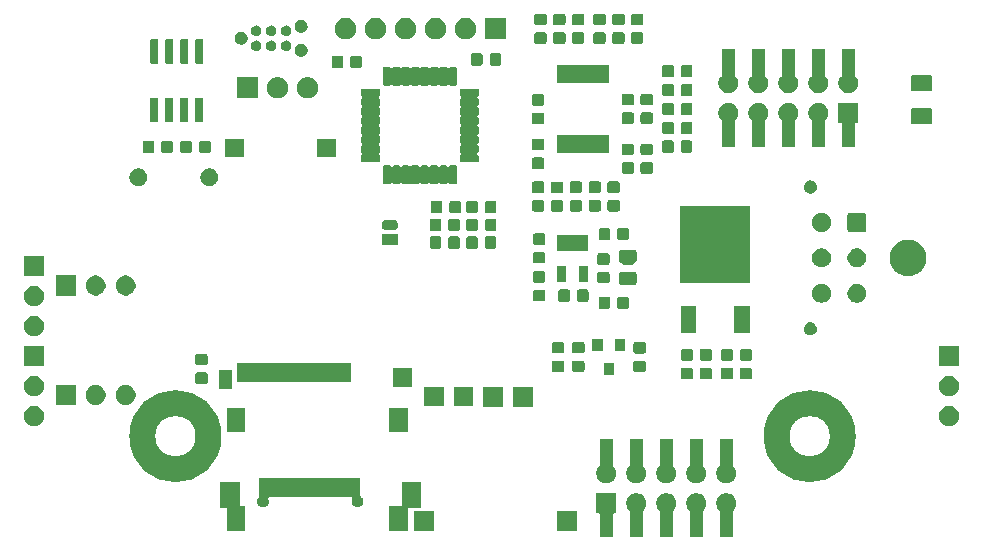
<source format=gbr>
G04 #@! TF.GenerationSoftware,KiCad,Pcbnew,5.1.5+dfsg1-2build2*
G04 #@! TF.CreationDate,2021-11-19T22:55:01+01:00*
G04 #@! TF.ProjectId,wideband_controller_mre,77696465-6261-46e6-945f-636f6e74726f,V1.0*
G04 #@! TF.SameCoordinates,Original*
G04 #@! TF.FileFunction,Soldermask,Top*
G04 #@! TF.FilePolarity,Negative*
%FSLAX46Y46*%
G04 Gerber Fmt 4.6, Leading zero omitted, Abs format (unit mm)*
G04 Created by KiCad (PCBNEW 5.1.5+dfsg1-2build2) date 2021-11-19 22:55:01*
%MOMM*%
%LPD*%
G04 APERTURE LIST*
%ADD10C,2.200000*%
%ADD11C,0.100000*%
G04 APERTURE END LIST*
D10*
X145000000Y-162700000D02*
G75*
G03X145000000Y-162700000I-2800000J0D01*
G01*
X91301785Y-162700000D02*
G75*
G03X91301785Y-162700000I-2801785J0D01*
G01*
D11*
G36*
X135381308Y-167560763D02*
G01*
X135536180Y-167624913D01*
X135675561Y-167718045D01*
X135794095Y-167836579D01*
X135887227Y-167975960D01*
X135951377Y-168130832D01*
X135984080Y-168295244D01*
X135984080Y-168462876D01*
X135951377Y-168627288D01*
X135887227Y-168782160D01*
X135794095Y-168921541D01*
X135715606Y-169000030D01*
X135700066Y-169018966D01*
X135688515Y-169040577D01*
X135681402Y-169064026D01*
X135679000Y-169088412D01*
X135679000Y-171257600D01*
X134577000Y-171257600D01*
X134577000Y-169078252D01*
X134574598Y-169053866D01*
X134567485Y-169030417D01*
X134555934Y-169008806D01*
X134540394Y-168989870D01*
X134472065Y-168921541D01*
X134378933Y-168782160D01*
X134314783Y-168627288D01*
X134282080Y-168462876D01*
X134282080Y-168295244D01*
X134314783Y-168130832D01*
X134378933Y-167975960D01*
X134472065Y-167836579D01*
X134590599Y-167718045D01*
X134729980Y-167624913D01*
X134884852Y-167560763D01*
X135049264Y-167528060D01*
X135216896Y-167528060D01*
X135381308Y-167560763D01*
G37*
G36*
X132841308Y-167560763D02*
G01*
X132996180Y-167624913D01*
X133135561Y-167718045D01*
X133254095Y-167836579D01*
X133347227Y-167975960D01*
X133411377Y-168130832D01*
X133444080Y-168295244D01*
X133444080Y-168462876D01*
X133411377Y-168627288D01*
X133347227Y-168782160D01*
X133254095Y-168921541D01*
X133175606Y-169000030D01*
X133160066Y-169018966D01*
X133148515Y-169040577D01*
X133141402Y-169064026D01*
X133139000Y-169088412D01*
X133139000Y-171257600D01*
X132037000Y-171257600D01*
X132037000Y-169078252D01*
X132034598Y-169053866D01*
X132027485Y-169030417D01*
X132015934Y-169008806D01*
X132000394Y-168989870D01*
X131932065Y-168921541D01*
X131838933Y-168782160D01*
X131774783Y-168627288D01*
X131742080Y-168462876D01*
X131742080Y-168295244D01*
X131774783Y-168130832D01*
X131838933Y-167975960D01*
X131932065Y-167836579D01*
X132050599Y-167718045D01*
X132189980Y-167624913D01*
X132344852Y-167560763D01*
X132509264Y-167528060D01*
X132676896Y-167528060D01*
X132841308Y-167560763D01*
G37*
G36*
X125824080Y-169230060D02*
G01*
X125643999Y-169230060D01*
X125619613Y-169232462D01*
X125596164Y-169239575D01*
X125574553Y-169251126D01*
X125555611Y-169266671D01*
X125540066Y-169285613D01*
X125528515Y-169307224D01*
X125521402Y-169330673D01*
X125519000Y-169355059D01*
X125519000Y-171257600D01*
X124417000Y-171257600D01*
X124417000Y-169355059D01*
X124414598Y-169330673D01*
X124407485Y-169307224D01*
X124395934Y-169285613D01*
X124380389Y-169266671D01*
X124361447Y-169251126D01*
X124339836Y-169239575D01*
X124316387Y-169232462D01*
X124292001Y-169230060D01*
X124122080Y-169230060D01*
X124122080Y-167528060D01*
X125824080Y-167528060D01*
X125824080Y-169230060D01*
G37*
G36*
X130301308Y-167560763D02*
G01*
X130456180Y-167624913D01*
X130595561Y-167718045D01*
X130714095Y-167836579D01*
X130807227Y-167975960D01*
X130871377Y-168130832D01*
X130904080Y-168295244D01*
X130904080Y-168462876D01*
X130871377Y-168627288D01*
X130807227Y-168782160D01*
X130714095Y-168921541D01*
X130635606Y-169000030D01*
X130620066Y-169018966D01*
X130608515Y-169040577D01*
X130601402Y-169064026D01*
X130599000Y-169088412D01*
X130599000Y-171257600D01*
X129497000Y-171257600D01*
X129497000Y-169078252D01*
X129494598Y-169053866D01*
X129487485Y-169030417D01*
X129475934Y-169008806D01*
X129460394Y-168989870D01*
X129392065Y-168921541D01*
X129298933Y-168782160D01*
X129234783Y-168627288D01*
X129202080Y-168462876D01*
X129202080Y-168295244D01*
X129234783Y-168130832D01*
X129298933Y-167975960D01*
X129392065Y-167836579D01*
X129510599Y-167718045D01*
X129649980Y-167624913D01*
X129804852Y-167560763D01*
X129969264Y-167528060D01*
X130136896Y-167528060D01*
X130301308Y-167560763D01*
G37*
G36*
X127761308Y-167560763D02*
G01*
X127916180Y-167624913D01*
X128055561Y-167718045D01*
X128174095Y-167836579D01*
X128267227Y-167975960D01*
X128331377Y-168130832D01*
X128364080Y-168295244D01*
X128364080Y-168462876D01*
X128331377Y-168627288D01*
X128267227Y-168782160D01*
X128174095Y-168921541D01*
X128095606Y-169000030D01*
X128080066Y-169018966D01*
X128068515Y-169040577D01*
X128061402Y-169064026D01*
X128059000Y-169088412D01*
X128059000Y-171257600D01*
X126957000Y-171257600D01*
X126957000Y-169078252D01*
X126954598Y-169053866D01*
X126947485Y-169030417D01*
X126935934Y-169008806D01*
X126920394Y-168989870D01*
X126852065Y-168921541D01*
X126758933Y-168782160D01*
X126694783Y-168627288D01*
X126662080Y-168462876D01*
X126662080Y-168295244D01*
X126694783Y-168130832D01*
X126758933Y-167975960D01*
X126852065Y-167836579D01*
X126970599Y-167718045D01*
X127109980Y-167624913D01*
X127264852Y-167560763D01*
X127429264Y-167528060D01*
X127596896Y-167528060D01*
X127761308Y-167560763D01*
G37*
G36*
X110401200Y-170731200D02*
G01*
X108699200Y-170731200D01*
X108699200Y-169029200D01*
X110401200Y-169029200D01*
X110401200Y-170731200D01*
G37*
G36*
X122466200Y-170731200D02*
G01*
X120764200Y-170731200D01*
X120764200Y-169029200D01*
X122466200Y-169029200D01*
X122466200Y-170731200D01*
G37*
G36*
X93927000Y-168459001D02*
G01*
X93929402Y-168483387D01*
X93936515Y-168506836D01*
X93948066Y-168528447D01*
X93963611Y-168547389D01*
X93982553Y-168562934D01*
X94004164Y-168574485D01*
X94027613Y-168581598D01*
X94051999Y-168584000D01*
X94411000Y-168584000D01*
X94411000Y-170686000D01*
X92859000Y-170686000D01*
X92859000Y-168871999D01*
X92856598Y-168847613D01*
X92849485Y-168824164D01*
X92837934Y-168802553D01*
X92822389Y-168783611D01*
X92803447Y-168768066D01*
X92781836Y-168756515D01*
X92758387Y-168749402D01*
X92734001Y-168747000D01*
X92301000Y-168747000D01*
X92301000Y-166613000D01*
X93927000Y-166613000D01*
X93927000Y-168459001D01*
G37*
G36*
X109327000Y-168747000D02*
G01*
X108285999Y-168747000D01*
X108261613Y-168749402D01*
X108238164Y-168756515D01*
X108216553Y-168768066D01*
X108197611Y-168783611D01*
X108182066Y-168802553D01*
X108170515Y-168824164D01*
X108163402Y-168847613D01*
X108161000Y-168871999D01*
X108161000Y-170686000D01*
X106609000Y-170686000D01*
X106609000Y-168584000D01*
X107576001Y-168584000D01*
X107600387Y-168581598D01*
X107623836Y-168574485D01*
X107645447Y-168562934D01*
X107664389Y-168547389D01*
X107679934Y-168528447D01*
X107691485Y-168506836D01*
X107698598Y-168483387D01*
X107701000Y-168459001D01*
X107701000Y-166613000D01*
X109327000Y-166613000D01*
X109327000Y-168747000D01*
G37*
G36*
X104161000Y-167709294D02*
G01*
X104163402Y-167733680D01*
X104170515Y-167757129D01*
X104182066Y-167778740D01*
X104197611Y-167797682D01*
X104216550Y-167813224D01*
X104229863Y-167822120D01*
X104298880Y-167891137D01*
X104353107Y-167972293D01*
X104390459Y-168062468D01*
X104409500Y-168158197D01*
X104409500Y-168255803D01*
X104390459Y-168351532D01*
X104353107Y-168441707D01*
X104298880Y-168522863D01*
X104229863Y-168591880D01*
X104148707Y-168646107D01*
X104058532Y-168683459D01*
X103962803Y-168702500D01*
X103865197Y-168702500D01*
X103769468Y-168683459D01*
X103679293Y-168646107D01*
X103598137Y-168591880D01*
X103529120Y-168522863D01*
X103474893Y-168441707D01*
X103437541Y-168351532D01*
X103418500Y-168255803D01*
X103418500Y-168158197D01*
X103437541Y-168062468D01*
X103459760Y-168008826D01*
X103466871Y-167985385D01*
X103469273Y-167960999D01*
X103466871Y-167936613D01*
X103459758Y-167913164D01*
X103448207Y-167891553D01*
X103432661Y-167872611D01*
X103413719Y-167857066D01*
X103392109Y-167845515D01*
X103368660Y-167838402D01*
X103344274Y-167836000D01*
X96483726Y-167836000D01*
X96459340Y-167838402D01*
X96435891Y-167845515D01*
X96414280Y-167857066D01*
X96395338Y-167872611D01*
X96379793Y-167891553D01*
X96368242Y-167913164D01*
X96361129Y-167936613D01*
X96358727Y-167960999D01*
X96361129Y-167985385D01*
X96368240Y-168008826D01*
X96390459Y-168062468D01*
X96409500Y-168158197D01*
X96409500Y-168255803D01*
X96390459Y-168351532D01*
X96353107Y-168441707D01*
X96298880Y-168522863D01*
X96229863Y-168591880D01*
X96148707Y-168646107D01*
X96058532Y-168683459D01*
X95962803Y-168702500D01*
X95865197Y-168702500D01*
X95769468Y-168683459D01*
X95679293Y-168646107D01*
X95598137Y-168591880D01*
X95529120Y-168522863D01*
X95474893Y-168441707D01*
X95437541Y-168351532D01*
X95418500Y-168255803D01*
X95418500Y-168158197D01*
X95437541Y-168062468D01*
X95474893Y-167972293D01*
X95529120Y-167891137D01*
X95534405Y-167883227D01*
X95537934Y-167878927D01*
X95549485Y-167857316D01*
X95556598Y-167833867D01*
X95559000Y-167809481D01*
X95559000Y-166234000D01*
X104161000Y-166234000D01*
X104161000Y-167709294D01*
G37*
G36*
X135679000Y-165129708D02*
G01*
X135681402Y-165154094D01*
X135688515Y-165177543D01*
X135700066Y-165199154D01*
X135715606Y-165218090D01*
X135794095Y-165296579D01*
X135887227Y-165435960D01*
X135951377Y-165590832D01*
X135984080Y-165755244D01*
X135984080Y-165922876D01*
X135951377Y-166087288D01*
X135887227Y-166242160D01*
X135794095Y-166381541D01*
X135675561Y-166500075D01*
X135536180Y-166593207D01*
X135381308Y-166657357D01*
X135216896Y-166690060D01*
X135049264Y-166690060D01*
X134884852Y-166657357D01*
X134729980Y-166593207D01*
X134590599Y-166500075D01*
X134472065Y-166381541D01*
X134378933Y-166242160D01*
X134314783Y-166087288D01*
X134282080Y-165922876D01*
X134282080Y-165755244D01*
X134314783Y-165590832D01*
X134378933Y-165435960D01*
X134472065Y-165296579D01*
X134540394Y-165228250D01*
X134555934Y-165209314D01*
X134567485Y-165187703D01*
X134574598Y-165164254D01*
X134577000Y-165139868D01*
X134577000Y-162955600D01*
X135679000Y-162955600D01*
X135679000Y-165129708D01*
G37*
G36*
X125519000Y-165129708D02*
G01*
X125521402Y-165154094D01*
X125528515Y-165177543D01*
X125540066Y-165199154D01*
X125555606Y-165218090D01*
X125634095Y-165296579D01*
X125727227Y-165435960D01*
X125791377Y-165590832D01*
X125824080Y-165755244D01*
X125824080Y-165922876D01*
X125791377Y-166087288D01*
X125727227Y-166242160D01*
X125634095Y-166381541D01*
X125515561Y-166500075D01*
X125376180Y-166593207D01*
X125221308Y-166657357D01*
X125056896Y-166690060D01*
X124889264Y-166690060D01*
X124724852Y-166657357D01*
X124569980Y-166593207D01*
X124430599Y-166500075D01*
X124312065Y-166381541D01*
X124218933Y-166242160D01*
X124154783Y-166087288D01*
X124122080Y-165922876D01*
X124122080Y-165755244D01*
X124154783Y-165590832D01*
X124218933Y-165435960D01*
X124312065Y-165296579D01*
X124380394Y-165228250D01*
X124395934Y-165209314D01*
X124407485Y-165187703D01*
X124414598Y-165164254D01*
X124417000Y-165139868D01*
X124417000Y-162955600D01*
X125519000Y-162955600D01*
X125519000Y-165129708D01*
G37*
G36*
X133139000Y-165129708D02*
G01*
X133141402Y-165154094D01*
X133148515Y-165177543D01*
X133160066Y-165199154D01*
X133175606Y-165218090D01*
X133254095Y-165296579D01*
X133347227Y-165435960D01*
X133411377Y-165590832D01*
X133444080Y-165755244D01*
X133444080Y-165922876D01*
X133411377Y-166087288D01*
X133347227Y-166242160D01*
X133254095Y-166381541D01*
X133135561Y-166500075D01*
X132996180Y-166593207D01*
X132841308Y-166657357D01*
X132676896Y-166690060D01*
X132509264Y-166690060D01*
X132344852Y-166657357D01*
X132189980Y-166593207D01*
X132050599Y-166500075D01*
X131932065Y-166381541D01*
X131838933Y-166242160D01*
X131774783Y-166087288D01*
X131742080Y-165922876D01*
X131742080Y-165755244D01*
X131774783Y-165590832D01*
X131838933Y-165435960D01*
X131932065Y-165296579D01*
X132000394Y-165228250D01*
X132015934Y-165209314D01*
X132027485Y-165187703D01*
X132034598Y-165164254D01*
X132037000Y-165139868D01*
X132037000Y-162955600D01*
X133139000Y-162955600D01*
X133139000Y-165129708D01*
G37*
G36*
X130599000Y-165129708D02*
G01*
X130601402Y-165154094D01*
X130608515Y-165177543D01*
X130620066Y-165199154D01*
X130635606Y-165218090D01*
X130714095Y-165296579D01*
X130807227Y-165435960D01*
X130871377Y-165590832D01*
X130904080Y-165755244D01*
X130904080Y-165922876D01*
X130871377Y-166087288D01*
X130807227Y-166242160D01*
X130714095Y-166381541D01*
X130595561Y-166500075D01*
X130456180Y-166593207D01*
X130301308Y-166657357D01*
X130136896Y-166690060D01*
X129969264Y-166690060D01*
X129804852Y-166657357D01*
X129649980Y-166593207D01*
X129510599Y-166500075D01*
X129392065Y-166381541D01*
X129298933Y-166242160D01*
X129234783Y-166087288D01*
X129202080Y-165922876D01*
X129202080Y-165755244D01*
X129234783Y-165590832D01*
X129298933Y-165435960D01*
X129392065Y-165296579D01*
X129460394Y-165228250D01*
X129475934Y-165209314D01*
X129487485Y-165187703D01*
X129494598Y-165164254D01*
X129497000Y-165139868D01*
X129497000Y-162955600D01*
X130599000Y-162955600D01*
X130599000Y-165129708D01*
G37*
G36*
X128059000Y-165129708D02*
G01*
X128061402Y-165154094D01*
X128068515Y-165177543D01*
X128080066Y-165199154D01*
X128095606Y-165218090D01*
X128174095Y-165296579D01*
X128267227Y-165435960D01*
X128331377Y-165590832D01*
X128364080Y-165755244D01*
X128364080Y-165922876D01*
X128331377Y-166087288D01*
X128267227Y-166242160D01*
X128174095Y-166381541D01*
X128055561Y-166500075D01*
X127916180Y-166593207D01*
X127761308Y-166657357D01*
X127596896Y-166690060D01*
X127429264Y-166690060D01*
X127264852Y-166657357D01*
X127109980Y-166593207D01*
X126970599Y-166500075D01*
X126852065Y-166381541D01*
X126758933Y-166242160D01*
X126694783Y-166087288D01*
X126662080Y-165922876D01*
X126662080Y-165755244D01*
X126694783Y-165590832D01*
X126758933Y-165435960D01*
X126852065Y-165296579D01*
X126920394Y-165228250D01*
X126935934Y-165209314D01*
X126947485Y-165187703D01*
X126954598Y-165164254D01*
X126957000Y-165139868D01*
X126957000Y-162955600D01*
X128059000Y-162955600D01*
X128059000Y-165129708D01*
G37*
G36*
X108161000Y-162386000D02*
G01*
X106609000Y-162386000D01*
X106609000Y-160284000D01*
X108161000Y-160284000D01*
X108161000Y-162386000D01*
G37*
G36*
X94411000Y-162386000D02*
G01*
X92859000Y-162386000D01*
X92859000Y-160284000D01*
X94411000Y-160284000D01*
X94411000Y-162386000D01*
G37*
G36*
X76778428Y-160171903D02*
G01*
X76933300Y-160236053D01*
X77072681Y-160329185D01*
X77191215Y-160447719D01*
X77284347Y-160587100D01*
X77348497Y-160741972D01*
X77381200Y-160906384D01*
X77381200Y-161074016D01*
X77348497Y-161238428D01*
X77284347Y-161393300D01*
X77191215Y-161532681D01*
X77072681Y-161651215D01*
X76933300Y-161744347D01*
X76778428Y-161808497D01*
X76614016Y-161841200D01*
X76446384Y-161841200D01*
X76281972Y-161808497D01*
X76127100Y-161744347D01*
X75987719Y-161651215D01*
X75869185Y-161532681D01*
X75776053Y-161393300D01*
X75711903Y-161238428D01*
X75679200Y-161074016D01*
X75679200Y-160906384D01*
X75711903Y-160741972D01*
X75776053Y-160587100D01*
X75869185Y-160447719D01*
X75987719Y-160329185D01*
X76127100Y-160236053D01*
X76281972Y-160171903D01*
X76446384Y-160139200D01*
X76614016Y-160139200D01*
X76778428Y-160171903D01*
G37*
G36*
X154248428Y-160171903D02*
G01*
X154403300Y-160236053D01*
X154542681Y-160329185D01*
X154661215Y-160447719D01*
X154754347Y-160587100D01*
X154818497Y-160741972D01*
X154851200Y-160906384D01*
X154851200Y-161074016D01*
X154818497Y-161238428D01*
X154754347Y-161393300D01*
X154661215Y-161532681D01*
X154542681Y-161651215D01*
X154403300Y-161744347D01*
X154248428Y-161808497D01*
X154084016Y-161841200D01*
X153916384Y-161841200D01*
X153751972Y-161808497D01*
X153597100Y-161744347D01*
X153457719Y-161651215D01*
X153339185Y-161532681D01*
X153246053Y-161393300D01*
X153181903Y-161238428D01*
X153149200Y-161074016D01*
X153149200Y-160906384D01*
X153181903Y-160741972D01*
X153246053Y-160587100D01*
X153339185Y-160447719D01*
X153457719Y-160329185D01*
X153597100Y-160236053D01*
X153751972Y-160171903D01*
X153916384Y-160139200D01*
X154084016Y-160139200D01*
X154248428Y-160171903D01*
G37*
G36*
X116251600Y-160211800D02*
G01*
X114549600Y-160211800D01*
X114549600Y-158509800D01*
X116251600Y-158509800D01*
X116251600Y-160211800D01*
G37*
G36*
X118751600Y-160211800D02*
G01*
X117049600Y-160211800D01*
X117049600Y-158509800D01*
X118751600Y-158509800D01*
X118751600Y-160211800D01*
G37*
G36*
X111213600Y-160173800D02*
G01*
X109587600Y-160173800D01*
X109587600Y-158547800D01*
X111213600Y-158547800D01*
X111213600Y-160173800D01*
G37*
G36*
X113713600Y-160173800D02*
G01*
X112087600Y-160173800D01*
X112087600Y-158547800D01*
X113713600Y-158547800D01*
X113713600Y-160173800D01*
G37*
G36*
X80048200Y-160063200D02*
G01*
X78346200Y-160063200D01*
X78346200Y-158361200D01*
X80048200Y-158361200D01*
X80048200Y-160063200D01*
G37*
G36*
X81985428Y-158393903D02*
G01*
X82140300Y-158458053D01*
X82279681Y-158551185D01*
X82398215Y-158669719D01*
X82491347Y-158809100D01*
X82555497Y-158963972D01*
X82588200Y-159128384D01*
X82588200Y-159296016D01*
X82555497Y-159460428D01*
X82491347Y-159615300D01*
X82398215Y-159754681D01*
X82279681Y-159873215D01*
X82140300Y-159966347D01*
X81985428Y-160030497D01*
X81821016Y-160063200D01*
X81653384Y-160063200D01*
X81488972Y-160030497D01*
X81334100Y-159966347D01*
X81194719Y-159873215D01*
X81076185Y-159754681D01*
X80983053Y-159615300D01*
X80918903Y-159460428D01*
X80886200Y-159296016D01*
X80886200Y-159128384D01*
X80918903Y-158963972D01*
X80983053Y-158809100D01*
X81076185Y-158669719D01*
X81194719Y-158551185D01*
X81334100Y-158458053D01*
X81488972Y-158393903D01*
X81653384Y-158361200D01*
X81821016Y-158361200D01*
X81985428Y-158393903D01*
G37*
G36*
X84525428Y-158393903D02*
G01*
X84680300Y-158458053D01*
X84819681Y-158551185D01*
X84938215Y-158669719D01*
X85031347Y-158809100D01*
X85095497Y-158963972D01*
X85128200Y-159128384D01*
X85128200Y-159296016D01*
X85095497Y-159460428D01*
X85031347Y-159615300D01*
X84938215Y-159754681D01*
X84819681Y-159873215D01*
X84680300Y-159966347D01*
X84525428Y-160030497D01*
X84361016Y-160063200D01*
X84193384Y-160063200D01*
X84028972Y-160030497D01*
X83874100Y-159966347D01*
X83734719Y-159873215D01*
X83616185Y-159754681D01*
X83523053Y-159615300D01*
X83458903Y-159460428D01*
X83426200Y-159296016D01*
X83426200Y-159128384D01*
X83458903Y-158963972D01*
X83523053Y-158809100D01*
X83616185Y-158669719D01*
X83734719Y-158551185D01*
X83874100Y-158458053D01*
X84028972Y-158393903D01*
X84193384Y-158361200D01*
X84361016Y-158361200D01*
X84525428Y-158393903D01*
G37*
G36*
X76778428Y-157631903D02*
G01*
X76933300Y-157696053D01*
X77072681Y-157789185D01*
X77191215Y-157907719D01*
X77284347Y-158047100D01*
X77348497Y-158201972D01*
X77381200Y-158366384D01*
X77381200Y-158534016D01*
X77348497Y-158698428D01*
X77284347Y-158853300D01*
X77191215Y-158992681D01*
X77072681Y-159111215D01*
X76933300Y-159204347D01*
X76778428Y-159268497D01*
X76614016Y-159301200D01*
X76446384Y-159301200D01*
X76281972Y-159268497D01*
X76127100Y-159204347D01*
X75987719Y-159111215D01*
X75869185Y-158992681D01*
X75776053Y-158853300D01*
X75711903Y-158698428D01*
X75679200Y-158534016D01*
X75679200Y-158366384D01*
X75711903Y-158201972D01*
X75776053Y-158047100D01*
X75869185Y-157907719D01*
X75987719Y-157789185D01*
X76127100Y-157696053D01*
X76281972Y-157631903D01*
X76446384Y-157599200D01*
X76614016Y-157599200D01*
X76778428Y-157631903D01*
G37*
G36*
X154248428Y-157631903D02*
G01*
X154403300Y-157696053D01*
X154542681Y-157789185D01*
X154661215Y-157907719D01*
X154754347Y-158047100D01*
X154818497Y-158201972D01*
X154851200Y-158366384D01*
X154851200Y-158534016D01*
X154818497Y-158698428D01*
X154754347Y-158853300D01*
X154661215Y-158992681D01*
X154542681Y-159111215D01*
X154403300Y-159204347D01*
X154248428Y-159268497D01*
X154084016Y-159301200D01*
X153916384Y-159301200D01*
X153751972Y-159268497D01*
X153597100Y-159204347D01*
X153457719Y-159111215D01*
X153339185Y-158992681D01*
X153246053Y-158853300D01*
X153181903Y-158698428D01*
X153149200Y-158534016D01*
X153149200Y-158366384D01*
X153181903Y-158201972D01*
X153246053Y-158047100D01*
X153339185Y-157907719D01*
X153457719Y-157789185D01*
X153597100Y-157696053D01*
X153751972Y-157631903D01*
X153916384Y-157599200D01*
X154084016Y-157599200D01*
X154248428Y-157631903D01*
G37*
G36*
X93327000Y-158720000D02*
G01*
X92209000Y-158720000D01*
X92209000Y-157094000D01*
X93327000Y-157094000D01*
X93327000Y-158720000D01*
G37*
G36*
X108508000Y-158512000D02*
G01*
X106882000Y-158512000D01*
X106882000Y-156886000D01*
X108508000Y-156886000D01*
X108508000Y-158512000D01*
G37*
G36*
X91079591Y-157303085D02*
G01*
X91113569Y-157313393D01*
X91144890Y-157330134D01*
X91172339Y-157352661D01*
X91194866Y-157380110D01*
X91211607Y-157411431D01*
X91221915Y-157445409D01*
X91226000Y-157486890D01*
X91226000Y-158088110D01*
X91221915Y-158129591D01*
X91211607Y-158163569D01*
X91194866Y-158194890D01*
X91172339Y-158222339D01*
X91144890Y-158244866D01*
X91113569Y-158261607D01*
X91079591Y-158271915D01*
X91038110Y-158276000D01*
X90361890Y-158276000D01*
X90320409Y-158271915D01*
X90286431Y-158261607D01*
X90255110Y-158244866D01*
X90227661Y-158222339D01*
X90205134Y-158194890D01*
X90188393Y-158163569D01*
X90178085Y-158129591D01*
X90174000Y-158088110D01*
X90174000Y-157486890D01*
X90178085Y-157445409D01*
X90188393Y-157411431D01*
X90205134Y-157380110D01*
X90227661Y-157352661D01*
X90255110Y-157330134D01*
X90286431Y-157313393D01*
X90320409Y-157303085D01*
X90361890Y-157299000D01*
X91038110Y-157299000D01*
X91079591Y-157303085D01*
G37*
G36*
X103346000Y-158120000D02*
G01*
X93682000Y-158120000D01*
X93682000Y-156494000D01*
X103346000Y-156494000D01*
X103346000Y-158120000D01*
G37*
G36*
X133779591Y-156903085D02*
G01*
X133813569Y-156913393D01*
X133844890Y-156930134D01*
X133872339Y-156952661D01*
X133894866Y-156980110D01*
X133911607Y-157011431D01*
X133921915Y-157045409D01*
X133926000Y-157086890D01*
X133926000Y-157688110D01*
X133921915Y-157729591D01*
X133911607Y-157763569D01*
X133894866Y-157794890D01*
X133872339Y-157822339D01*
X133844890Y-157844866D01*
X133813569Y-157861607D01*
X133779591Y-157871915D01*
X133738110Y-157876000D01*
X133061890Y-157876000D01*
X133020409Y-157871915D01*
X132986431Y-157861607D01*
X132955110Y-157844866D01*
X132927661Y-157822339D01*
X132905134Y-157794890D01*
X132888393Y-157763569D01*
X132878085Y-157729591D01*
X132874000Y-157688110D01*
X132874000Y-157086890D01*
X132878085Y-157045409D01*
X132888393Y-157011431D01*
X132905134Y-156980110D01*
X132927661Y-156952661D01*
X132955110Y-156930134D01*
X132986431Y-156913393D01*
X133020409Y-156903085D01*
X133061890Y-156899000D01*
X133738110Y-156899000D01*
X133779591Y-156903085D01*
G37*
G36*
X135579591Y-156903085D02*
G01*
X135613569Y-156913393D01*
X135644890Y-156930134D01*
X135672339Y-156952661D01*
X135694866Y-156980110D01*
X135711607Y-157011431D01*
X135721915Y-157045409D01*
X135726000Y-157086890D01*
X135726000Y-157688110D01*
X135721915Y-157729591D01*
X135711607Y-157763569D01*
X135694866Y-157794890D01*
X135672339Y-157822339D01*
X135644890Y-157844866D01*
X135613569Y-157861607D01*
X135579591Y-157871915D01*
X135538110Y-157876000D01*
X134861890Y-157876000D01*
X134820409Y-157871915D01*
X134786431Y-157861607D01*
X134755110Y-157844866D01*
X134727661Y-157822339D01*
X134705134Y-157794890D01*
X134688393Y-157763569D01*
X134678085Y-157729591D01*
X134674000Y-157688110D01*
X134674000Y-157086890D01*
X134678085Y-157045409D01*
X134688393Y-157011431D01*
X134705134Y-156980110D01*
X134727661Y-156952661D01*
X134755110Y-156930134D01*
X134786431Y-156913393D01*
X134820409Y-156903085D01*
X134861890Y-156899000D01*
X135538110Y-156899000D01*
X135579591Y-156903085D01*
G37*
G36*
X137179591Y-156903085D02*
G01*
X137213569Y-156913393D01*
X137244890Y-156930134D01*
X137272339Y-156952661D01*
X137294866Y-156980110D01*
X137311607Y-157011431D01*
X137321915Y-157045409D01*
X137326000Y-157086890D01*
X137326000Y-157688110D01*
X137321915Y-157729591D01*
X137311607Y-157763569D01*
X137294866Y-157794890D01*
X137272339Y-157822339D01*
X137244890Y-157844866D01*
X137213569Y-157861607D01*
X137179591Y-157871915D01*
X137138110Y-157876000D01*
X136461890Y-157876000D01*
X136420409Y-157871915D01*
X136386431Y-157861607D01*
X136355110Y-157844866D01*
X136327661Y-157822339D01*
X136305134Y-157794890D01*
X136288393Y-157763569D01*
X136278085Y-157729591D01*
X136274000Y-157688110D01*
X136274000Y-157086890D01*
X136278085Y-157045409D01*
X136288393Y-157011431D01*
X136305134Y-156980110D01*
X136327661Y-156952661D01*
X136355110Y-156930134D01*
X136386431Y-156913393D01*
X136420409Y-156903085D01*
X136461890Y-156899000D01*
X137138110Y-156899000D01*
X137179591Y-156903085D01*
G37*
G36*
X132179591Y-156903085D02*
G01*
X132213569Y-156913393D01*
X132244890Y-156930134D01*
X132272339Y-156952661D01*
X132294866Y-156980110D01*
X132311607Y-157011431D01*
X132321915Y-157045409D01*
X132326000Y-157086890D01*
X132326000Y-157688110D01*
X132321915Y-157729591D01*
X132311607Y-157763569D01*
X132294866Y-157794890D01*
X132272339Y-157822339D01*
X132244890Y-157844866D01*
X132213569Y-157861607D01*
X132179591Y-157871915D01*
X132138110Y-157876000D01*
X131461890Y-157876000D01*
X131420409Y-157871915D01*
X131386431Y-157861607D01*
X131355110Y-157844866D01*
X131327661Y-157822339D01*
X131305134Y-157794890D01*
X131288393Y-157763569D01*
X131278085Y-157729591D01*
X131274000Y-157688110D01*
X131274000Y-157086890D01*
X131278085Y-157045409D01*
X131288393Y-157011431D01*
X131305134Y-156980110D01*
X131327661Y-156952661D01*
X131355110Y-156930134D01*
X131386431Y-156913393D01*
X131420409Y-156903085D01*
X131461890Y-156899000D01*
X132138110Y-156899000D01*
X132179591Y-156903085D01*
G37*
G36*
X125651000Y-157501000D02*
G01*
X124749000Y-157501000D01*
X124749000Y-156499000D01*
X125651000Y-156499000D01*
X125651000Y-157501000D01*
G37*
G36*
X128179591Y-156303085D02*
G01*
X128213569Y-156313393D01*
X128244890Y-156330134D01*
X128272339Y-156352661D01*
X128294866Y-156380110D01*
X128311607Y-156411431D01*
X128321915Y-156445409D01*
X128326000Y-156486890D01*
X128326000Y-157088110D01*
X128321915Y-157129591D01*
X128311607Y-157163569D01*
X128294866Y-157194890D01*
X128272339Y-157222339D01*
X128244890Y-157244866D01*
X128213569Y-157261607D01*
X128179591Y-157271915D01*
X128138110Y-157276000D01*
X127461890Y-157276000D01*
X127420409Y-157271915D01*
X127386431Y-157261607D01*
X127355110Y-157244866D01*
X127327661Y-157222339D01*
X127305134Y-157194890D01*
X127288393Y-157163569D01*
X127278085Y-157129591D01*
X127274000Y-157088110D01*
X127274000Y-156486890D01*
X127278085Y-156445409D01*
X127288393Y-156411431D01*
X127305134Y-156380110D01*
X127327661Y-156352661D01*
X127355110Y-156330134D01*
X127386431Y-156313393D01*
X127420409Y-156303085D01*
X127461890Y-156299000D01*
X128138110Y-156299000D01*
X128179591Y-156303085D01*
G37*
G36*
X122991791Y-156297185D02*
G01*
X123025769Y-156307493D01*
X123057090Y-156324234D01*
X123084539Y-156346761D01*
X123107066Y-156374210D01*
X123123807Y-156405531D01*
X123134115Y-156439509D01*
X123138200Y-156480990D01*
X123138200Y-157082210D01*
X123134115Y-157123691D01*
X123123807Y-157157669D01*
X123107066Y-157188990D01*
X123084539Y-157216439D01*
X123057090Y-157238966D01*
X123025769Y-157255707D01*
X122991791Y-157266015D01*
X122950310Y-157270100D01*
X122274090Y-157270100D01*
X122232609Y-157266015D01*
X122198631Y-157255707D01*
X122167310Y-157238966D01*
X122139861Y-157216439D01*
X122117334Y-157188990D01*
X122100593Y-157157669D01*
X122090285Y-157123691D01*
X122086200Y-157082210D01*
X122086200Y-156480990D01*
X122090285Y-156439509D01*
X122100593Y-156405531D01*
X122117334Y-156374210D01*
X122139861Y-156346761D01*
X122167310Y-156324234D01*
X122198631Y-156307493D01*
X122232609Y-156297185D01*
X122274090Y-156293100D01*
X122950310Y-156293100D01*
X122991791Y-156297185D01*
G37*
G36*
X121264591Y-156297085D02*
G01*
X121298569Y-156307393D01*
X121329890Y-156324134D01*
X121357339Y-156346661D01*
X121379866Y-156374110D01*
X121396607Y-156405431D01*
X121406915Y-156439409D01*
X121411000Y-156480890D01*
X121411000Y-157082110D01*
X121406915Y-157123591D01*
X121396607Y-157157569D01*
X121379866Y-157188890D01*
X121357339Y-157216339D01*
X121329890Y-157238866D01*
X121298569Y-157255607D01*
X121264591Y-157265915D01*
X121223110Y-157270000D01*
X120546890Y-157270000D01*
X120505409Y-157265915D01*
X120471431Y-157255607D01*
X120440110Y-157238866D01*
X120412661Y-157216339D01*
X120390134Y-157188890D01*
X120373393Y-157157569D01*
X120363085Y-157123591D01*
X120359000Y-157082110D01*
X120359000Y-156480890D01*
X120363085Y-156439409D01*
X120373393Y-156405431D01*
X120390134Y-156374110D01*
X120412661Y-156346661D01*
X120440110Y-156324134D01*
X120471431Y-156307393D01*
X120505409Y-156297085D01*
X120546890Y-156293000D01*
X121223110Y-156293000D01*
X121264591Y-156297085D01*
G37*
G36*
X77381200Y-156761200D02*
G01*
X75679200Y-156761200D01*
X75679200Y-155059200D01*
X77381200Y-155059200D01*
X77381200Y-156761200D01*
G37*
G36*
X154851200Y-156761200D02*
G01*
X153149200Y-156761200D01*
X153149200Y-155059200D01*
X154851200Y-155059200D01*
X154851200Y-156761200D01*
G37*
G36*
X91079591Y-155728085D02*
G01*
X91113569Y-155738393D01*
X91144890Y-155755134D01*
X91172339Y-155777661D01*
X91194866Y-155805110D01*
X91211607Y-155836431D01*
X91221915Y-155870409D01*
X91226000Y-155911890D01*
X91226000Y-156513110D01*
X91221915Y-156554591D01*
X91211607Y-156588569D01*
X91194866Y-156619890D01*
X91172339Y-156647339D01*
X91144890Y-156669866D01*
X91113569Y-156686607D01*
X91079591Y-156696915D01*
X91038110Y-156701000D01*
X90361890Y-156701000D01*
X90320409Y-156696915D01*
X90286431Y-156686607D01*
X90255110Y-156669866D01*
X90227661Y-156647339D01*
X90205134Y-156619890D01*
X90188393Y-156588569D01*
X90178085Y-156554591D01*
X90174000Y-156513110D01*
X90174000Y-155911890D01*
X90178085Y-155870409D01*
X90188393Y-155836431D01*
X90205134Y-155805110D01*
X90227661Y-155777661D01*
X90255110Y-155755134D01*
X90286431Y-155738393D01*
X90320409Y-155728085D01*
X90361890Y-155724000D01*
X91038110Y-155724000D01*
X91079591Y-155728085D01*
G37*
G36*
X135579591Y-155328085D02*
G01*
X135613569Y-155338393D01*
X135644890Y-155355134D01*
X135672339Y-155377661D01*
X135694866Y-155405110D01*
X135711607Y-155436431D01*
X135721915Y-155470409D01*
X135726000Y-155511890D01*
X135726000Y-156113110D01*
X135721915Y-156154591D01*
X135711607Y-156188569D01*
X135694866Y-156219890D01*
X135672339Y-156247339D01*
X135644890Y-156269866D01*
X135613569Y-156286607D01*
X135579591Y-156296915D01*
X135538110Y-156301000D01*
X134861890Y-156301000D01*
X134820409Y-156296915D01*
X134786431Y-156286607D01*
X134755110Y-156269866D01*
X134727661Y-156247339D01*
X134705134Y-156219890D01*
X134688393Y-156188569D01*
X134678085Y-156154591D01*
X134674000Y-156113110D01*
X134674000Y-155511890D01*
X134678085Y-155470409D01*
X134688393Y-155436431D01*
X134705134Y-155405110D01*
X134727661Y-155377661D01*
X134755110Y-155355134D01*
X134786431Y-155338393D01*
X134820409Y-155328085D01*
X134861890Y-155324000D01*
X135538110Y-155324000D01*
X135579591Y-155328085D01*
G37*
G36*
X133779591Y-155328085D02*
G01*
X133813569Y-155338393D01*
X133844890Y-155355134D01*
X133872339Y-155377661D01*
X133894866Y-155405110D01*
X133911607Y-155436431D01*
X133921915Y-155470409D01*
X133926000Y-155511890D01*
X133926000Y-156113110D01*
X133921915Y-156154591D01*
X133911607Y-156188569D01*
X133894866Y-156219890D01*
X133872339Y-156247339D01*
X133844890Y-156269866D01*
X133813569Y-156286607D01*
X133779591Y-156296915D01*
X133738110Y-156301000D01*
X133061890Y-156301000D01*
X133020409Y-156296915D01*
X132986431Y-156286607D01*
X132955110Y-156269866D01*
X132927661Y-156247339D01*
X132905134Y-156219890D01*
X132888393Y-156188569D01*
X132878085Y-156154591D01*
X132874000Y-156113110D01*
X132874000Y-155511890D01*
X132878085Y-155470409D01*
X132888393Y-155436431D01*
X132905134Y-155405110D01*
X132927661Y-155377661D01*
X132955110Y-155355134D01*
X132986431Y-155338393D01*
X133020409Y-155328085D01*
X133061890Y-155324000D01*
X133738110Y-155324000D01*
X133779591Y-155328085D01*
G37*
G36*
X137179591Y-155328085D02*
G01*
X137213569Y-155338393D01*
X137244890Y-155355134D01*
X137272339Y-155377661D01*
X137294866Y-155405110D01*
X137311607Y-155436431D01*
X137321915Y-155470409D01*
X137326000Y-155511890D01*
X137326000Y-156113110D01*
X137321915Y-156154591D01*
X137311607Y-156188569D01*
X137294866Y-156219890D01*
X137272339Y-156247339D01*
X137244890Y-156269866D01*
X137213569Y-156286607D01*
X137179591Y-156296915D01*
X137138110Y-156301000D01*
X136461890Y-156301000D01*
X136420409Y-156296915D01*
X136386431Y-156286607D01*
X136355110Y-156269866D01*
X136327661Y-156247339D01*
X136305134Y-156219890D01*
X136288393Y-156188569D01*
X136278085Y-156154591D01*
X136274000Y-156113110D01*
X136274000Y-155511890D01*
X136278085Y-155470409D01*
X136288393Y-155436431D01*
X136305134Y-155405110D01*
X136327661Y-155377661D01*
X136355110Y-155355134D01*
X136386431Y-155338393D01*
X136420409Y-155328085D01*
X136461890Y-155324000D01*
X137138110Y-155324000D01*
X137179591Y-155328085D01*
G37*
G36*
X132179591Y-155328085D02*
G01*
X132213569Y-155338393D01*
X132244890Y-155355134D01*
X132272339Y-155377661D01*
X132294866Y-155405110D01*
X132311607Y-155436431D01*
X132321915Y-155470409D01*
X132326000Y-155511890D01*
X132326000Y-156113110D01*
X132321915Y-156154591D01*
X132311607Y-156188569D01*
X132294866Y-156219890D01*
X132272339Y-156247339D01*
X132244890Y-156269866D01*
X132213569Y-156286607D01*
X132179591Y-156296915D01*
X132138110Y-156301000D01*
X131461890Y-156301000D01*
X131420409Y-156296915D01*
X131386431Y-156286607D01*
X131355110Y-156269866D01*
X131327661Y-156247339D01*
X131305134Y-156219890D01*
X131288393Y-156188569D01*
X131278085Y-156154591D01*
X131274000Y-156113110D01*
X131274000Y-155511890D01*
X131278085Y-155470409D01*
X131288393Y-155436431D01*
X131305134Y-155405110D01*
X131327661Y-155377661D01*
X131355110Y-155355134D01*
X131386431Y-155338393D01*
X131420409Y-155328085D01*
X131461890Y-155324000D01*
X132138110Y-155324000D01*
X132179591Y-155328085D01*
G37*
G36*
X128179591Y-154728085D02*
G01*
X128213569Y-154738393D01*
X128244890Y-154755134D01*
X128272339Y-154777661D01*
X128294866Y-154805110D01*
X128311607Y-154836431D01*
X128321915Y-154870409D01*
X128326000Y-154911890D01*
X128326000Y-155513110D01*
X128321915Y-155554591D01*
X128311607Y-155588569D01*
X128294866Y-155619890D01*
X128272339Y-155647339D01*
X128244890Y-155669866D01*
X128213569Y-155686607D01*
X128179591Y-155696915D01*
X128138110Y-155701000D01*
X127461890Y-155701000D01*
X127420409Y-155696915D01*
X127386431Y-155686607D01*
X127355110Y-155669866D01*
X127327661Y-155647339D01*
X127305134Y-155619890D01*
X127288393Y-155588569D01*
X127278085Y-155554591D01*
X127274000Y-155513110D01*
X127274000Y-154911890D01*
X127278085Y-154870409D01*
X127288393Y-154836431D01*
X127305134Y-154805110D01*
X127327661Y-154777661D01*
X127355110Y-154755134D01*
X127386431Y-154738393D01*
X127420409Y-154728085D01*
X127461890Y-154724000D01*
X128138110Y-154724000D01*
X128179591Y-154728085D01*
G37*
G36*
X122991791Y-154722185D02*
G01*
X123025769Y-154732493D01*
X123057090Y-154749234D01*
X123084539Y-154771761D01*
X123107066Y-154799210D01*
X123123807Y-154830531D01*
X123134115Y-154864509D01*
X123138200Y-154905990D01*
X123138200Y-155507210D01*
X123134115Y-155548691D01*
X123123807Y-155582669D01*
X123107066Y-155613990D01*
X123084539Y-155641439D01*
X123057090Y-155663966D01*
X123025769Y-155680707D01*
X122991791Y-155691015D01*
X122950310Y-155695100D01*
X122274090Y-155695100D01*
X122232609Y-155691015D01*
X122198631Y-155680707D01*
X122167310Y-155663966D01*
X122139861Y-155641439D01*
X122117334Y-155613990D01*
X122100593Y-155582669D01*
X122090285Y-155548691D01*
X122086200Y-155507210D01*
X122086200Y-154905990D01*
X122090285Y-154864509D01*
X122100593Y-154830531D01*
X122117334Y-154799210D01*
X122139861Y-154771761D01*
X122167310Y-154749234D01*
X122198631Y-154732493D01*
X122232609Y-154722185D01*
X122274090Y-154718100D01*
X122950310Y-154718100D01*
X122991791Y-154722185D01*
G37*
G36*
X121264591Y-154722085D02*
G01*
X121298569Y-154732393D01*
X121329890Y-154749134D01*
X121357339Y-154771661D01*
X121379866Y-154799110D01*
X121396607Y-154830431D01*
X121406915Y-154864409D01*
X121411000Y-154905890D01*
X121411000Y-155507110D01*
X121406915Y-155548591D01*
X121396607Y-155582569D01*
X121379866Y-155613890D01*
X121357339Y-155641339D01*
X121329890Y-155663866D01*
X121298569Y-155680607D01*
X121264591Y-155690915D01*
X121223110Y-155695000D01*
X120546890Y-155695000D01*
X120505409Y-155690915D01*
X120471431Y-155680607D01*
X120440110Y-155663866D01*
X120412661Y-155641339D01*
X120390134Y-155613890D01*
X120373393Y-155582569D01*
X120363085Y-155548591D01*
X120359000Y-155507110D01*
X120359000Y-154905890D01*
X120363085Y-154864409D01*
X120373393Y-154830431D01*
X120390134Y-154799110D01*
X120412661Y-154771661D01*
X120440110Y-154749134D01*
X120471431Y-154732393D01*
X120505409Y-154722085D01*
X120546890Y-154718000D01*
X121223110Y-154718000D01*
X121264591Y-154722085D01*
G37*
G36*
X126601000Y-155501000D02*
G01*
X125699000Y-155501000D01*
X125699000Y-154499000D01*
X126601000Y-154499000D01*
X126601000Y-155501000D01*
G37*
G36*
X124701000Y-155501000D02*
G01*
X123799000Y-155501000D01*
X123799000Y-154499000D01*
X124701000Y-154499000D01*
X124701000Y-155501000D01*
G37*
G36*
X76778428Y-152551903D02*
G01*
X76933300Y-152616053D01*
X77072681Y-152709185D01*
X77191215Y-152827719D01*
X77284347Y-152967100D01*
X77348497Y-153121972D01*
X77381200Y-153286384D01*
X77381200Y-153454016D01*
X77348497Y-153618428D01*
X77284347Y-153773300D01*
X77191215Y-153912681D01*
X77072681Y-154031215D01*
X76933300Y-154124347D01*
X76778428Y-154188497D01*
X76614016Y-154221200D01*
X76446384Y-154221200D01*
X76281972Y-154188497D01*
X76127100Y-154124347D01*
X75987719Y-154031215D01*
X75869185Y-153912681D01*
X75776053Y-153773300D01*
X75711903Y-153618428D01*
X75679200Y-153454016D01*
X75679200Y-153286384D01*
X75711903Y-153121972D01*
X75776053Y-152967100D01*
X75869185Y-152827719D01*
X75987719Y-152709185D01*
X76127100Y-152616053D01*
X76281972Y-152551903D01*
X76446384Y-152519200D01*
X76614016Y-152519200D01*
X76778428Y-152551903D01*
G37*
G36*
X142420721Y-153070174D02*
G01*
X142520995Y-153111709D01*
X142565812Y-153141655D01*
X142611242Y-153172010D01*
X142687990Y-153248758D01*
X142687991Y-153248760D01*
X142748291Y-153339005D01*
X142789826Y-153439279D01*
X142811000Y-153545730D01*
X142811000Y-153654270D01*
X142789826Y-153760721D01*
X142748291Y-153860995D01*
X142748290Y-153860996D01*
X142687990Y-153951242D01*
X142611242Y-154027990D01*
X142606415Y-154031215D01*
X142520995Y-154088291D01*
X142420721Y-154129826D01*
X142314270Y-154151000D01*
X142205730Y-154151000D01*
X142099279Y-154129826D01*
X141999005Y-154088291D01*
X141913585Y-154031215D01*
X141908758Y-154027990D01*
X141832010Y-153951242D01*
X141771710Y-153860996D01*
X141771709Y-153860995D01*
X141730174Y-153760721D01*
X141709000Y-153654270D01*
X141709000Y-153545730D01*
X141730174Y-153439279D01*
X141771709Y-153339005D01*
X141832009Y-153248760D01*
X141832010Y-153248758D01*
X141908758Y-153172010D01*
X141954188Y-153141655D01*
X141999005Y-153111709D01*
X142099279Y-153070174D01*
X142205730Y-153049000D01*
X142314270Y-153049000D01*
X142420721Y-153070174D01*
G37*
G36*
X132571000Y-153951000D02*
G01*
X131269000Y-153951000D01*
X131269000Y-151649000D01*
X132571000Y-151649000D01*
X132571000Y-153951000D01*
G37*
G36*
X137131000Y-153951000D02*
G01*
X135829000Y-153951000D01*
X135829000Y-151649000D01*
X137131000Y-151649000D01*
X137131000Y-153951000D01*
G37*
G36*
X125154591Y-150878085D02*
G01*
X125188569Y-150888393D01*
X125219890Y-150905134D01*
X125247339Y-150927661D01*
X125269866Y-150955110D01*
X125286607Y-150986431D01*
X125296915Y-151020409D01*
X125301000Y-151061890D01*
X125301000Y-151738110D01*
X125296915Y-151779591D01*
X125286607Y-151813569D01*
X125269866Y-151844890D01*
X125247339Y-151872339D01*
X125219890Y-151894866D01*
X125188569Y-151911607D01*
X125154591Y-151921915D01*
X125113110Y-151926000D01*
X124511890Y-151926000D01*
X124470409Y-151921915D01*
X124436431Y-151911607D01*
X124405110Y-151894866D01*
X124377661Y-151872339D01*
X124355134Y-151844890D01*
X124338393Y-151813569D01*
X124328085Y-151779591D01*
X124324000Y-151738110D01*
X124324000Y-151061890D01*
X124328085Y-151020409D01*
X124338393Y-150986431D01*
X124355134Y-150955110D01*
X124377661Y-150927661D01*
X124405110Y-150905134D01*
X124436431Y-150888393D01*
X124470409Y-150878085D01*
X124511890Y-150874000D01*
X125113110Y-150874000D01*
X125154591Y-150878085D01*
G37*
G36*
X126729591Y-150878085D02*
G01*
X126763569Y-150888393D01*
X126794890Y-150905134D01*
X126822339Y-150927661D01*
X126844866Y-150955110D01*
X126861607Y-150986431D01*
X126871915Y-151020409D01*
X126876000Y-151061890D01*
X126876000Y-151738110D01*
X126871915Y-151779591D01*
X126861607Y-151813569D01*
X126844866Y-151844890D01*
X126822339Y-151872339D01*
X126794890Y-151894866D01*
X126763569Y-151911607D01*
X126729591Y-151921915D01*
X126688110Y-151926000D01*
X126086890Y-151926000D01*
X126045409Y-151921915D01*
X126011431Y-151911607D01*
X125980110Y-151894866D01*
X125952661Y-151872339D01*
X125930134Y-151844890D01*
X125913393Y-151813569D01*
X125903085Y-151779591D01*
X125899000Y-151738110D01*
X125899000Y-151061890D01*
X125903085Y-151020409D01*
X125913393Y-150986431D01*
X125930134Y-150955110D01*
X125952661Y-150927661D01*
X125980110Y-150905134D01*
X126011431Y-150888393D01*
X126045409Y-150878085D01*
X126086890Y-150874000D01*
X126688110Y-150874000D01*
X126729591Y-150878085D01*
G37*
G36*
X76778428Y-150011903D02*
G01*
X76933300Y-150076053D01*
X77072681Y-150169185D01*
X77191215Y-150287719D01*
X77284347Y-150427100D01*
X77348497Y-150581972D01*
X77381200Y-150746384D01*
X77381200Y-150914016D01*
X77348497Y-151078428D01*
X77284347Y-151233300D01*
X77191215Y-151372681D01*
X77072681Y-151491215D01*
X76933300Y-151584347D01*
X76778428Y-151648497D01*
X76614016Y-151681200D01*
X76446384Y-151681200D01*
X76281972Y-151648497D01*
X76127100Y-151584347D01*
X75987719Y-151491215D01*
X75869185Y-151372681D01*
X75776053Y-151233300D01*
X75711903Y-151078428D01*
X75679200Y-150914016D01*
X75679200Y-150746384D01*
X75711903Y-150581972D01*
X75776053Y-150427100D01*
X75869185Y-150287719D01*
X75987719Y-150169185D01*
X76127100Y-150076053D01*
X76281972Y-150011903D01*
X76446384Y-149979200D01*
X76614016Y-149979200D01*
X76778428Y-150011903D01*
G37*
G36*
X146433642Y-149829781D02*
G01*
X146579414Y-149890162D01*
X146579416Y-149890163D01*
X146710608Y-149977822D01*
X146822178Y-150089392D01*
X146889019Y-150189428D01*
X146909838Y-150220586D01*
X146970219Y-150366358D01*
X147001000Y-150521107D01*
X147001000Y-150678893D01*
X146970219Y-150833642D01*
X146919905Y-150955110D01*
X146909837Y-150979416D01*
X146822178Y-151110608D01*
X146710608Y-151222178D01*
X146579416Y-151309837D01*
X146579415Y-151309838D01*
X146579414Y-151309838D01*
X146433642Y-151370219D01*
X146278893Y-151401000D01*
X146121107Y-151401000D01*
X145966358Y-151370219D01*
X145820586Y-151309838D01*
X145820585Y-151309838D01*
X145820584Y-151309837D01*
X145689392Y-151222178D01*
X145577822Y-151110608D01*
X145490163Y-150979416D01*
X145480095Y-150955110D01*
X145429781Y-150833642D01*
X145399000Y-150678893D01*
X145399000Y-150521107D01*
X145429781Y-150366358D01*
X145490162Y-150220586D01*
X145510981Y-150189428D01*
X145577822Y-150089392D01*
X145689392Y-149977822D01*
X145820584Y-149890163D01*
X145820586Y-149890162D01*
X145966358Y-149829781D01*
X146121107Y-149799000D01*
X146278893Y-149799000D01*
X146433642Y-149829781D01*
G37*
G36*
X143433642Y-149829781D02*
G01*
X143579414Y-149890162D01*
X143579416Y-149890163D01*
X143710608Y-149977822D01*
X143822178Y-150089392D01*
X143889019Y-150189428D01*
X143909838Y-150220586D01*
X143970219Y-150366358D01*
X144001000Y-150521107D01*
X144001000Y-150678893D01*
X143970219Y-150833642D01*
X143919905Y-150955110D01*
X143909837Y-150979416D01*
X143822178Y-151110608D01*
X143710608Y-151222178D01*
X143579416Y-151309837D01*
X143579415Y-151309838D01*
X143579414Y-151309838D01*
X143433642Y-151370219D01*
X143278893Y-151401000D01*
X143121107Y-151401000D01*
X142966358Y-151370219D01*
X142820586Y-151309838D01*
X142820585Y-151309838D01*
X142820584Y-151309837D01*
X142689392Y-151222178D01*
X142577822Y-151110608D01*
X142490163Y-150979416D01*
X142480095Y-150955110D01*
X142429781Y-150833642D01*
X142399000Y-150678893D01*
X142399000Y-150521107D01*
X142429781Y-150366358D01*
X142490162Y-150220586D01*
X142510981Y-150189428D01*
X142577822Y-150089392D01*
X142689392Y-149977822D01*
X142820584Y-149890163D01*
X142820586Y-149890162D01*
X142966358Y-149829781D01*
X143121107Y-149799000D01*
X143278893Y-149799000D01*
X143433642Y-149829781D01*
G37*
G36*
X123329591Y-150278085D02*
G01*
X123363569Y-150288393D01*
X123394890Y-150305134D01*
X123422339Y-150327661D01*
X123444866Y-150355110D01*
X123461607Y-150386431D01*
X123471915Y-150420409D01*
X123476000Y-150461890D01*
X123476000Y-151138110D01*
X123471915Y-151179591D01*
X123461607Y-151213569D01*
X123444866Y-151244890D01*
X123422339Y-151272339D01*
X123394890Y-151294866D01*
X123363569Y-151311607D01*
X123329591Y-151321915D01*
X123288110Y-151326000D01*
X122686890Y-151326000D01*
X122645409Y-151321915D01*
X122611431Y-151311607D01*
X122580110Y-151294866D01*
X122552661Y-151272339D01*
X122530134Y-151244890D01*
X122513393Y-151213569D01*
X122503085Y-151179591D01*
X122499000Y-151138110D01*
X122499000Y-150461890D01*
X122503085Y-150420409D01*
X122513393Y-150386431D01*
X122530134Y-150355110D01*
X122552661Y-150327661D01*
X122580110Y-150305134D01*
X122611431Y-150288393D01*
X122645409Y-150278085D01*
X122686890Y-150274000D01*
X123288110Y-150274000D01*
X123329591Y-150278085D01*
G37*
G36*
X121754591Y-150278085D02*
G01*
X121788569Y-150288393D01*
X121819890Y-150305134D01*
X121847339Y-150327661D01*
X121869866Y-150355110D01*
X121886607Y-150386431D01*
X121896915Y-150420409D01*
X121901000Y-150461890D01*
X121901000Y-151138110D01*
X121896915Y-151179591D01*
X121886607Y-151213569D01*
X121869866Y-151244890D01*
X121847339Y-151272339D01*
X121819890Y-151294866D01*
X121788569Y-151311607D01*
X121754591Y-151321915D01*
X121713110Y-151326000D01*
X121111890Y-151326000D01*
X121070409Y-151321915D01*
X121036431Y-151311607D01*
X121005110Y-151294866D01*
X120977661Y-151272339D01*
X120955134Y-151244890D01*
X120938393Y-151213569D01*
X120928085Y-151179591D01*
X120924000Y-151138110D01*
X120924000Y-150461890D01*
X120928085Y-150420409D01*
X120938393Y-150386431D01*
X120955134Y-150355110D01*
X120977661Y-150327661D01*
X121005110Y-150305134D01*
X121036431Y-150288393D01*
X121070409Y-150278085D01*
X121111890Y-150274000D01*
X121713110Y-150274000D01*
X121754591Y-150278085D01*
G37*
G36*
X119679591Y-150303085D02*
G01*
X119713569Y-150313393D01*
X119744890Y-150330134D01*
X119772339Y-150352661D01*
X119794866Y-150380110D01*
X119811607Y-150411431D01*
X119821915Y-150445409D01*
X119826000Y-150486890D01*
X119826000Y-151088110D01*
X119821915Y-151129591D01*
X119811607Y-151163569D01*
X119794866Y-151194890D01*
X119772339Y-151222339D01*
X119744890Y-151244866D01*
X119713569Y-151261607D01*
X119679591Y-151271915D01*
X119638110Y-151276000D01*
X118961890Y-151276000D01*
X118920409Y-151271915D01*
X118886431Y-151261607D01*
X118855110Y-151244866D01*
X118827661Y-151222339D01*
X118805134Y-151194890D01*
X118788393Y-151163569D01*
X118778085Y-151129591D01*
X118774000Y-151088110D01*
X118774000Y-150486890D01*
X118778085Y-150445409D01*
X118788393Y-150411431D01*
X118805134Y-150380110D01*
X118827661Y-150352661D01*
X118855110Y-150330134D01*
X118886431Y-150313393D01*
X118920409Y-150303085D01*
X118961890Y-150299000D01*
X119638110Y-150299000D01*
X119679591Y-150303085D01*
G37*
G36*
X81985428Y-149122903D02*
G01*
X82140300Y-149187053D01*
X82279681Y-149280185D01*
X82398215Y-149398719D01*
X82491347Y-149538100D01*
X82555497Y-149692972D01*
X82588200Y-149857384D01*
X82588200Y-150025016D01*
X82555497Y-150189428D01*
X82491347Y-150344300D01*
X82398215Y-150483681D01*
X82279681Y-150602215D01*
X82140300Y-150695347D01*
X81985428Y-150759497D01*
X81821016Y-150792200D01*
X81653384Y-150792200D01*
X81488972Y-150759497D01*
X81334100Y-150695347D01*
X81194719Y-150602215D01*
X81076185Y-150483681D01*
X80983053Y-150344300D01*
X80918903Y-150189428D01*
X80886200Y-150025016D01*
X80886200Y-149857384D01*
X80918903Y-149692972D01*
X80983053Y-149538100D01*
X81076185Y-149398719D01*
X81194719Y-149280185D01*
X81334100Y-149187053D01*
X81488972Y-149122903D01*
X81653384Y-149090200D01*
X81821016Y-149090200D01*
X81985428Y-149122903D01*
G37*
G36*
X80048200Y-150792200D02*
G01*
X78346200Y-150792200D01*
X78346200Y-149090200D01*
X80048200Y-149090200D01*
X80048200Y-150792200D01*
G37*
G36*
X84525428Y-149122903D02*
G01*
X84680300Y-149187053D01*
X84819681Y-149280185D01*
X84938215Y-149398719D01*
X85031347Y-149538100D01*
X85095497Y-149692972D01*
X85128200Y-149857384D01*
X85128200Y-150025016D01*
X85095497Y-150189428D01*
X85031347Y-150344300D01*
X84938215Y-150483681D01*
X84819681Y-150602215D01*
X84680300Y-150695347D01*
X84525428Y-150759497D01*
X84361016Y-150792200D01*
X84193384Y-150792200D01*
X84028972Y-150759497D01*
X83874100Y-150695347D01*
X83734719Y-150602215D01*
X83616185Y-150483681D01*
X83523053Y-150344300D01*
X83458903Y-150189428D01*
X83426200Y-150025016D01*
X83426200Y-149857384D01*
X83458903Y-149692972D01*
X83523053Y-149538100D01*
X83616185Y-149398719D01*
X83734719Y-149280185D01*
X83874100Y-149187053D01*
X84028972Y-149122903D01*
X84193384Y-149090200D01*
X84361016Y-149090200D01*
X84525428Y-149122903D01*
G37*
G36*
X127179591Y-148788685D02*
G01*
X127195848Y-148793617D01*
X127219881Y-148798398D01*
X127232134Y-148799000D01*
X127338112Y-148799000D01*
X127384468Y-148803565D01*
X127423138Y-148815296D01*
X127458777Y-148834346D01*
X127490017Y-148859983D01*
X127515654Y-148891223D01*
X127534704Y-148926862D01*
X127546435Y-148965532D01*
X127551000Y-149011888D01*
X127551000Y-149663112D01*
X127546435Y-149709468D01*
X127534704Y-149748138D01*
X127515654Y-149783777D01*
X127490017Y-149815017D01*
X127458777Y-149840654D01*
X127423138Y-149859704D01*
X127384468Y-149871435D01*
X127338112Y-149876000D01*
X126261888Y-149876000D01*
X126215532Y-149871435D01*
X126176862Y-149859704D01*
X126141223Y-149840654D01*
X126109983Y-149815017D01*
X126084346Y-149783777D01*
X126065296Y-149748138D01*
X126053565Y-149709468D01*
X126049000Y-149663112D01*
X126049000Y-149011888D01*
X126053565Y-148965532D01*
X126065296Y-148926862D01*
X126084346Y-148891223D01*
X126109983Y-148859983D01*
X126141223Y-148834346D01*
X126176862Y-148815296D01*
X126215532Y-148803565D01*
X126261888Y-148799000D01*
X126367866Y-148799000D01*
X126392252Y-148796598D01*
X126404152Y-148793617D01*
X126420409Y-148788685D01*
X126461890Y-148784600D01*
X127138110Y-148784600D01*
X127179591Y-148788685D01*
G37*
G36*
X125111191Y-148788685D02*
G01*
X125145169Y-148798993D01*
X125176490Y-148815734D01*
X125203939Y-148838261D01*
X125226466Y-148865710D01*
X125243207Y-148897031D01*
X125253515Y-148931009D01*
X125257600Y-148972490D01*
X125257600Y-149573710D01*
X125253515Y-149615191D01*
X125243207Y-149649169D01*
X125226466Y-149680490D01*
X125203939Y-149707939D01*
X125176490Y-149730466D01*
X125145169Y-149747207D01*
X125111191Y-149757515D01*
X125069710Y-149761600D01*
X124393490Y-149761600D01*
X124352009Y-149757515D01*
X124318031Y-149747207D01*
X124286710Y-149730466D01*
X124259261Y-149707939D01*
X124236734Y-149680490D01*
X124219993Y-149649169D01*
X124209685Y-149615191D01*
X124205600Y-149573710D01*
X124205600Y-148972490D01*
X124209685Y-148931009D01*
X124219993Y-148897031D01*
X124236734Y-148865710D01*
X124259261Y-148838261D01*
X124286710Y-148815734D01*
X124318031Y-148798993D01*
X124352009Y-148788685D01*
X124393490Y-148784600D01*
X125069710Y-148784600D01*
X125111191Y-148788685D01*
G37*
G36*
X137151000Y-149751000D02*
G01*
X131249000Y-149751000D01*
X131249000Y-143249000D01*
X137151000Y-143249000D01*
X137151000Y-149751000D01*
G37*
G36*
X119679591Y-148728085D02*
G01*
X119713569Y-148738393D01*
X119744890Y-148755134D01*
X119772339Y-148777661D01*
X119794866Y-148805110D01*
X119811607Y-148836431D01*
X119821915Y-148870409D01*
X119826000Y-148911890D01*
X119826000Y-149513110D01*
X119821915Y-149554591D01*
X119811607Y-149588569D01*
X119794866Y-149619890D01*
X119772339Y-149647339D01*
X119744890Y-149669866D01*
X119713569Y-149686607D01*
X119679591Y-149696915D01*
X119638110Y-149701000D01*
X118961890Y-149701000D01*
X118920409Y-149696915D01*
X118886431Y-149686607D01*
X118855110Y-149669866D01*
X118827661Y-149647339D01*
X118805134Y-149619890D01*
X118788393Y-149588569D01*
X118778085Y-149554591D01*
X118774000Y-149513110D01*
X118774000Y-148911890D01*
X118778085Y-148870409D01*
X118788393Y-148836431D01*
X118805134Y-148805110D01*
X118827661Y-148777661D01*
X118855110Y-148755134D01*
X118886431Y-148738393D01*
X118920409Y-148728085D01*
X118961890Y-148724000D01*
X119638110Y-148724000D01*
X119679591Y-148728085D01*
G37*
G36*
X123441400Y-149609000D02*
G01*
X122689400Y-149609000D01*
X122689400Y-148287000D01*
X123441400Y-148287000D01*
X123441400Y-149609000D01*
G37*
G36*
X121541400Y-149609000D02*
G01*
X120789400Y-149609000D01*
X120789400Y-148287000D01*
X121541400Y-148287000D01*
X121541400Y-149609000D01*
G37*
G36*
X150790093Y-146072339D02*
G01*
X150972410Y-146108604D01*
X151254674Y-146225521D01*
X151508705Y-146395259D01*
X151724741Y-146611295D01*
X151894479Y-146865326D01*
X152011396Y-147147590D01*
X152039104Y-147286890D01*
X152071000Y-147447239D01*
X152071000Y-147752761D01*
X152044077Y-147888110D01*
X152011396Y-148052410D01*
X151894479Y-148334674D01*
X151724741Y-148588705D01*
X151508705Y-148804741D01*
X151254674Y-148974479D01*
X150972410Y-149091396D01*
X150822585Y-149121198D01*
X150672761Y-149151000D01*
X150367239Y-149151000D01*
X150217415Y-149121198D01*
X150067590Y-149091396D01*
X149785326Y-148974479D01*
X149531295Y-148804741D01*
X149315259Y-148588705D01*
X149145521Y-148334674D01*
X149028604Y-148052410D01*
X148995923Y-147888110D01*
X148969000Y-147752761D01*
X148969000Y-147447239D01*
X149000896Y-147286890D01*
X149028604Y-147147590D01*
X149145521Y-146865326D01*
X149315259Y-146611295D01*
X149531295Y-146395259D01*
X149785326Y-146225521D01*
X150067590Y-146108604D01*
X150249907Y-146072339D01*
X150367239Y-146049000D01*
X150672761Y-146049000D01*
X150790093Y-146072339D01*
G37*
G36*
X77381200Y-149141200D02*
G01*
X75679200Y-149141200D01*
X75679200Y-147439200D01*
X77381200Y-147439200D01*
X77381200Y-149141200D01*
G37*
G36*
X143433642Y-146829781D02*
G01*
X143579414Y-146890162D01*
X143579416Y-146890163D01*
X143710608Y-146977822D01*
X143822178Y-147089392D01*
X143909837Y-147220584D01*
X143909838Y-147220586D01*
X143970219Y-147366358D01*
X144001000Y-147521107D01*
X144001000Y-147678893D01*
X143970219Y-147833642D01*
X143909838Y-147979414D01*
X143909837Y-147979416D01*
X143822178Y-148110608D01*
X143710608Y-148222178D01*
X143579416Y-148309837D01*
X143579415Y-148309838D01*
X143579414Y-148309838D01*
X143433642Y-148370219D01*
X143278893Y-148401000D01*
X143121107Y-148401000D01*
X142966358Y-148370219D01*
X142820586Y-148309838D01*
X142820585Y-148309838D01*
X142820584Y-148309837D01*
X142689392Y-148222178D01*
X142577822Y-148110608D01*
X142490163Y-147979416D01*
X142490162Y-147979414D01*
X142429781Y-147833642D01*
X142399000Y-147678893D01*
X142399000Y-147521107D01*
X142429781Y-147366358D01*
X142490162Y-147220586D01*
X142490163Y-147220584D01*
X142577822Y-147089392D01*
X142689392Y-146977822D01*
X142820584Y-146890163D01*
X142820586Y-146890162D01*
X142966358Y-146829781D01*
X143121107Y-146799000D01*
X143278893Y-146799000D01*
X143433642Y-146829781D01*
G37*
G36*
X146433642Y-146829781D02*
G01*
X146579414Y-146890162D01*
X146579416Y-146890163D01*
X146710608Y-146977822D01*
X146822178Y-147089392D01*
X146909837Y-147220584D01*
X146909838Y-147220586D01*
X146970219Y-147366358D01*
X147001000Y-147521107D01*
X147001000Y-147678893D01*
X146970219Y-147833642D01*
X146909838Y-147979414D01*
X146909837Y-147979416D01*
X146822178Y-148110608D01*
X146710608Y-148222178D01*
X146579416Y-148309837D01*
X146579415Y-148309838D01*
X146579414Y-148309838D01*
X146433642Y-148370219D01*
X146278893Y-148401000D01*
X146121107Y-148401000D01*
X145966358Y-148370219D01*
X145820586Y-148309838D01*
X145820585Y-148309838D01*
X145820584Y-148309837D01*
X145689392Y-148222178D01*
X145577822Y-148110608D01*
X145490163Y-147979416D01*
X145490162Y-147979414D01*
X145429781Y-147833642D01*
X145399000Y-147678893D01*
X145399000Y-147521107D01*
X145429781Y-147366358D01*
X145490162Y-147220586D01*
X145490163Y-147220584D01*
X145577822Y-147089392D01*
X145689392Y-146977822D01*
X145820584Y-146890163D01*
X145820586Y-146890162D01*
X145966358Y-146829781D01*
X146121107Y-146799000D01*
X146278893Y-146799000D01*
X146433642Y-146829781D01*
G37*
G36*
X127384468Y-146928565D02*
G01*
X127423138Y-146940296D01*
X127458777Y-146959346D01*
X127490017Y-146984983D01*
X127515654Y-147016223D01*
X127534704Y-147051862D01*
X127546435Y-147090532D01*
X127551000Y-147136888D01*
X127551000Y-147788112D01*
X127546435Y-147834468D01*
X127534704Y-147873138D01*
X127515654Y-147908777D01*
X127490017Y-147940017D01*
X127458777Y-147965654D01*
X127423139Y-147984703D01*
X127394128Y-147993504D01*
X127371490Y-148002881D01*
X127351115Y-148016495D01*
X127333789Y-148033823D01*
X127320175Y-148054197D01*
X127312920Y-148071713D01*
X127294866Y-148105490D01*
X127272339Y-148132939D01*
X127244890Y-148155466D01*
X127213569Y-148172207D01*
X127179591Y-148182515D01*
X127138110Y-148186600D01*
X126461890Y-148186600D01*
X126420409Y-148182515D01*
X126386431Y-148172207D01*
X126355110Y-148155466D01*
X126327661Y-148132939D01*
X126305134Y-148105490D01*
X126287080Y-148071713D01*
X126279824Y-148054195D01*
X126266210Y-148033821D01*
X126248883Y-148016494D01*
X126228508Y-148002880D01*
X126205872Y-147993504D01*
X126176861Y-147984703D01*
X126141223Y-147965654D01*
X126109983Y-147940017D01*
X126084346Y-147908777D01*
X126065296Y-147873138D01*
X126053565Y-147834468D01*
X126049000Y-147788112D01*
X126049000Y-147136888D01*
X126053565Y-147090532D01*
X126065296Y-147051862D01*
X126084346Y-147016223D01*
X126109983Y-146984983D01*
X126141223Y-146959346D01*
X126176862Y-146940296D01*
X126215532Y-146928565D01*
X126261888Y-146924000D01*
X127338112Y-146924000D01*
X127384468Y-146928565D01*
G37*
G36*
X125111191Y-147213685D02*
G01*
X125145169Y-147223993D01*
X125176490Y-147240734D01*
X125203939Y-147263261D01*
X125226466Y-147290710D01*
X125243207Y-147322031D01*
X125253515Y-147356009D01*
X125257600Y-147397490D01*
X125257600Y-147998710D01*
X125253515Y-148040191D01*
X125243207Y-148074169D01*
X125226466Y-148105490D01*
X125203939Y-148132939D01*
X125176490Y-148155466D01*
X125145169Y-148172207D01*
X125111191Y-148182515D01*
X125069710Y-148186600D01*
X124393490Y-148186600D01*
X124352009Y-148182515D01*
X124318031Y-148172207D01*
X124286710Y-148155466D01*
X124259261Y-148132939D01*
X124236734Y-148105490D01*
X124219993Y-148074169D01*
X124209685Y-148040191D01*
X124205600Y-147998710D01*
X124205600Y-147397490D01*
X124209685Y-147356009D01*
X124219993Y-147322031D01*
X124236734Y-147290710D01*
X124259261Y-147263261D01*
X124286710Y-147240734D01*
X124318031Y-147223993D01*
X124352009Y-147213685D01*
X124393490Y-147209600D01*
X125069710Y-147209600D01*
X125111191Y-147213685D01*
G37*
G36*
X119679591Y-147103085D02*
G01*
X119713569Y-147113393D01*
X119744890Y-147130134D01*
X119772339Y-147152661D01*
X119794866Y-147180110D01*
X119811607Y-147211431D01*
X119821915Y-147245409D01*
X119826000Y-147286890D01*
X119826000Y-147888110D01*
X119821915Y-147929591D01*
X119811607Y-147963569D01*
X119794866Y-147994890D01*
X119772339Y-148022339D01*
X119744890Y-148044866D01*
X119713569Y-148061607D01*
X119679591Y-148071915D01*
X119638110Y-148076000D01*
X118961890Y-148076000D01*
X118920409Y-148071915D01*
X118886431Y-148061607D01*
X118855110Y-148044866D01*
X118827661Y-148022339D01*
X118805134Y-147994890D01*
X118788393Y-147963569D01*
X118778085Y-147929591D01*
X118774000Y-147888110D01*
X118774000Y-147286890D01*
X118778085Y-147245409D01*
X118788393Y-147211431D01*
X118805134Y-147180110D01*
X118827661Y-147152661D01*
X118855110Y-147130134D01*
X118886431Y-147113393D01*
X118920409Y-147103085D01*
X118961890Y-147099000D01*
X119638110Y-147099000D01*
X119679591Y-147103085D01*
G37*
G36*
X123441400Y-146989000D02*
G01*
X120789400Y-146989000D01*
X120789400Y-145667000D01*
X123441400Y-145667000D01*
X123441400Y-146989000D01*
G37*
G36*
X110854591Y-145778085D02*
G01*
X110888569Y-145788393D01*
X110919890Y-145805134D01*
X110947339Y-145827661D01*
X110969866Y-145855110D01*
X110986607Y-145886431D01*
X110996915Y-145920409D01*
X111001000Y-145961890D01*
X111001000Y-146638110D01*
X110996915Y-146679591D01*
X110986607Y-146713569D01*
X110969866Y-146744890D01*
X110947339Y-146772339D01*
X110919890Y-146794866D01*
X110888569Y-146811607D01*
X110854591Y-146821915D01*
X110813110Y-146826000D01*
X110211890Y-146826000D01*
X110170409Y-146821915D01*
X110136431Y-146811607D01*
X110105110Y-146794866D01*
X110077661Y-146772339D01*
X110055134Y-146744890D01*
X110038393Y-146713569D01*
X110028085Y-146679591D01*
X110024000Y-146638110D01*
X110024000Y-145961890D01*
X110028085Y-145920409D01*
X110038393Y-145886431D01*
X110055134Y-145855110D01*
X110077661Y-145827661D01*
X110105110Y-145805134D01*
X110136431Y-145788393D01*
X110170409Y-145778085D01*
X110211890Y-145774000D01*
X110813110Y-145774000D01*
X110854591Y-145778085D01*
G37*
G36*
X113954591Y-145778085D02*
G01*
X113988569Y-145788393D01*
X114019890Y-145805134D01*
X114047339Y-145827661D01*
X114069866Y-145855110D01*
X114086607Y-145886431D01*
X114096915Y-145920409D01*
X114101000Y-145961890D01*
X114101000Y-146638110D01*
X114096915Y-146679591D01*
X114086607Y-146713569D01*
X114069866Y-146744890D01*
X114047339Y-146772339D01*
X114019890Y-146794866D01*
X113988569Y-146811607D01*
X113954591Y-146821915D01*
X113913110Y-146826000D01*
X113311890Y-146826000D01*
X113270409Y-146821915D01*
X113236431Y-146811607D01*
X113205110Y-146794866D01*
X113177661Y-146772339D01*
X113155134Y-146744890D01*
X113138393Y-146713569D01*
X113128085Y-146679591D01*
X113124000Y-146638110D01*
X113124000Y-145961890D01*
X113128085Y-145920409D01*
X113138393Y-145886431D01*
X113155134Y-145855110D01*
X113177661Y-145827661D01*
X113205110Y-145805134D01*
X113236431Y-145788393D01*
X113270409Y-145778085D01*
X113311890Y-145774000D01*
X113913110Y-145774000D01*
X113954591Y-145778085D01*
G37*
G36*
X115529591Y-145778085D02*
G01*
X115563569Y-145788393D01*
X115594890Y-145805134D01*
X115622339Y-145827661D01*
X115644866Y-145855110D01*
X115661607Y-145886431D01*
X115671915Y-145920409D01*
X115676000Y-145961890D01*
X115676000Y-146638110D01*
X115671915Y-146679591D01*
X115661607Y-146713569D01*
X115644866Y-146744890D01*
X115622339Y-146772339D01*
X115594890Y-146794866D01*
X115563569Y-146811607D01*
X115529591Y-146821915D01*
X115488110Y-146826000D01*
X114886890Y-146826000D01*
X114845409Y-146821915D01*
X114811431Y-146811607D01*
X114780110Y-146794866D01*
X114752661Y-146772339D01*
X114730134Y-146744890D01*
X114713393Y-146713569D01*
X114703085Y-146679591D01*
X114699000Y-146638110D01*
X114699000Y-145961890D01*
X114703085Y-145920409D01*
X114713393Y-145886431D01*
X114730134Y-145855110D01*
X114752661Y-145827661D01*
X114780110Y-145805134D01*
X114811431Y-145788393D01*
X114845409Y-145778085D01*
X114886890Y-145774000D01*
X115488110Y-145774000D01*
X115529591Y-145778085D01*
G37*
G36*
X112429591Y-145778085D02*
G01*
X112463569Y-145788393D01*
X112494890Y-145805134D01*
X112522339Y-145827661D01*
X112544866Y-145855110D01*
X112561607Y-145886431D01*
X112571915Y-145920409D01*
X112576000Y-145961890D01*
X112576000Y-146638110D01*
X112571915Y-146679591D01*
X112561607Y-146713569D01*
X112544866Y-146744890D01*
X112522339Y-146772339D01*
X112494890Y-146794866D01*
X112463569Y-146811607D01*
X112429591Y-146821915D01*
X112388110Y-146826000D01*
X111786890Y-146826000D01*
X111745409Y-146821915D01*
X111711431Y-146811607D01*
X111680110Y-146794866D01*
X111652661Y-146772339D01*
X111630134Y-146744890D01*
X111613393Y-146713569D01*
X111603085Y-146679591D01*
X111599000Y-146638110D01*
X111599000Y-145961890D01*
X111603085Y-145920409D01*
X111613393Y-145886431D01*
X111630134Y-145855110D01*
X111652661Y-145827661D01*
X111680110Y-145805134D01*
X111711431Y-145788393D01*
X111745409Y-145778085D01*
X111786890Y-145774000D01*
X112388110Y-145774000D01*
X112429591Y-145778085D01*
G37*
G36*
X107355600Y-146506000D02*
G01*
X105953600Y-146506000D01*
X105953600Y-145604000D01*
X107355600Y-145604000D01*
X107355600Y-146506000D01*
G37*
G36*
X119679591Y-145528085D02*
G01*
X119713569Y-145538393D01*
X119744890Y-145555134D01*
X119772339Y-145577661D01*
X119794866Y-145605110D01*
X119811607Y-145636431D01*
X119821915Y-145670409D01*
X119826000Y-145711890D01*
X119826000Y-146313110D01*
X119821915Y-146354591D01*
X119811607Y-146388569D01*
X119794866Y-146419890D01*
X119772339Y-146447339D01*
X119744890Y-146469866D01*
X119713569Y-146486607D01*
X119679591Y-146496915D01*
X119638110Y-146501000D01*
X118961890Y-146501000D01*
X118920409Y-146496915D01*
X118886431Y-146486607D01*
X118855110Y-146469866D01*
X118827661Y-146447339D01*
X118805134Y-146419890D01*
X118788393Y-146388569D01*
X118778085Y-146354591D01*
X118774000Y-146313110D01*
X118774000Y-145711890D01*
X118778085Y-145670409D01*
X118788393Y-145636431D01*
X118805134Y-145605110D01*
X118827661Y-145577661D01*
X118855110Y-145555134D01*
X118886431Y-145538393D01*
X118920409Y-145528085D01*
X118961890Y-145524000D01*
X119638110Y-145524000D01*
X119679591Y-145528085D01*
G37*
G36*
X126729591Y-145078085D02*
G01*
X126763569Y-145088393D01*
X126794890Y-145105134D01*
X126822339Y-145127661D01*
X126844866Y-145155110D01*
X126861607Y-145186431D01*
X126871915Y-145220409D01*
X126876000Y-145261890D01*
X126876000Y-145938110D01*
X126871915Y-145979591D01*
X126861607Y-146013569D01*
X126844866Y-146044890D01*
X126822339Y-146072339D01*
X126794890Y-146094866D01*
X126763569Y-146111607D01*
X126729591Y-146121915D01*
X126688110Y-146126000D01*
X126086890Y-146126000D01*
X126045409Y-146121915D01*
X126011431Y-146111607D01*
X125980110Y-146094866D01*
X125952661Y-146072339D01*
X125930134Y-146044890D01*
X125913393Y-146013569D01*
X125903085Y-145979591D01*
X125899000Y-145938110D01*
X125899000Y-145261890D01*
X125903085Y-145220409D01*
X125913393Y-145186431D01*
X125930134Y-145155110D01*
X125952661Y-145127661D01*
X125980110Y-145105134D01*
X126011431Y-145088393D01*
X126045409Y-145078085D01*
X126086890Y-145074000D01*
X126688110Y-145074000D01*
X126729591Y-145078085D01*
G37*
G36*
X125154591Y-145078085D02*
G01*
X125188569Y-145088393D01*
X125219890Y-145105134D01*
X125247339Y-145127661D01*
X125269866Y-145155110D01*
X125286607Y-145186431D01*
X125296915Y-145220409D01*
X125301000Y-145261890D01*
X125301000Y-145938110D01*
X125296915Y-145979591D01*
X125286607Y-146013569D01*
X125269866Y-146044890D01*
X125247339Y-146072339D01*
X125219890Y-146094866D01*
X125188569Y-146111607D01*
X125154591Y-146121915D01*
X125113110Y-146126000D01*
X124511890Y-146126000D01*
X124470409Y-146121915D01*
X124436431Y-146111607D01*
X124405110Y-146094866D01*
X124377661Y-146072339D01*
X124355134Y-146044890D01*
X124338393Y-146013569D01*
X124328085Y-145979591D01*
X124324000Y-145938110D01*
X124324000Y-145261890D01*
X124328085Y-145220409D01*
X124338393Y-145186431D01*
X124355134Y-145155110D01*
X124377661Y-145127661D01*
X124405110Y-145105134D01*
X124436431Y-145088393D01*
X124470409Y-145078085D01*
X124511890Y-145074000D01*
X125113110Y-145074000D01*
X125154591Y-145078085D01*
G37*
G36*
X146853048Y-143803122D02*
G01*
X146887387Y-143813539D01*
X146919036Y-143830456D01*
X146946778Y-143853222D01*
X146969544Y-143880964D01*
X146986461Y-143912613D01*
X146996878Y-143946952D01*
X147001000Y-143988807D01*
X147001000Y-145211193D01*
X146996878Y-145253048D01*
X146986461Y-145287387D01*
X146969544Y-145319036D01*
X146946778Y-145346778D01*
X146919036Y-145369544D01*
X146887387Y-145386461D01*
X146853048Y-145396878D01*
X146811193Y-145401000D01*
X145588807Y-145401000D01*
X145546952Y-145396878D01*
X145512613Y-145386461D01*
X145480964Y-145369544D01*
X145453222Y-145346778D01*
X145430456Y-145319036D01*
X145413539Y-145287387D01*
X145403122Y-145253048D01*
X145399000Y-145211193D01*
X145399000Y-143988807D01*
X145403122Y-143946952D01*
X145413539Y-143912613D01*
X145430456Y-143880964D01*
X145453222Y-143853222D01*
X145480964Y-143830456D01*
X145512613Y-143813539D01*
X145546952Y-143803122D01*
X145588807Y-143799000D01*
X146811193Y-143799000D01*
X146853048Y-143803122D01*
G37*
G36*
X143433642Y-143829781D02*
G01*
X143557208Y-143880964D01*
X143579416Y-143890163D01*
X143710608Y-143977822D01*
X143822178Y-144089392D01*
X143909837Y-144220584D01*
X143909838Y-144220586D01*
X143970219Y-144366358D01*
X144001000Y-144521107D01*
X144001000Y-144678893D01*
X143970219Y-144833642D01*
X143943225Y-144898810D01*
X143909837Y-144979416D01*
X143822178Y-145110608D01*
X143710608Y-145222178D01*
X143579416Y-145309837D01*
X143579415Y-145309838D01*
X143579414Y-145309838D01*
X143433642Y-145370219D01*
X143278893Y-145401000D01*
X143121107Y-145401000D01*
X142966358Y-145370219D01*
X142820586Y-145309838D01*
X142820585Y-145309838D01*
X142820584Y-145309837D01*
X142689392Y-145222178D01*
X142577822Y-145110608D01*
X142490163Y-144979416D01*
X142456775Y-144898810D01*
X142429781Y-144833642D01*
X142399000Y-144678893D01*
X142399000Y-144521107D01*
X142429781Y-144366358D01*
X142490162Y-144220586D01*
X142490163Y-144220584D01*
X142577822Y-144089392D01*
X142689392Y-143977822D01*
X142820584Y-143890163D01*
X142842792Y-143880964D01*
X142966358Y-143829781D01*
X143121107Y-143799000D01*
X143278893Y-143799000D01*
X143433642Y-143829781D01*
G37*
G36*
X113954591Y-144278085D02*
G01*
X113988569Y-144288393D01*
X114019890Y-144305134D01*
X114047339Y-144327661D01*
X114069866Y-144355110D01*
X114086607Y-144386431D01*
X114096915Y-144420409D01*
X114101000Y-144461890D01*
X114101000Y-145138110D01*
X114096915Y-145179591D01*
X114086607Y-145213569D01*
X114069866Y-145244890D01*
X114047339Y-145272339D01*
X114019890Y-145294866D01*
X113988569Y-145311607D01*
X113954591Y-145321915D01*
X113913110Y-145326000D01*
X113311890Y-145326000D01*
X113270409Y-145321915D01*
X113236431Y-145311607D01*
X113205110Y-145294866D01*
X113177661Y-145272339D01*
X113155134Y-145244890D01*
X113138393Y-145213569D01*
X113128085Y-145179591D01*
X113124000Y-145138110D01*
X113124000Y-144461890D01*
X113128085Y-144420409D01*
X113138393Y-144386431D01*
X113155134Y-144355110D01*
X113177661Y-144327661D01*
X113205110Y-144305134D01*
X113236431Y-144288393D01*
X113270409Y-144278085D01*
X113311890Y-144274000D01*
X113913110Y-144274000D01*
X113954591Y-144278085D01*
G37*
G36*
X110854591Y-144278085D02*
G01*
X110888569Y-144288393D01*
X110919890Y-144305134D01*
X110947339Y-144327661D01*
X110969866Y-144355110D01*
X110986607Y-144386431D01*
X110996915Y-144420409D01*
X111001000Y-144461890D01*
X111001000Y-145138110D01*
X110996915Y-145179591D01*
X110986607Y-145213569D01*
X110969866Y-145244890D01*
X110947339Y-145272339D01*
X110919890Y-145294866D01*
X110888569Y-145311607D01*
X110854591Y-145321915D01*
X110813110Y-145326000D01*
X110211890Y-145326000D01*
X110170409Y-145321915D01*
X110136431Y-145311607D01*
X110105110Y-145294866D01*
X110077661Y-145272339D01*
X110055134Y-145244890D01*
X110038393Y-145213569D01*
X110028085Y-145179591D01*
X110024000Y-145138110D01*
X110024000Y-144461890D01*
X110028085Y-144420409D01*
X110038393Y-144386431D01*
X110055134Y-144355110D01*
X110077661Y-144327661D01*
X110105110Y-144305134D01*
X110136431Y-144288393D01*
X110170409Y-144278085D01*
X110211890Y-144274000D01*
X110813110Y-144274000D01*
X110854591Y-144278085D01*
G37*
G36*
X112429591Y-144278085D02*
G01*
X112463569Y-144288393D01*
X112494890Y-144305134D01*
X112522339Y-144327661D01*
X112544866Y-144355110D01*
X112561607Y-144386431D01*
X112571915Y-144420409D01*
X112576000Y-144461890D01*
X112576000Y-145138110D01*
X112571915Y-145179591D01*
X112561607Y-145213569D01*
X112544866Y-145244890D01*
X112522339Y-145272339D01*
X112494890Y-145294866D01*
X112463569Y-145311607D01*
X112429591Y-145321915D01*
X112388110Y-145326000D01*
X111786890Y-145326000D01*
X111745409Y-145321915D01*
X111711431Y-145311607D01*
X111680110Y-145294866D01*
X111652661Y-145272339D01*
X111630134Y-145244890D01*
X111613393Y-145213569D01*
X111603085Y-145179591D01*
X111599000Y-145138110D01*
X111599000Y-144461890D01*
X111603085Y-144420409D01*
X111613393Y-144386431D01*
X111630134Y-144355110D01*
X111652661Y-144327661D01*
X111680110Y-144305134D01*
X111711431Y-144288393D01*
X111745409Y-144278085D01*
X111786890Y-144274000D01*
X112388110Y-144274000D01*
X112429591Y-144278085D01*
G37*
G36*
X115529591Y-144278085D02*
G01*
X115563569Y-144288393D01*
X115594890Y-144305134D01*
X115622339Y-144327661D01*
X115644866Y-144355110D01*
X115661607Y-144386431D01*
X115671915Y-144420409D01*
X115676000Y-144461890D01*
X115676000Y-145138110D01*
X115671915Y-145179591D01*
X115661607Y-145213569D01*
X115644866Y-145244890D01*
X115622339Y-145272339D01*
X115594890Y-145294866D01*
X115563569Y-145311607D01*
X115529591Y-145321915D01*
X115488110Y-145326000D01*
X114886890Y-145326000D01*
X114845409Y-145321915D01*
X114811431Y-145311607D01*
X114780110Y-145294866D01*
X114752661Y-145272339D01*
X114730134Y-145244890D01*
X114713393Y-145213569D01*
X114703085Y-145179591D01*
X114699000Y-145138110D01*
X114699000Y-144461890D01*
X114703085Y-144420409D01*
X114713393Y-144386431D01*
X114730134Y-144355110D01*
X114752661Y-144327661D01*
X114780110Y-144305134D01*
X114811431Y-144288393D01*
X114845409Y-144278085D01*
X114886890Y-144274000D01*
X115488110Y-144274000D01*
X115529591Y-144278085D01*
G37*
G36*
X106993010Y-144365925D02*
G01*
X107078026Y-144391714D01*
X107156375Y-144433593D01*
X107225049Y-144489951D01*
X107281407Y-144558625D01*
X107323286Y-144636974D01*
X107349075Y-144721990D01*
X107357782Y-144810400D01*
X107349075Y-144898810D01*
X107323286Y-144983826D01*
X107281407Y-145062175D01*
X107225049Y-145130849D01*
X107156375Y-145187207D01*
X107078026Y-145229086D01*
X106993010Y-145254875D01*
X106926758Y-145261400D01*
X106382442Y-145261400D01*
X106316190Y-145254875D01*
X106231174Y-145229086D01*
X106152825Y-145187207D01*
X106084151Y-145130849D01*
X106027793Y-145062175D01*
X105985914Y-144983826D01*
X105960125Y-144898810D01*
X105951418Y-144810400D01*
X105960125Y-144721990D01*
X105985914Y-144636974D01*
X106027793Y-144558625D01*
X106084151Y-144489951D01*
X106152825Y-144433593D01*
X106231174Y-144391714D01*
X106316190Y-144365925D01*
X106382442Y-144359400D01*
X106926758Y-144359400D01*
X106993010Y-144365925D01*
G37*
G36*
X110954591Y-142778085D02*
G01*
X110988569Y-142788393D01*
X111019890Y-142805134D01*
X111047339Y-142827661D01*
X111069866Y-142855110D01*
X111086607Y-142886431D01*
X111096915Y-142920409D01*
X111101000Y-142961890D01*
X111101000Y-143638110D01*
X111096915Y-143679591D01*
X111086607Y-143713569D01*
X111069866Y-143744890D01*
X111047339Y-143772339D01*
X111019890Y-143794866D01*
X110988569Y-143811607D01*
X110954591Y-143821915D01*
X110913110Y-143826000D01*
X110311890Y-143826000D01*
X110270409Y-143821915D01*
X110236431Y-143811607D01*
X110205110Y-143794866D01*
X110177661Y-143772339D01*
X110155134Y-143744890D01*
X110138393Y-143713569D01*
X110128085Y-143679591D01*
X110124000Y-143638110D01*
X110124000Y-142961890D01*
X110128085Y-142920409D01*
X110138393Y-142886431D01*
X110155134Y-142855110D01*
X110177661Y-142827661D01*
X110205110Y-142805134D01*
X110236431Y-142788393D01*
X110270409Y-142778085D01*
X110311890Y-142774000D01*
X110913110Y-142774000D01*
X110954591Y-142778085D01*
G37*
G36*
X112529591Y-142778085D02*
G01*
X112563569Y-142788393D01*
X112594890Y-142805134D01*
X112622339Y-142827661D01*
X112644866Y-142855110D01*
X112661607Y-142886431D01*
X112671915Y-142920409D01*
X112676000Y-142961890D01*
X112676000Y-143638110D01*
X112671915Y-143679591D01*
X112661607Y-143713569D01*
X112644866Y-143744890D01*
X112622339Y-143772339D01*
X112594890Y-143794866D01*
X112563569Y-143811607D01*
X112529591Y-143821915D01*
X112488110Y-143826000D01*
X111886890Y-143826000D01*
X111845409Y-143821915D01*
X111811431Y-143811607D01*
X111780110Y-143794866D01*
X111752661Y-143772339D01*
X111730134Y-143744890D01*
X111713393Y-143713569D01*
X111703085Y-143679591D01*
X111699000Y-143638110D01*
X111699000Y-142961890D01*
X111703085Y-142920409D01*
X111713393Y-142886431D01*
X111730134Y-142855110D01*
X111752661Y-142827661D01*
X111780110Y-142805134D01*
X111811431Y-142788393D01*
X111845409Y-142778085D01*
X111886890Y-142774000D01*
X112488110Y-142774000D01*
X112529591Y-142778085D01*
G37*
G36*
X113954591Y-142778085D02*
G01*
X113988569Y-142788393D01*
X114019890Y-142805134D01*
X114047339Y-142827661D01*
X114069866Y-142855110D01*
X114086607Y-142886431D01*
X114096915Y-142920409D01*
X114101000Y-142961890D01*
X114101000Y-143638110D01*
X114096915Y-143679591D01*
X114086607Y-143713569D01*
X114069866Y-143744890D01*
X114047339Y-143772339D01*
X114019890Y-143794866D01*
X113988569Y-143811607D01*
X113954591Y-143821915D01*
X113913110Y-143826000D01*
X113311890Y-143826000D01*
X113270409Y-143821915D01*
X113236431Y-143811607D01*
X113205110Y-143794866D01*
X113177661Y-143772339D01*
X113155134Y-143744890D01*
X113138393Y-143713569D01*
X113128085Y-143679591D01*
X113124000Y-143638110D01*
X113124000Y-142961890D01*
X113128085Y-142920409D01*
X113138393Y-142886431D01*
X113155134Y-142855110D01*
X113177661Y-142827661D01*
X113205110Y-142805134D01*
X113236431Y-142788393D01*
X113270409Y-142778085D01*
X113311890Y-142774000D01*
X113913110Y-142774000D01*
X113954591Y-142778085D01*
G37*
G36*
X115529591Y-142778085D02*
G01*
X115563569Y-142788393D01*
X115594890Y-142805134D01*
X115622339Y-142827661D01*
X115644866Y-142855110D01*
X115661607Y-142886431D01*
X115671915Y-142920409D01*
X115676000Y-142961890D01*
X115676000Y-143638110D01*
X115671915Y-143679591D01*
X115661607Y-143713569D01*
X115644866Y-143744890D01*
X115622339Y-143772339D01*
X115594890Y-143794866D01*
X115563569Y-143811607D01*
X115529591Y-143821915D01*
X115488110Y-143826000D01*
X114886890Y-143826000D01*
X114845409Y-143821915D01*
X114811431Y-143811607D01*
X114780110Y-143794866D01*
X114752661Y-143772339D01*
X114730134Y-143744890D01*
X114713393Y-143713569D01*
X114703085Y-143679591D01*
X114699000Y-143638110D01*
X114699000Y-142961890D01*
X114703085Y-142920409D01*
X114713393Y-142886431D01*
X114730134Y-142855110D01*
X114752661Y-142827661D01*
X114780110Y-142805134D01*
X114811431Y-142788393D01*
X114845409Y-142778085D01*
X114886890Y-142774000D01*
X115488110Y-142774000D01*
X115529591Y-142778085D01*
G37*
G36*
X121179591Y-142715585D02*
G01*
X121213569Y-142725893D01*
X121244890Y-142742634D01*
X121272339Y-142765161D01*
X121294866Y-142792610D01*
X121311607Y-142823931D01*
X121321915Y-142857909D01*
X121326000Y-142899390D01*
X121326000Y-143500610D01*
X121321915Y-143542091D01*
X121311607Y-143576069D01*
X121294866Y-143607390D01*
X121272339Y-143634839D01*
X121244890Y-143657366D01*
X121213569Y-143674107D01*
X121179591Y-143684415D01*
X121138110Y-143688500D01*
X120461890Y-143688500D01*
X120420409Y-143684415D01*
X120386431Y-143674107D01*
X120355110Y-143657366D01*
X120327661Y-143634839D01*
X120305134Y-143607390D01*
X120288393Y-143576069D01*
X120278085Y-143542091D01*
X120274000Y-143500610D01*
X120274000Y-142899390D01*
X120278085Y-142857909D01*
X120288393Y-142823931D01*
X120305134Y-142792610D01*
X120327661Y-142765161D01*
X120355110Y-142742634D01*
X120386431Y-142725893D01*
X120420409Y-142715585D01*
X120461890Y-142711500D01*
X121138110Y-142711500D01*
X121179591Y-142715585D01*
G37*
G36*
X125979591Y-142703085D02*
G01*
X126013569Y-142713393D01*
X126044890Y-142730134D01*
X126072339Y-142752661D01*
X126094866Y-142780110D01*
X126111607Y-142811431D01*
X126121915Y-142845409D01*
X126126000Y-142886890D01*
X126126000Y-143488110D01*
X126121915Y-143529591D01*
X126111607Y-143563569D01*
X126094866Y-143594890D01*
X126072339Y-143622339D01*
X126044890Y-143644866D01*
X126013569Y-143661607D01*
X125979591Y-143671915D01*
X125938110Y-143676000D01*
X125261890Y-143676000D01*
X125220409Y-143671915D01*
X125186431Y-143661607D01*
X125155110Y-143644866D01*
X125127661Y-143622339D01*
X125105134Y-143594890D01*
X125088393Y-143563569D01*
X125078085Y-143529591D01*
X125074000Y-143488110D01*
X125074000Y-142886890D01*
X125078085Y-142845409D01*
X125088393Y-142811431D01*
X125105134Y-142780110D01*
X125127661Y-142752661D01*
X125155110Y-142730134D01*
X125186431Y-142713393D01*
X125220409Y-142703085D01*
X125261890Y-142699000D01*
X125938110Y-142699000D01*
X125979591Y-142703085D01*
G37*
G36*
X124379591Y-142703085D02*
G01*
X124413569Y-142713393D01*
X124444890Y-142730134D01*
X124472339Y-142752661D01*
X124494866Y-142780110D01*
X124511607Y-142811431D01*
X124521915Y-142845409D01*
X124526000Y-142886890D01*
X124526000Y-143488110D01*
X124521915Y-143529591D01*
X124511607Y-143563569D01*
X124494866Y-143594890D01*
X124472339Y-143622339D01*
X124444890Y-143644866D01*
X124413569Y-143661607D01*
X124379591Y-143671915D01*
X124338110Y-143676000D01*
X123661890Y-143676000D01*
X123620409Y-143671915D01*
X123586431Y-143661607D01*
X123555110Y-143644866D01*
X123527661Y-143622339D01*
X123505134Y-143594890D01*
X123488393Y-143563569D01*
X123478085Y-143529591D01*
X123474000Y-143488110D01*
X123474000Y-142886890D01*
X123478085Y-142845409D01*
X123488393Y-142811431D01*
X123505134Y-142780110D01*
X123527661Y-142752661D01*
X123555110Y-142730134D01*
X123586431Y-142713393D01*
X123620409Y-142703085D01*
X123661890Y-142699000D01*
X124338110Y-142699000D01*
X124379591Y-142703085D01*
G37*
G36*
X122779591Y-142703085D02*
G01*
X122813569Y-142713393D01*
X122844890Y-142730134D01*
X122872339Y-142752661D01*
X122894866Y-142780110D01*
X122911607Y-142811431D01*
X122921915Y-142845409D01*
X122926000Y-142886890D01*
X122926000Y-143488110D01*
X122921915Y-143529591D01*
X122911607Y-143563569D01*
X122894866Y-143594890D01*
X122872339Y-143622339D01*
X122844890Y-143644866D01*
X122813569Y-143661607D01*
X122779591Y-143671915D01*
X122738110Y-143676000D01*
X122061890Y-143676000D01*
X122020409Y-143671915D01*
X121986431Y-143661607D01*
X121955110Y-143644866D01*
X121927661Y-143622339D01*
X121905134Y-143594890D01*
X121888393Y-143563569D01*
X121878085Y-143529591D01*
X121874000Y-143488110D01*
X121874000Y-142886890D01*
X121878085Y-142845409D01*
X121888393Y-142811431D01*
X121905134Y-142780110D01*
X121927661Y-142752661D01*
X121955110Y-142730134D01*
X121986431Y-142713393D01*
X122020409Y-142703085D01*
X122061890Y-142699000D01*
X122738110Y-142699000D01*
X122779591Y-142703085D01*
G37*
G36*
X119579591Y-142703085D02*
G01*
X119613569Y-142713393D01*
X119644890Y-142730134D01*
X119672339Y-142752661D01*
X119694866Y-142780110D01*
X119711607Y-142811431D01*
X119721915Y-142845409D01*
X119726000Y-142886890D01*
X119726000Y-143488110D01*
X119721915Y-143529591D01*
X119711607Y-143563569D01*
X119694866Y-143594890D01*
X119672339Y-143622339D01*
X119644890Y-143644866D01*
X119613569Y-143661607D01*
X119579591Y-143671915D01*
X119538110Y-143676000D01*
X118861890Y-143676000D01*
X118820409Y-143671915D01*
X118786431Y-143661607D01*
X118755110Y-143644866D01*
X118727661Y-143622339D01*
X118705134Y-143594890D01*
X118688393Y-143563569D01*
X118678085Y-143529591D01*
X118674000Y-143488110D01*
X118674000Y-142886890D01*
X118678085Y-142845409D01*
X118688393Y-142811431D01*
X118705134Y-142780110D01*
X118727661Y-142752661D01*
X118755110Y-142730134D01*
X118786431Y-142713393D01*
X118820409Y-142703085D01*
X118861890Y-142699000D01*
X119538110Y-142699000D01*
X119579591Y-142703085D01*
G37*
G36*
X142420721Y-141070174D02*
G01*
X142520995Y-141111709D01*
X142545503Y-141128085D01*
X142611242Y-141172010D01*
X142687990Y-141248758D01*
X142705377Y-141274780D01*
X142748291Y-141339005D01*
X142789826Y-141439279D01*
X142811000Y-141545730D01*
X142811000Y-141654270D01*
X142789826Y-141760721D01*
X142748291Y-141860995D01*
X142748290Y-141860996D01*
X142687990Y-141951242D01*
X142611242Y-142027990D01*
X142582284Y-142047339D01*
X142520995Y-142088291D01*
X142420721Y-142129826D01*
X142314270Y-142151000D01*
X142205730Y-142151000D01*
X142099279Y-142129826D01*
X141999005Y-142088291D01*
X141937716Y-142047339D01*
X141908758Y-142027990D01*
X141832010Y-141951242D01*
X141771710Y-141860996D01*
X141771709Y-141860995D01*
X141730174Y-141760721D01*
X141709000Y-141654270D01*
X141709000Y-141545730D01*
X141730174Y-141439279D01*
X141771709Y-141339005D01*
X141814623Y-141274780D01*
X141832010Y-141248758D01*
X141908758Y-141172010D01*
X141974497Y-141128085D01*
X141999005Y-141111709D01*
X142099279Y-141070174D01*
X142205730Y-141049000D01*
X142314270Y-141049000D01*
X142420721Y-141070174D01*
G37*
G36*
X121179591Y-141140585D02*
G01*
X121213569Y-141150893D01*
X121244890Y-141167634D01*
X121272339Y-141190161D01*
X121294866Y-141217610D01*
X121311607Y-141248931D01*
X121321915Y-141282909D01*
X121326000Y-141324390D01*
X121326000Y-141925610D01*
X121321915Y-141967091D01*
X121311607Y-142001069D01*
X121294866Y-142032390D01*
X121272339Y-142059839D01*
X121244890Y-142082366D01*
X121213569Y-142099107D01*
X121179591Y-142109415D01*
X121138110Y-142113500D01*
X120461890Y-142113500D01*
X120420409Y-142109415D01*
X120386431Y-142099107D01*
X120355110Y-142082366D01*
X120327661Y-142059839D01*
X120305134Y-142032390D01*
X120288393Y-142001069D01*
X120278085Y-141967091D01*
X120274000Y-141925610D01*
X120274000Y-141324390D01*
X120278085Y-141282909D01*
X120288393Y-141248931D01*
X120305134Y-141217610D01*
X120327661Y-141190161D01*
X120355110Y-141167634D01*
X120386431Y-141150893D01*
X120420409Y-141140585D01*
X120461890Y-141136500D01*
X121138110Y-141136500D01*
X121179591Y-141140585D01*
G37*
G36*
X125979591Y-141128085D02*
G01*
X126013569Y-141138393D01*
X126044890Y-141155134D01*
X126072339Y-141177661D01*
X126094866Y-141205110D01*
X126111607Y-141236431D01*
X126121915Y-141270409D01*
X126126000Y-141311890D01*
X126126000Y-141913110D01*
X126121915Y-141954591D01*
X126111607Y-141988569D01*
X126094866Y-142019890D01*
X126072339Y-142047339D01*
X126044890Y-142069866D01*
X126013569Y-142086607D01*
X125979591Y-142096915D01*
X125938110Y-142101000D01*
X125261890Y-142101000D01*
X125220409Y-142096915D01*
X125186431Y-142086607D01*
X125155110Y-142069866D01*
X125127661Y-142047339D01*
X125105134Y-142019890D01*
X125088393Y-141988569D01*
X125078085Y-141954591D01*
X125074000Y-141913110D01*
X125074000Y-141311890D01*
X125078085Y-141270409D01*
X125088393Y-141236431D01*
X125105134Y-141205110D01*
X125127661Y-141177661D01*
X125155110Y-141155134D01*
X125186431Y-141138393D01*
X125220409Y-141128085D01*
X125261890Y-141124000D01*
X125938110Y-141124000D01*
X125979591Y-141128085D01*
G37*
G36*
X122779591Y-141128085D02*
G01*
X122813569Y-141138393D01*
X122844890Y-141155134D01*
X122872339Y-141177661D01*
X122894866Y-141205110D01*
X122911607Y-141236431D01*
X122921915Y-141270409D01*
X122926000Y-141311890D01*
X122926000Y-141913110D01*
X122921915Y-141954591D01*
X122911607Y-141988569D01*
X122894866Y-142019890D01*
X122872339Y-142047339D01*
X122844890Y-142069866D01*
X122813569Y-142086607D01*
X122779591Y-142096915D01*
X122738110Y-142101000D01*
X122061890Y-142101000D01*
X122020409Y-142096915D01*
X121986431Y-142086607D01*
X121955110Y-142069866D01*
X121927661Y-142047339D01*
X121905134Y-142019890D01*
X121888393Y-141988569D01*
X121878085Y-141954591D01*
X121874000Y-141913110D01*
X121874000Y-141311890D01*
X121878085Y-141270409D01*
X121888393Y-141236431D01*
X121905134Y-141205110D01*
X121927661Y-141177661D01*
X121955110Y-141155134D01*
X121986431Y-141138393D01*
X122020409Y-141128085D01*
X122061890Y-141124000D01*
X122738110Y-141124000D01*
X122779591Y-141128085D01*
G37*
G36*
X124379591Y-141128085D02*
G01*
X124413569Y-141138393D01*
X124444890Y-141155134D01*
X124472339Y-141177661D01*
X124494866Y-141205110D01*
X124511607Y-141236431D01*
X124521915Y-141270409D01*
X124526000Y-141311890D01*
X124526000Y-141913110D01*
X124521915Y-141954591D01*
X124511607Y-141988569D01*
X124494866Y-142019890D01*
X124472339Y-142047339D01*
X124444890Y-142069866D01*
X124413569Y-142086607D01*
X124379591Y-142096915D01*
X124338110Y-142101000D01*
X123661890Y-142101000D01*
X123620409Y-142096915D01*
X123586431Y-142086607D01*
X123555110Y-142069866D01*
X123527661Y-142047339D01*
X123505134Y-142019890D01*
X123488393Y-141988569D01*
X123478085Y-141954591D01*
X123474000Y-141913110D01*
X123474000Y-141311890D01*
X123478085Y-141270409D01*
X123488393Y-141236431D01*
X123505134Y-141205110D01*
X123527661Y-141177661D01*
X123555110Y-141155134D01*
X123586431Y-141138393D01*
X123620409Y-141128085D01*
X123661890Y-141124000D01*
X124338110Y-141124000D01*
X124379591Y-141128085D01*
G37*
G36*
X119579591Y-141128085D02*
G01*
X119613569Y-141138393D01*
X119644890Y-141155134D01*
X119672339Y-141177661D01*
X119694866Y-141205110D01*
X119711607Y-141236431D01*
X119721915Y-141270409D01*
X119726000Y-141311890D01*
X119726000Y-141913110D01*
X119721915Y-141954591D01*
X119711607Y-141988569D01*
X119694866Y-142019890D01*
X119672339Y-142047339D01*
X119644890Y-142069866D01*
X119613569Y-142086607D01*
X119579591Y-142096915D01*
X119538110Y-142101000D01*
X118861890Y-142101000D01*
X118820409Y-142096915D01*
X118786431Y-142086607D01*
X118755110Y-142069866D01*
X118727661Y-142047339D01*
X118705134Y-142019890D01*
X118688393Y-141988569D01*
X118678085Y-141954591D01*
X118674000Y-141913110D01*
X118674000Y-141311890D01*
X118678085Y-141270409D01*
X118688393Y-141236431D01*
X118705134Y-141205110D01*
X118727661Y-141177661D01*
X118755110Y-141155134D01*
X118786431Y-141138393D01*
X118820409Y-141128085D01*
X118861890Y-141124000D01*
X119538110Y-141124000D01*
X119579591Y-141128085D01*
G37*
G36*
X91579659Y-140049660D02*
G01*
X91716332Y-140106272D01*
X91839335Y-140188460D01*
X91943940Y-140293065D01*
X92026128Y-140416068D01*
X92082740Y-140552741D01*
X92111600Y-140697833D01*
X92111600Y-140845767D01*
X92082740Y-140990859D01*
X92026128Y-141127532D01*
X91943940Y-141250535D01*
X91839335Y-141355140D01*
X91716332Y-141437328D01*
X91716331Y-141437329D01*
X91716330Y-141437329D01*
X91579659Y-141493940D01*
X91434568Y-141522800D01*
X91286632Y-141522800D01*
X91141541Y-141493940D01*
X91004870Y-141437329D01*
X91004869Y-141437329D01*
X91004868Y-141437328D01*
X90881865Y-141355140D01*
X90777260Y-141250535D01*
X90695072Y-141127532D01*
X90638460Y-140990859D01*
X90609600Y-140845767D01*
X90609600Y-140697833D01*
X90638460Y-140552741D01*
X90695072Y-140416068D01*
X90777260Y-140293065D01*
X90881865Y-140188460D01*
X91004868Y-140106272D01*
X91141541Y-140049660D01*
X91286632Y-140020800D01*
X91434568Y-140020800D01*
X91579659Y-140049660D01*
G37*
G36*
X85579659Y-140049660D02*
G01*
X85716332Y-140106272D01*
X85839335Y-140188460D01*
X85943940Y-140293065D01*
X86026128Y-140416068D01*
X86082740Y-140552741D01*
X86111600Y-140697833D01*
X86111600Y-140845767D01*
X86082740Y-140990859D01*
X86026128Y-141127532D01*
X85943940Y-141250535D01*
X85839335Y-141355140D01*
X85716332Y-141437328D01*
X85716331Y-141437329D01*
X85716330Y-141437329D01*
X85579659Y-141493940D01*
X85434568Y-141522800D01*
X85286632Y-141522800D01*
X85141541Y-141493940D01*
X85004870Y-141437329D01*
X85004869Y-141437329D01*
X85004868Y-141437328D01*
X84881865Y-141355140D01*
X84777260Y-141250535D01*
X84695072Y-141127532D01*
X84638460Y-140990859D01*
X84609600Y-140845767D01*
X84609600Y-140697833D01*
X84638460Y-140552741D01*
X84695072Y-140416068D01*
X84777260Y-140293065D01*
X84881865Y-140188460D01*
X85004868Y-140106272D01*
X85141541Y-140049660D01*
X85286632Y-140020800D01*
X85434568Y-140020800D01*
X85579659Y-140049660D01*
G37*
G36*
X106630051Y-139776284D02*
G01*
X106646443Y-139781257D01*
X106661555Y-139789334D01*
X106674798Y-139800202D01*
X106685667Y-139813447D01*
X106689761Y-139821106D01*
X106703374Y-139841480D01*
X106720701Y-139858807D01*
X106741076Y-139872421D01*
X106763714Y-139881798D01*
X106787748Y-139886579D01*
X106812252Y-139886579D01*
X106836285Y-139881799D01*
X106858924Y-139872421D01*
X106879298Y-139858808D01*
X106896625Y-139841481D01*
X106910239Y-139821106D01*
X106914333Y-139813447D01*
X106925202Y-139800202D01*
X106938445Y-139789334D01*
X106953557Y-139781257D01*
X106969949Y-139776284D01*
X106993141Y-139774000D01*
X107406859Y-139774000D01*
X107430051Y-139776284D01*
X107446443Y-139781257D01*
X107461555Y-139789334D01*
X107474798Y-139800202D01*
X107485667Y-139813447D01*
X107489761Y-139821106D01*
X107503374Y-139841480D01*
X107520701Y-139858807D01*
X107541076Y-139872421D01*
X107563714Y-139881798D01*
X107587748Y-139886579D01*
X107612252Y-139886579D01*
X107636285Y-139881799D01*
X107658924Y-139872421D01*
X107679298Y-139858808D01*
X107696625Y-139841481D01*
X107710239Y-139821106D01*
X107714333Y-139813447D01*
X107725202Y-139800202D01*
X107738445Y-139789334D01*
X107753557Y-139781257D01*
X107769949Y-139776284D01*
X107793141Y-139774000D01*
X108206859Y-139774000D01*
X108230051Y-139776284D01*
X108246443Y-139781257D01*
X108261555Y-139789334D01*
X108274798Y-139800202D01*
X108285667Y-139813447D01*
X108289761Y-139821106D01*
X108303374Y-139841480D01*
X108320701Y-139858807D01*
X108341076Y-139872421D01*
X108363714Y-139881798D01*
X108387748Y-139886579D01*
X108412252Y-139886579D01*
X108436285Y-139881799D01*
X108458924Y-139872421D01*
X108479298Y-139858808D01*
X108496625Y-139841481D01*
X108510239Y-139821106D01*
X108514333Y-139813447D01*
X108525202Y-139800202D01*
X108538445Y-139789334D01*
X108553557Y-139781257D01*
X108569949Y-139776284D01*
X108593141Y-139774000D01*
X109006859Y-139774000D01*
X109030051Y-139776284D01*
X109046443Y-139781257D01*
X109061555Y-139789334D01*
X109074798Y-139800202D01*
X109085667Y-139813447D01*
X109089761Y-139821106D01*
X109103374Y-139841480D01*
X109120701Y-139858807D01*
X109141076Y-139872421D01*
X109163714Y-139881798D01*
X109187748Y-139886579D01*
X109212252Y-139886579D01*
X109236285Y-139881799D01*
X109258924Y-139872421D01*
X109279298Y-139858808D01*
X109296625Y-139841481D01*
X109310239Y-139821106D01*
X109314333Y-139813447D01*
X109325202Y-139800202D01*
X109338445Y-139789334D01*
X109353557Y-139781257D01*
X109369949Y-139776284D01*
X109393141Y-139774000D01*
X109806859Y-139774000D01*
X109830051Y-139776284D01*
X109846443Y-139781257D01*
X109861555Y-139789334D01*
X109874798Y-139800202D01*
X109885667Y-139813447D01*
X109889761Y-139821106D01*
X109903374Y-139841480D01*
X109920701Y-139858807D01*
X109941076Y-139872421D01*
X109963714Y-139881798D01*
X109987748Y-139886579D01*
X110012252Y-139886579D01*
X110036285Y-139881799D01*
X110058924Y-139872421D01*
X110079298Y-139858808D01*
X110096625Y-139841481D01*
X110110239Y-139821106D01*
X110114333Y-139813447D01*
X110125202Y-139800202D01*
X110138445Y-139789334D01*
X110153557Y-139781257D01*
X110169949Y-139776284D01*
X110193141Y-139774000D01*
X110606859Y-139774000D01*
X110630051Y-139776284D01*
X110646443Y-139781257D01*
X110661555Y-139789334D01*
X110674798Y-139800202D01*
X110685667Y-139813447D01*
X110689761Y-139821106D01*
X110703374Y-139841480D01*
X110720701Y-139858807D01*
X110741076Y-139872421D01*
X110763714Y-139881798D01*
X110787748Y-139886579D01*
X110812252Y-139886579D01*
X110836285Y-139881799D01*
X110858924Y-139872421D01*
X110879298Y-139858808D01*
X110896625Y-139841481D01*
X110910239Y-139821106D01*
X110914333Y-139813447D01*
X110925202Y-139800202D01*
X110938445Y-139789334D01*
X110953557Y-139781257D01*
X110969949Y-139776284D01*
X110993141Y-139774000D01*
X111406859Y-139774000D01*
X111430051Y-139776284D01*
X111446443Y-139781257D01*
X111461555Y-139789334D01*
X111474798Y-139800202D01*
X111485667Y-139813447D01*
X111489761Y-139821106D01*
X111503374Y-139841480D01*
X111520701Y-139858807D01*
X111541076Y-139872421D01*
X111563714Y-139881798D01*
X111587748Y-139886579D01*
X111612252Y-139886579D01*
X111636285Y-139881799D01*
X111658924Y-139872421D01*
X111679298Y-139858808D01*
X111696625Y-139841481D01*
X111710239Y-139821106D01*
X111714333Y-139813447D01*
X111725202Y-139800202D01*
X111738445Y-139789334D01*
X111753557Y-139781257D01*
X111769949Y-139776284D01*
X111793141Y-139774000D01*
X112206859Y-139774000D01*
X112230051Y-139776284D01*
X112246443Y-139781257D01*
X112261555Y-139789334D01*
X112274798Y-139800202D01*
X112285666Y-139813445D01*
X112293743Y-139828557D01*
X112298716Y-139844949D01*
X112301000Y-139868141D01*
X112301000Y-141281859D01*
X112298716Y-141305051D01*
X112293743Y-141321443D01*
X112285666Y-141336555D01*
X112274798Y-141349798D01*
X112261555Y-141360666D01*
X112246443Y-141368743D01*
X112230051Y-141373716D01*
X112206859Y-141376000D01*
X111793141Y-141376000D01*
X111769949Y-141373716D01*
X111753557Y-141368743D01*
X111738445Y-141360666D01*
X111725202Y-141349798D01*
X111714333Y-141336553D01*
X111710239Y-141328894D01*
X111696626Y-141308520D01*
X111679299Y-141291193D01*
X111658924Y-141277579D01*
X111636286Y-141268202D01*
X111612252Y-141263421D01*
X111587748Y-141263421D01*
X111563715Y-141268201D01*
X111541076Y-141277579D01*
X111520702Y-141291192D01*
X111503375Y-141308519D01*
X111489761Y-141328894D01*
X111485667Y-141336553D01*
X111474798Y-141349798D01*
X111461555Y-141360666D01*
X111446443Y-141368743D01*
X111430051Y-141373716D01*
X111406859Y-141376000D01*
X110993141Y-141376000D01*
X110969949Y-141373716D01*
X110953557Y-141368743D01*
X110938445Y-141360666D01*
X110925202Y-141349798D01*
X110914333Y-141336553D01*
X110910239Y-141328894D01*
X110896626Y-141308520D01*
X110879299Y-141291193D01*
X110858924Y-141277579D01*
X110836286Y-141268202D01*
X110812252Y-141263421D01*
X110787748Y-141263421D01*
X110763715Y-141268201D01*
X110741076Y-141277579D01*
X110720702Y-141291192D01*
X110703375Y-141308519D01*
X110689761Y-141328894D01*
X110685667Y-141336553D01*
X110674798Y-141349798D01*
X110661555Y-141360666D01*
X110646443Y-141368743D01*
X110630051Y-141373716D01*
X110606859Y-141376000D01*
X110193141Y-141376000D01*
X110169949Y-141373716D01*
X110153557Y-141368743D01*
X110138445Y-141360666D01*
X110125202Y-141349798D01*
X110114333Y-141336553D01*
X110110239Y-141328894D01*
X110096626Y-141308520D01*
X110079299Y-141291193D01*
X110058924Y-141277579D01*
X110036286Y-141268202D01*
X110012252Y-141263421D01*
X109987748Y-141263421D01*
X109963715Y-141268201D01*
X109941076Y-141277579D01*
X109920702Y-141291192D01*
X109903375Y-141308519D01*
X109889761Y-141328894D01*
X109885667Y-141336553D01*
X109874798Y-141349798D01*
X109861555Y-141360666D01*
X109846443Y-141368743D01*
X109830051Y-141373716D01*
X109806859Y-141376000D01*
X109393141Y-141376000D01*
X109369949Y-141373716D01*
X109353557Y-141368743D01*
X109338445Y-141360666D01*
X109325202Y-141349798D01*
X109314333Y-141336553D01*
X109310239Y-141328894D01*
X109296626Y-141308520D01*
X109279299Y-141291193D01*
X109258924Y-141277579D01*
X109236286Y-141268202D01*
X109212252Y-141263421D01*
X109187748Y-141263421D01*
X109163715Y-141268201D01*
X109141076Y-141277579D01*
X109120702Y-141291192D01*
X109103375Y-141308519D01*
X109089761Y-141328894D01*
X109085667Y-141336553D01*
X109074798Y-141349798D01*
X109061555Y-141360666D01*
X109046443Y-141368743D01*
X109030051Y-141373716D01*
X109006859Y-141376000D01*
X108593141Y-141376000D01*
X108569949Y-141373716D01*
X108553557Y-141368743D01*
X108538445Y-141360666D01*
X108525202Y-141349798D01*
X108514333Y-141336553D01*
X108510239Y-141328894D01*
X108496626Y-141308520D01*
X108479299Y-141291193D01*
X108458924Y-141277579D01*
X108436286Y-141268202D01*
X108412252Y-141263421D01*
X108387748Y-141263421D01*
X108363715Y-141268201D01*
X108341076Y-141277579D01*
X108320702Y-141291192D01*
X108303375Y-141308519D01*
X108289761Y-141328894D01*
X108285667Y-141336553D01*
X108274798Y-141349798D01*
X108261555Y-141360666D01*
X108246443Y-141368743D01*
X108230051Y-141373716D01*
X108206859Y-141376000D01*
X107793141Y-141376000D01*
X107769949Y-141373716D01*
X107753557Y-141368743D01*
X107738445Y-141360666D01*
X107725202Y-141349798D01*
X107714333Y-141336553D01*
X107710239Y-141328894D01*
X107696626Y-141308520D01*
X107679299Y-141291193D01*
X107658924Y-141277579D01*
X107636286Y-141268202D01*
X107612252Y-141263421D01*
X107587748Y-141263421D01*
X107563715Y-141268201D01*
X107541076Y-141277579D01*
X107520702Y-141291192D01*
X107503375Y-141308519D01*
X107489761Y-141328894D01*
X107485667Y-141336553D01*
X107474798Y-141349798D01*
X107461555Y-141360666D01*
X107446443Y-141368743D01*
X107430051Y-141373716D01*
X107406859Y-141376000D01*
X106993141Y-141376000D01*
X106969949Y-141373716D01*
X106953557Y-141368743D01*
X106938445Y-141360666D01*
X106925202Y-141349798D01*
X106914333Y-141336553D01*
X106910239Y-141328894D01*
X106896626Y-141308520D01*
X106879299Y-141291193D01*
X106858924Y-141277579D01*
X106836286Y-141268202D01*
X106812252Y-141263421D01*
X106787748Y-141263421D01*
X106763715Y-141268201D01*
X106741076Y-141277579D01*
X106720702Y-141291192D01*
X106703375Y-141308519D01*
X106689761Y-141328894D01*
X106685667Y-141336553D01*
X106674798Y-141349798D01*
X106661555Y-141360666D01*
X106646443Y-141368743D01*
X106630051Y-141373716D01*
X106606859Y-141376000D01*
X106193141Y-141376000D01*
X106169949Y-141373716D01*
X106153557Y-141368743D01*
X106138445Y-141360666D01*
X106125202Y-141349798D01*
X106114334Y-141336555D01*
X106106257Y-141321443D01*
X106101284Y-141305051D01*
X106099000Y-141281859D01*
X106099000Y-139868141D01*
X106101284Y-139844949D01*
X106106257Y-139828557D01*
X106114334Y-139813445D01*
X106125202Y-139800202D01*
X106138445Y-139789334D01*
X106153557Y-139781257D01*
X106169949Y-139776284D01*
X106193141Y-139774000D01*
X106606859Y-139774000D01*
X106630051Y-139776284D01*
G37*
G36*
X127179591Y-139503085D02*
G01*
X127213569Y-139513393D01*
X127244890Y-139530134D01*
X127272339Y-139552661D01*
X127294866Y-139580110D01*
X127311607Y-139611431D01*
X127321915Y-139645409D01*
X127326000Y-139686890D01*
X127326000Y-140288110D01*
X127321915Y-140329591D01*
X127311607Y-140363569D01*
X127294866Y-140394890D01*
X127272339Y-140422339D01*
X127244890Y-140444866D01*
X127213569Y-140461607D01*
X127179591Y-140471915D01*
X127138110Y-140476000D01*
X126461890Y-140476000D01*
X126420409Y-140471915D01*
X126386431Y-140461607D01*
X126355110Y-140444866D01*
X126327661Y-140422339D01*
X126305134Y-140394890D01*
X126288393Y-140363569D01*
X126278085Y-140329591D01*
X126274000Y-140288110D01*
X126274000Y-139686890D01*
X126278085Y-139645409D01*
X126288393Y-139611431D01*
X126305134Y-139580110D01*
X126327661Y-139552661D01*
X126355110Y-139530134D01*
X126386431Y-139513393D01*
X126420409Y-139503085D01*
X126461890Y-139499000D01*
X127138110Y-139499000D01*
X127179591Y-139503085D01*
G37*
G36*
X128779591Y-139503085D02*
G01*
X128813569Y-139513393D01*
X128844890Y-139530134D01*
X128872339Y-139552661D01*
X128894866Y-139580110D01*
X128911607Y-139611431D01*
X128921915Y-139645409D01*
X128926000Y-139686890D01*
X128926000Y-140288110D01*
X128921915Y-140329591D01*
X128911607Y-140363569D01*
X128894866Y-140394890D01*
X128872339Y-140422339D01*
X128844890Y-140444866D01*
X128813569Y-140461607D01*
X128779591Y-140471915D01*
X128738110Y-140476000D01*
X128061890Y-140476000D01*
X128020409Y-140471915D01*
X127986431Y-140461607D01*
X127955110Y-140444866D01*
X127927661Y-140422339D01*
X127905134Y-140394890D01*
X127888393Y-140363569D01*
X127878085Y-140329591D01*
X127874000Y-140288110D01*
X127874000Y-139686890D01*
X127878085Y-139645409D01*
X127888393Y-139611431D01*
X127905134Y-139580110D01*
X127927661Y-139552661D01*
X127955110Y-139530134D01*
X127986431Y-139513393D01*
X128020409Y-139503085D01*
X128061890Y-139499000D01*
X128738110Y-139499000D01*
X128779591Y-139503085D01*
G37*
G36*
X119579591Y-139103085D02*
G01*
X119613569Y-139113393D01*
X119644890Y-139130134D01*
X119672339Y-139152661D01*
X119694866Y-139180110D01*
X119711607Y-139211431D01*
X119721915Y-139245409D01*
X119726000Y-139286890D01*
X119726000Y-139888110D01*
X119721915Y-139929591D01*
X119711607Y-139963569D01*
X119694866Y-139994890D01*
X119672339Y-140022339D01*
X119644890Y-140044866D01*
X119613569Y-140061607D01*
X119579591Y-140071915D01*
X119538110Y-140076000D01*
X118861890Y-140076000D01*
X118820409Y-140071915D01*
X118786431Y-140061607D01*
X118755110Y-140044866D01*
X118727661Y-140022339D01*
X118705134Y-139994890D01*
X118688393Y-139963569D01*
X118678085Y-139929591D01*
X118674000Y-139888110D01*
X118674000Y-139286890D01*
X118678085Y-139245409D01*
X118688393Y-139211431D01*
X118705134Y-139180110D01*
X118727661Y-139152661D01*
X118755110Y-139130134D01*
X118786431Y-139113393D01*
X118820409Y-139103085D01*
X118861890Y-139099000D01*
X119538110Y-139099000D01*
X119579591Y-139103085D01*
G37*
G36*
X114105051Y-133301284D02*
G01*
X114121443Y-133306257D01*
X114136555Y-133314334D01*
X114149798Y-133325202D01*
X114160666Y-133338445D01*
X114168743Y-133353557D01*
X114173716Y-133369949D01*
X114176000Y-133393141D01*
X114176000Y-133806859D01*
X114173716Y-133830051D01*
X114168743Y-133846443D01*
X114160666Y-133861555D01*
X114149798Y-133874798D01*
X114136553Y-133885667D01*
X114128894Y-133889761D01*
X114108520Y-133903374D01*
X114091193Y-133920701D01*
X114077579Y-133941076D01*
X114068202Y-133963714D01*
X114063421Y-133987748D01*
X114063421Y-134012252D01*
X114068201Y-134036285D01*
X114077579Y-134058924D01*
X114091192Y-134079298D01*
X114108519Y-134096625D01*
X114128894Y-134110239D01*
X114136553Y-134114333D01*
X114149798Y-134125202D01*
X114160666Y-134138445D01*
X114168743Y-134153557D01*
X114173716Y-134169949D01*
X114176000Y-134193141D01*
X114176000Y-134606859D01*
X114173716Y-134630051D01*
X114168743Y-134646443D01*
X114160666Y-134661555D01*
X114149798Y-134674798D01*
X114136553Y-134685667D01*
X114128894Y-134689761D01*
X114108520Y-134703374D01*
X114091193Y-134720701D01*
X114077579Y-134741076D01*
X114068202Y-134763714D01*
X114063421Y-134787748D01*
X114063421Y-134812252D01*
X114068201Y-134836285D01*
X114077579Y-134858924D01*
X114091192Y-134879298D01*
X114108519Y-134896625D01*
X114128894Y-134910239D01*
X114136553Y-134914333D01*
X114149798Y-134925202D01*
X114160666Y-134938445D01*
X114168743Y-134953557D01*
X114173716Y-134969949D01*
X114176000Y-134993141D01*
X114176000Y-135406859D01*
X114173716Y-135430051D01*
X114168743Y-135446443D01*
X114160666Y-135461555D01*
X114149798Y-135474798D01*
X114136553Y-135485667D01*
X114128894Y-135489761D01*
X114108520Y-135503374D01*
X114091193Y-135520701D01*
X114077579Y-135541076D01*
X114068202Y-135563714D01*
X114063421Y-135587748D01*
X114063421Y-135612252D01*
X114068201Y-135636285D01*
X114077579Y-135658924D01*
X114091192Y-135679298D01*
X114108519Y-135696625D01*
X114128894Y-135710239D01*
X114136553Y-135714333D01*
X114149798Y-135725202D01*
X114160666Y-135738445D01*
X114168743Y-135753557D01*
X114173716Y-135769949D01*
X114176000Y-135793141D01*
X114176000Y-136206859D01*
X114173716Y-136230051D01*
X114168743Y-136246443D01*
X114160666Y-136261555D01*
X114149798Y-136274798D01*
X114136553Y-136285667D01*
X114128894Y-136289761D01*
X114108520Y-136303374D01*
X114091193Y-136320701D01*
X114077579Y-136341076D01*
X114068202Y-136363714D01*
X114063421Y-136387748D01*
X114063421Y-136412252D01*
X114068201Y-136436285D01*
X114077579Y-136458924D01*
X114091192Y-136479298D01*
X114108519Y-136496625D01*
X114128894Y-136510239D01*
X114136553Y-136514333D01*
X114149798Y-136525202D01*
X114160666Y-136538445D01*
X114168743Y-136553557D01*
X114173716Y-136569949D01*
X114176000Y-136593141D01*
X114176000Y-137006859D01*
X114173716Y-137030051D01*
X114168743Y-137046443D01*
X114160666Y-137061555D01*
X114149798Y-137074798D01*
X114136553Y-137085667D01*
X114128894Y-137089761D01*
X114108520Y-137103374D01*
X114091193Y-137120701D01*
X114077579Y-137141076D01*
X114068202Y-137163714D01*
X114063421Y-137187748D01*
X114063421Y-137212252D01*
X114068201Y-137236285D01*
X114077579Y-137258924D01*
X114091192Y-137279298D01*
X114108519Y-137296625D01*
X114128894Y-137310239D01*
X114136553Y-137314333D01*
X114149798Y-137325202D01*
X114160666Y-137338445D01*
X114168743Y-137353557D01*
X114173716Y-137369949D01*
X114176000Y-137393141D01*
X114176000Y-137806859D01*
X114173716Y-137830051D01*
X114168743Y-137846443D01*
X114160666Y-137861555D01*
X114149798Y-137874798D01*
X114136553Y-137885667D01*
X114128894Y-137889761D01*
X114108520Y-137903374D01*
X114091193Y-137920701D01*
X114077579Y-137941076D01*
X114068202Y-137963714D01*
X114063421Y-137987748D01*
X114063421Y-138012252D01*
X114068201Y-138036285D01*
X114077579Y-138058924D01*
X114091192Y-138079298D01*
X114108519Y-138096625D01*
X114128894Y-138110239D01*
X114136553Y-138114333D01*
X114149798Y-138125202D01*
X114160666Y-138138445D01*
X114168743Y-138153557D01*
X114173716Y-138169949D01*
X114176000Y-138193141D01*
X114176000Y-138606859D01*
X114173716Y-138630051D01*
X114168743Y-138646443D01*
X114160666Y-138661555D01*
X114149798Y-138674798D01*
X114136553Y-138685667D01*
X114128894Y-138689761D01*
X114108520Y-138703374D01*
X114091193Y-138720701D01*
X114077579Y-138741076D01*
X114068202Y-138763714D01*
X114063421Y-138787748D01*
X114063421Y-138812252D01*
X114068201Y-138836285D01*
X114077579Y-138858924D01*
X114091192Y-138879298D01*
X114108519Y-138896625D01*
X114128894Y-138910239D01*
X114136553Y-138914333D01*
X114149798Y-138925202D01*
X114160666Y-138938445D01*
X114168743Y-138953557D01*
X114173716Y-138969949D01*
X114176000Y-138993141D01*
X114176000Y-139406859D01*
X114173716Y-139430051D01*
X114168743Y-139446443D01*
X114160666Y-139461555D01*
X114149798Y-139474798D01*
X114136555Y-139485666D01*
X114121443Y-139493743D01*
X114105051Y-139498716D01*
X114081859Y-139501000D01*
X112668141Y-139501000D01*
X112644949Y-139498716D01*
X112628557Y-139493743D01*
X112613445Y-139485666D01*
X112600202Y-139474798D01*
X112589334Y-139461555D01*
X112581257Y-139446443D01*
X112576284Y-139430051D01*
X112574000Y-139406859D01*
X112574000Y-138993141D01*
X112576284Y-138969949D01*
X112581257Y-138953557D01*
X112589334Y-138938445D01*
X112600202Y-138925202D01*
X112613447Y-138914333D01*
X112621106Y-138910239D01*
X112641480Y-138896626D01*
X112658807Y-138879299D01*
X112672421Y-138858924D01*
X112681798Y-138836286D01*
X112686579Y-138812252D01*
X112686579Y-138787748D01*
X112681799Y-138763715D01*
X112672421Y-138741076D01*
X112658808Y-138720702D01*
X112641481Y-138703375D01*
X112621106Y-138689761D01*
X112613447Y-138685667D01*
X112600202Y-138674798D01*
X112589334Y-138661555D01*
X112581257Y-138646443D01*
X112576284Y-138630051D01*
X112574000Y-138606859D01*
X112574000Y-138193141D01*
X112576284Y-138169949D01*
X112581257Y-138153557D01*
X112589334Y-138138445D01*
X112600202Y-138125202D01*
X112613447Y-138114333D01*
X112621106Y-138110239D01*
X112641480Y-138096626D01*
X112658807Y-138079299D01*
X112672421Y-138058924D01*
X112681798Y-138036286D01*
X112686579Y-138012252D01*
X112686579Y-137987748D01*
X112681799Y-137963715D01*
X112672421Y-137941076D01*
X112658808Y-137920702D01*
X112641481Y-137903375D01*
X112621106Y-137889761D01*
X112613447Y-137885667D01*
X112600202Y-137874798D01*
X112589334Y-137861555D01*
X112581257Y-137846443D01*
X112576284Y-137830051D01*
X112574000Y-137806859D01*
X112574000Y-137393141D01*
X112576284Y-137369949D01*
X112581257Y-137353557D01*
X112589334Y-137338445D01*
X112600202Y-137325202D01*
X112613447Y-137314333D01*
X112621106Y-137310239D01*
X112641480Y-137296626D01*
X112658807Y-137279299D01*
X112672421Y-137258924D01*
X112681798Y-137236286D01*
X112686579Y-137212252D01*
X112686579Y-137187748D01*
X112681799Y-137163715D01*
X112672421Y-137141076D01*
X112658808Y-137120702D01*
X112641481Y-137103375D01*
X112621106Y-137089761D01*
X112613447Y-137085667D01*
X112600202Y-137074798D01*
X112589334Y-137061555D01*
X112581257Y-137046443D01*
X112576284Y-137030051D01*
X112574000Y-137006859D01*
X112574000Y-136593141D01*
X112576284Y-136569949D01*
X112581257Y-136553557D01*
X112589334Y-136538445D01*
X112600202Y-136525202D01*
X112613447Y-136514333D01*
X112621106Y-136510239D01*
X112641480Y-136496626D01*
X112658807Y-136479299D01*
X112672421Y-136458924D01*
X112681798Y-136436286D01*
X112686579Y-136412252D01*
X112686579Y-136387748D01*
X112681799Y-136363715D01*
X112672421Y-136341076D01*
X112658808Y-136320702D01*
X112641481Y-136303375D01*
X112621106Y-136289761D01*
X112613447Y-136285667D01*
X112600202Y-136274798D01*
X112589334Y-136261555D01*
X112581257Y-136246443D01*
X112576284Y-136230051D01*
X112574000Y-136206859D01*
X112574000Y-135793141D01*
X112576284Y-135769949D01*
X112581257Y-135753557D01*
X112589334Y-135738445D01*
X112600202Y-135725202D01*
X112613447Y-135714333D01*
X112621106Y-135710239D01*
X112641480Y-135696626D01*
X112658807Y-135679299D01*
X112672421Y-135658924D01*
X112681798Y-135636286D01*
X112686579Y-135612252D01*
X112686579Y-135587748D01*
X112681799Y-135563715D01*
X112672421Y-135541076D01*
X112658808Y-135520702D01*
X112641481Y-135503375D01*
X112621106Y-135489761D01*
X112613447Y-135485667D01*
X112600202Y-135474798D01*
X112589334Y-135461555D01*
X112581257Y-135446443D01*
X112576284Y-135430051D01*
X112574000Y-135406859D01*
X112574000Y-134993141D01*
X112576284Y-134969949D01*
X112581257Y-134953557D01*
X112589334Y-134938445D01*
X112600202Y-134925202D01*
X112613447Y-134914333D01*
X112621106Y-134910239D01*
X112641480Y-134896626D01*
X112658807Y-134879299D01*
X112672421Y-134858924D01*
X112681798Y-134836286D01*
X112686579Y-134812252D01*
X112686579Y-134787748D01*
X112681799Y-134763715D01*
X112672421Y-134741076D01*
X112658808Y-134720702D01*
X112641481Y-134703375D01*
X112621106Y-134689761D01*
X112613447Y-134685667D01*
X112600202Y-134674798D01*
X112589334Y-134661555D01*
X112581257Y-134646443D01*
X112576284Y-134630051D01*
X112574000Y-134606859D01*
X112574000Y-134193141D01*
X112576284Y-134169949D01*
X112581257Y-134153557D01*
X112589334Y-134138445D01*
X112600202Y-134125202D01*
X112613447Y-134114333D01*
X112621106Y-134110239D01*
X112641480Y-134096626D01*
X112658807Y-134079299D01*
X112672421Y-134058924D01*
X112681798Y-134036286D01*
X112686579Y-134012252D01*
X112686579Y-133987748D01*
X112681799Y-133963715D01*
X112672421Y-133941076D01*
X112658808Y-133920702D01*
X112641481Y-133903375D01*
X112621106Y-133889761D01*
X112613447Y-133885667D01*
X112600202Y-133874798D01*
X112589334Y-133861555D01*
X112581257Y-133846443D01*
X112576284Y-133830051D01*
X112574000Y-133806859D01*
X112574000Y-133393141D01*
X112576284Y-133369949D01*
X112581257Y-133353557D01*
X112589334Y-133338445D01*
X112600202Y-133325202D01*
X112613445Y-133314334D01*
X112628557Y-133306257D01*
X112644949Y-133301284D01*
X112668141Y-133299000D01*
X114081859Y-133299000D01*
X114105051Y-133301284D01*
G37*
G36*
X105755051Y-133301284D02*
G01*
X105771443Y-133306257D01*
X105786555Y-133314334D01*
X105799798Y-133325202D01*
X105810666Y-133338445D01*
X105818743Y-133353557D01*
X105823716Y-133369949D01*
X105826000Y-133393141D01*
X105826000Y-133806859D01*
X105823716Y-133830051D01*
X105818743Y-133846443D01*
X105810666Y-133861555D01*
X105799798Y-133874798D01*
X105786553Y-133885667D01*
X105778894Y-133889761D01*
X105758520Y-133903374D01*
X105741193Y-133920701D01*
X105727579Y-133941076D01*
X105718202Y-133963714D01*
X105713421Y-133987748D01*
X105713421Y-134012252D01*
X105718201Y-134036285D01*
X105727579Y-134058924D01*
X105741192Y-134079298D01*
X105758519Y-134096625D01*
X105778894Y-134110239D01*
X105786553Y-134114333D01*
X105799798Y-134125202D01*
X105810666Y-134138445D01*
X105818743Y-134153557D01*
X105823716Y-134169949D01*
X105826000Y-134193141D01*
X105826000Y-134606859D01*
X105823716Y-134630051D01*
X105818743Y-134646443D01*
X105810666Y-134661555D01*
X105799798Y-134674798D01*
X105786553Y-134685667D01*
X105778894Y-134689761D01*
X105758520Y-134703374D01*
X105741193Y-134720701D01*
X105727579Y-134741076D01*
X105718202Y-134763714D01*
X105713421Y-134787748D01*
X105713421Y-134812252D01*
X105718201Y-134836285D01*
X105727579Y-134858924D01*
X105741192Y-134879298D01*
X105758519Y-134896625D01*
X105778894Y-134910239D01*
X105786553Y-134914333D01*
X105799798Y-134925202D01*
X105810666Y-134938445D01*
X105818743Y-134953557D01*
X105823716Y-134969949D01*
X105826000Y-134993141D01*
X105826000Y-135406859D01*
X105823716Y-135430051D01*
X105818743Y-135446443D01*
X105810666Y-135461555D01*
X105799798Y-135474798D01*
X105786553Y-135485667D01*
X105778894Y-135489761D01*
X105758520Y-135503374D01*
X105741193Y-135520701D01*
X105727579Y-135541076D01*
X105718202Y-135563714D01*
X105713421Y-135587748D01*
X105713421Y-135612252D01*
X105718201Y-135636285D01*
X105727579Y-135658924D01*
X105741192Y-135679298D01*
X105758519Y-135696625D01*
X105778894Y-135710239D01*
X105786553Y-135714333D01*
X105799798Y-135725202D01*
X105810666Y-135738445D01*
X105818743Y-135753557D01*
X105823716Y-135769949D01*
X105826000Y-135793141D01*
X105826000Y-136206859D01*
X105823716Y-136230051D01*
X105818743Y-136246443D01*
X105810666Y-136261555D01*
X105799798Y-136274798D01*
X105786553Y-136285667D01*
X105778894Y-136289761D01*
X105758520Y-136303374D01*
X105741193Y-136320701D01*
X105727579Y-136341076D01*
X105718202Y-136363714D01*
X105713421Y-136387748D01*
X105713421Y-136412252D01*
X105718201Y-136436285D01*
X105727579Y-136458924D01*
X105741192Y-136479298D01*
X105758519Y-136496625D01*
X105778894Y-136510239D01*
X105786553Y-136514333D01*
X105799798Y-136525202D01*
X105810666Y-136538445D01*
X105818743Y-136553557D01*
X105823716Y-136569949D01*
X105826000Y-136593141D01*
X105826000Y-137006859D01*
X105823716Y-137030051D01*
X105818743Y-137046443D01*
X105810666Y-137061555D01*
X105799798Y-137074798D01*
X105786553Y-137085667D01*
X105778894Y-137089761D01*
X105758520Y-137103374D01*
X105741193Y-137120701D01*
X105727579Y-137141076D01*
X105718202Y-137163714D01*
X105713421Y-137187748D01*
X105713421Y-137212252D01*
X105718201Y-137236285D01*
X105727579Y-137258924D01*
X105741192Y-137279298D01*
X105758519Y-137296625D01*
X105778894Y-137310239D01*
X105786553Y-137314333D01*
X105799798Y-137325202D01*
X105810666Y-137338445D01*
X105818743Y-137353557D01*
X105823716Y-137369949D01*
X105826000Y-137393141D01*
X105826000Y-137806859D01*
X105823716Y-137830051D01*
X105818743Y-137846443D01*
X105810666Y-137861555D01*
X105799798Y-137874798D01*
X105786553Y-137885667D01*
X105778894Y-137889761D01*
X105758520Y-137903374D01*
X105741193Y-137920701D01*
X105727579Y-137941076D01*
X105718202Y-137963714D01*
X105713421Y-137987748D01*
X105713421Y-138012252D01*
X105718201Y-138036285D01*
X105727579Y-138058924D01*
X105741192Y-138079298D01*
X105758519Y-138096625D01*
X105778894Y-138110239D01*
X105786553Y-138114333D01*
X105799798Y-138125202D01*
X105810666Y-138138445D01*
X105818743Y-138153557D01*
X105823716Y-138169949D01*
X105826000Y-138193141D01*
X105826000Y-138606859D01*
X105823716Y-138630051D01*
X105818743Y-138646443D01*
X105810666Y-138661555D01*
X105799798Y-138674798D01*
X105786553Y-138685667D01*
X105778894Y-138689761D01*
X105758520Y-138703374D01*
X105741193Y-138720701D01*
X105727579Y-138741076D01*
X105718202Y-138763714D01*
X105713421Y-138787748D01*
X105713421Y-138812252D01*
X105718201Y-138836285D01*
X105727579Y-138858924D01*
X105741192Y-138879298D01*
X105758519Y-138896625D01*
X105778894Y-138910239D01*
X105786553Y-138914333D01*
X105799798Y-138925202D01*
X105810666Y-138938445D01*
X105818743Y-138953557D01*
X105823716Y-138969949D01*
X105826000Y-138993141D01*
X105826000Y-139406859D01*
X105823716Y-139430051D01*
X105818743Y-139446443D01*
X105810666Y-139461555D01*
X105799798Y-139474798D01*
X105786555Y-139485666D01*
X105771443Y-139493743D01*
X105755051Y-139498716D01*
X105731859Y-139501000D01*
X104318141Y-139501000D01*
X104294949Y-139498716D01*
X104278557Y-139493743D01*
X104263445Y-139485666D01*
X104250202Y-139474798D01*
X104239334Y-139461555D01*
X104231257Y-139446443D01*
X104226284Y-139430051D01*
X104224000Y-139406859D01*
X104224000Y-138993141D01*
X104226284Y-138969949D01*
X104231257Y-138953557D01*
X104239334Y-138938445D01*
X104250202Y-138925202D01*
X104263447Y-138914333D01*
X104271106Y-138910239D01*
X104291480Y-138896626D01*
X104308807Y-138879299D01*
X104322421Y-138858924D01*
X104331798Y-138836286D01*
X104336579Y-138812252D01*
X104336579Y-138787748D01*
X104331799Y-138763715D01*
X104322421Y-138741076D01*
X104308808Y-138720702D01*
X104291481Y-138703375D01*
X104271106Y-138689761D01*
X104263447Y-138685667D01*
X104250202Y-138674798D01*
X104239334Y-138661555D01*
X104231257Y-138646443D01*
X104226284Y-138630051D01*
X104224000Y-138606859D01*
X104224000Y-138193141D01*
X104226284Y-138169949D01*
X104231257Y-138153557D01*
X104239334Y-138138445D01*
X104250202Y-138125202D01*
X104263447Y-138114333D01*
X104271106Y-138110239D01*
X104291480Y-138096626D01*
X104308807Y-138079299D01*
X104322421Y-138058924D01*
X104331798Y-138036286D01*
X104336579Y-138012252D01*
X104336579Y-137987748D01*
X104331799Y-137963715D01*
X104322421Y-137941076D01*
X104308808Y-137920702D01*
X104291481Y-137903375D01*
X104271106Y-137889761D01*
X104263447Y-137885667D01*
X104250202Y-137874798D01*
X104239334Y-137861555D01*
X104231257Y-137846443D01*
X104226284Y-137830051D01*
X104224000Y-137806859D01*
X104224000Y-137393141D01*
X104226284Y-137369949D01*
X104231257Y-137353557D01*
X104239334Y-137338445D01*
X104250202Y-137325202D01*
X104263447Y-137314333D01*
X104271106Y-137310239D01*
X104291480Y-137296626D01*
X104308807Y-137279299D01*
X104322421Y-137258924D01*
X104331798Y-137236286D01*
X104336579Y-137212252D01*
X104336579Y-137187748D01*
X104331799Y-137163715D01*
X104322421Y-137141076D01*
X104308808Y-137120702D01*
X104291481Y-137103375D01*
X104271106Y-137089761D01*
X104263447Y-137085667D01*
X104250202Y-137074798D01*
X104239334Y-137061555D01*
X104231257Y-137046443D01*
X104226284Y-137030051D01*
X104224000Y-137006859D01*
X104224000Y-136593141D01*
X104226284Y-136569949D01*
X104231257Y-136553557D01*
X104239334Y-136538445D01*
X104250202Y-136525202D01*
X104263447Y-136514333D01*
X104271106Y-136510239D01*
X104291480Y-136496626D01*
X104308807Y-136479299D01*
X104322421Y-136458924D01*
X104331798Y-136436286D01*
X104336579Y-136412252D01*
X104336579Y-136387748D01*
X104331799Y-136363715D01*
X104322421Y-136341076D01*
X104308808Y-136320702D01*
X104291481Y-136303375D01*
X104271106Y-136289761D01*
X104263447Y-136285667D01*
X104250202Y-136274798D01*
X104239334Y-136261555D01*
X104231257Y-136246443D01*
X104226284Y-136230051D01*
X104224000Y-136206859D01*
X104224000Y-135793141D01*
X104226284Y-135769949D01*
X104231257Y-135753557D01*
X104239334Y-135738445D01*
X104250202Y-135725202D01*
X104263447Y-135714333D01*
X104271106Y-135710239D01*
X104291480Y-135696626D01*
X104308807Y-135679299D01*
X104322421Y-135658924D01*
X104331798Y-135636286D01*
X104336579Y-135612252D01*
X104336579Y-135587748D01*
X104331799Y-135563715D01*
X104322421Y-135541076D01*
X104308808Y-135520702D01*
X104291481Y-135503375D01*
X104271106Y-135489761D01*
X104263447Y-135485667D01*
X104250202Y-135474798D01*
X104239334Y-135461555D01*
X104231257Y-135446443D01*
X104226284Y-135430051D01*
X104224000Y-135406859D01*
X104224000Y-134993141D01*
X104226284Y-134969949D01*
X104231257Y-134953557D01*
X104239334Y-134938445D01*
X104250202Y-134925202D01*
X104263447Y-134914333D01*
X104271106Y-134910239D01*
X104291480Y-134896626D01*
X104308807Y-134879299D01*
X104322421Y-134858924D01*
X104331798Y-134836286D01*
X104336579Y-134812252D01*
X104336579Y-134787748D01*
X104331799Y-134763715D01*
X104322421Y-134741076D01*
X104308808Y-134720702D01*
X104291481Y-134703375D01*
X104271106Y-134689761D01*
X104263447Y-134685667D01*
X104250202Y-134674798D01*
X104239334Y-134661555D01*
X104231257Y-134646443D01*
X104226284Y-134630051D01*
X104224000Y-134606859D01*
X104224000Y-134193141D01*
X104226284Y-134169949D01*
X104231257Y-134153557D01*
X104239334Y-134138445D01*
X104250202Y-134125202D01*
X104263447Y-134114333D01*
X104271106Y-134110239D01*
X104291480Y-134096626D01*
X104308807Y-134079299D01*
X104322421Y-134058924D01*
X104331798Y-134036286D01*
X104336579Y-134012252D01*
X104336579Y-133987748D01*
X104331799Y-133963715D01*
X104322421Y-133941076D01*
X104308808Y-133920702D01*
X104291481Y-133903375D01*
X104271106Y-133889761D01*
X104263447Y-133885667D01*
X104250202Y-133874798D01*
X104239334Y-133861555D01*
X104231257Y-133846443D01*
X104226284Y-133830051D01*
X104224000Y-133806859D01*
X104224000Y-133393141D01*
X104226284Y-133369949D01*
X104231257Y-133353557D01*
X104239334Y-133338445D01*
X104250202Y-133325202D01*
X104263445Y-133314334D01*
X104278557Y-133306257D01*
X104294949Y-133301284D01*
X104318141Y-133299000D01*
X105731859Y-133299000D01*
X105755051Y-133301284D01*
G37*
G36*
X94301000Y-139101000D02*
G01*
X92699000Y-139101000D01*
X92699000Y-137499000D01*
X94301000Y-137499000D01*
X94301000Y-139101000D01*
G37*
G36*
X102101000Y-139101000D02*
G01*
X100499000Y-139101000D01*
X100499000Y-137499000D01*
X102101000Y-137499000D01*
X102101000Y-139101000D01*
G37*
G36*
X128779591Y-137928085D02*
G01*
X128813569Y-137938393D01*
X128844890Y-137955134D01*
X128872339Y-137977661D01*
X128894866Y-138005110D01*
X128911607Y-138036431D01*
X128921915Y-138070409D01*
X128926000Y-138111890D01*
X128926000Y-138713110D01*
X128921915Y-138754591D01*
X128911607Y-138788569D01*
X128894866Y-138819890D01*
X128872339Y-138847339D01*
X128844890Y-138869866D01*
X128813569Y-138886607D01*
X128779591Y-138896915D01*
X128738110Y-138901000D01*
X128061890Y-138901000D01*
X128020409Y-138896915D01*
X127986431Y-138886607D01*
X127955110Y-138869866D01*
X127927661Y-138847339D01*
X127905134Y-138819890D01*
X127888393Y-138788569D01*
X127878085Y-138754591D01*
X127874000Y-138713110D01*
X127874000Y-138111890D01*
X127878085Y-138070409D01*
X127888393Y-138036431D01*
X127905134Y-138005110D01*
X127927661Y-137977661D01*
X127955110Y-137955134D01*
X127986431Y-137938393D01*
X128020409Y-137928085D01*
X128061890Y-137924000D01*
X128738110Y-137924000D01*
X128779591Y-137928085D01*
G37*
G36*
X127179591Y-137928085D02*
G01*
X127213569Y-137938393D01*
X127244890Y-137955134D01*
X127272339Y-137977661D01*
X127294866Y-138005110D01*
X127311607Y-138036431D01*
X127321915Y-138070409D01*
X127326000Y-138111890D01*
X127326000Y-138713110D01*
X127321915Y-138754591D01*
X127311607Y-138788569D01*
X127294866Y-138819890D01*
X127272339Y-138847339D01*
X127244890Y-138869866D01*
X127213569Y-138886607D01*
X127179591Y-138896915D01*
X127138110Y-138901000D01*
X126461890Y-138901000D01*
X126420409Y-138896915D01*
X126386431Y-138886607D01*
X126355110Y-138869866D01*
X126327661Y-138847339D01*
X126305134Y-138819890D01*
X126288393Y-138788569D01*
X126278085Y-138754591D01*
X126274000Y-138713110D01*
X126274000Y-138111890D01*
X126278085Y-138070409D01*
X126288393Y-138036431D01*
X126305134Y-138005110D01*
X126327661Y-137977661D01*
X126355110Y-137955134D01*
X126386431Y-137938393D01*
X126420409Y-137928085D01*
X126461890Y-137924000D01*
X127138110Y-137924000D01*
X127179591Y-137928085D01*
G37*
G36*
X125226000Y-138726000D02*
G01*
X120774000Y-138726000D01*
X120774000Y-137174000D01*
X125226000Y-137174000D01*
X125226000Y-138726000D01*
G37*
G36*
X89754591Y-137678085D02*
G01*
X89788569Y-137688393D01*
X89819890Y-137705134D01*
X89847339Y-137727661D01*
X89869866Y-137755110D01*
X89886607Y-137786431D01*
X89896915Y-137820409D01*
X89901000Y-137861890D01*
X89901000Y-138538110D01*
X89896915Y-138579591D01*
X89886607Y-138613569D01*
X89869866Y-138644890D01*
X89847339Y-138672339D01*
X89819890Y-138694866D01*
X89788569Y-138711607D01*
X89754591Y-138721915D01*
X89713110Y-138726000D01*
X89111890Y-138726000D01*
X89070409Y-138721915D01*
X89036431Y-138711607D01*
X89005110Y-138694866D01*
X88977661Y-138672339D01*
X88955134Y-138644890D01*
X88938393Y-138613569D01*
X88928085Y-138579591D01*
X88924000Y-138538110D01*
X88924000Y-137861890D01*
X88928085Y-137820409D01*
X88938393Y-137786431D01*
X88955134Y-137755110D01*
X88977661Y-137727661D01*
X89005110Y-137705134D01*
X89036431Y-137688393D01*
X89070409Y-137678085D01*
X89111890Y-137674000D01*
X89713110Y-137674000D01*
X89754591Y-137678085D01*
G37*
G36*
X91329591Y-137678085D02*
G01*
X91363569Y-137688393D01*
X91394890Y-137705134D01*
X91422339Y-137727661D01*
X91444866Y-137755110D01*
X91461607Y-137786431D01*
X91471915Y-137820409D01*
X91476000Y-137861890D01*
X91476000Y-138538110D01*
X91471915Y-138579591D01*
X91461607Y-138613569D01*
X91444866Y-138644890D01*
X91422339Y-138672339D01*
X91394890Y-138694866D01*
X91363569Y-138711607D01*
X91329591Y-138721915D01*
X91288110Y-138726000D01*
X90686890Y-138726000D01*
X90645409Y-138721915D01*
X90611431Y-138711607D01*
X90580110Y-138694866D01*
X90552661Y-138672339D01*
X90530134Y-138644890D01*
X90513393Y-138613569D01*
X90503085Y-138579591D01*
X90499000Y-138538110D01*
X90499000Y-137861890D01*
X90503085Y-137820409D01*
X90513393Y-137786431D01*
X90530134Y-137755110D01*
X90552661Y-137727661D01*
X90580110Y-137705134D01*
X90611431Y-137688393D01*
X90645409Y-137678085D01*
X90686890Y-137674000D01*
X91288110Y-137674000D01*
X91329591Y-137678085D01*
G37*
G36*
X86554591Y-137678085D02*
G01*
X86588569Y-137688393D01*
X86619890Y-137705134D01*
X86647339Y-137727661D01*
X86669866Y-137755110D01*
X86686607Y-137786431D01*
X86696915Y-137820409D01*
X86701000Y-137861890D01*
X86701000Y-138538110D01*
X86696915Y-138579591D01*
X86686607Y-138613569D01*
X86669866Y-138644890D01*
X86647339Y-138672339D01*
X86619890Y-138694866D01*
X86588569Y-138711607D01*
X86554591Y-138721915D01*
X86513110Y-138726000D01*
X85911890Y-138726000D01*
X85870409Y-138721915D01*
X85836431Y-138711607D01*
X85805110Y-138694866D01*
X85777661Y-138672339D01*
X85755134Y-138644890D01*
X85738393Y-138613569D01*
X85728085Y-138579591D01*
X85724000Y-138538110D01*
X85724000Y-137861890D01*
X85728085Y-137820409D01*
X85738393Y-137786431D01*
X85755134Y-137755110D01*
X85777661Y-137727661D01*
X85805110Y-137705134D01*
X85836431Y-137688393D01*
X85870409Y-137678085D01*
X85911890Y-137674000D01*
X86513110Y-137674000D01*
X86554591Y-137678085D01*
G37*
G36*
X88129591Y-137678085D02*
G01*
X88163569Y-137688393D01*
X88194890Y-137705134D01*
X88222339Y-137727661D01*
X88244866Y-137755110D01*
X88261607Y-137786431D01*
X88271915Y-137820409D01*
X88276000Y-137861890D01*
X88276000Y-138538110D01*
X88271915Y-138579591D01*
X88261607Y-138613569D01*
X88244866Y-138644890D01*
X88222339Y-138672339D01*
X88194890Y-138694866D01*
X88163569Y-138711607D01*
X88129591Y-138721915D01*
X88088110Y-138726000D01*
X87486890Y-138726000D01*
X87445409Y-138721915D01*
X87411431Y-138711607D01*
X87380110Y-138694866D01*
X87352661Y-138672339D01*
X87330134Y-138644890D01*
X87313393Y-138613569D01*
X87303085Y-138579591D01*
X87299000Y-138538110D01*
X87299000Y-137861890D01*
X87303085Y-137820409D01*
X87313393Y-137786431D01*
X87330134Y-137755110D01*
X87352661Y-137727661D01*
X87380110Y-137705134D01*
X87411431Y-137688393D01*
X87445409Y-137678085D01*
X87486890Y-137674000D01*
X88088110Y-137674000D01*
X88129591Y-137678085D01*
G37*
G36*
X130532991Y-137661485D02*
G01*
X130566969Y-137671793D01*
X130598290Y-137688534D01*
X130625739Y-137711061D01*
X130648266Y-137738510D01*
X130665007Y-137769831D01*
X130675315Y-137803809D01*
X130679400Y-137845290D01*
X130679400Y-138521510D01*
X130675315Y-138562991D01*
X130665007Y-138596969D01*
X130648266Y-138628290D01*
X130625739Y-138655739D01*
X130598290Y-138678266D01*
X130566969Y-138695007D01*
X130532991Y-138705315D01*
X130491510Y-138709400D01*
X129890290Y-138709400D01*
X129848809Y-138705315D01*
X129814831Y-138695007D01*
X129783510Y-138678266D01*
X129756061Y-138655739D01*
X129733534Y-138628290D01*
X129716793Y-138596969D01*
X129706485Y-138562991D01*
X129702400Y-138521510D01*
X129702400Y-137845290D01*
X129706485Y-137803809D01*
X129716793Y-137769831D01*
X129733534Y-137738510D01*
X129756061Y-137711061D01*
X129783510Y-137688534D01*
X129814831Y-137671793D01*
X129848809Y-137661485D01*
X129890290Y-137657400D01*
X130491510Y-137657400D01*
X130532991Y-137661485D01*
G37*
G36*
X132107991Y-137661485D02*
G01*
X132141969Y-137671793D01*
X132173290Y-137688534D01*
X132200739Y-137711061D01*
X132223266Y-137738510D01*
X132240007Y-137769831D01*
X132250315Y-137803809D01*
X132254400Y-137845290D01*
X132254400Y-138521510D01*
X132250315Y-138562991D01*
X132240007Y-138596969D01*
X132223266Y-138628290D01*
X132200739Y-138655739D01*
X132173290Y-138678266D01*
X132141969Y-138695007D01*
X132107991Y-138705315D01*
X132066510Y-138709400D01*
X131465290Y-138709400D01*
X131423809Y-138705315D01*
X131389831Y-138695007D01*
X131358510Y-138678266D01*
X131331061Y-138655739D01*
X131308534Y-138628290D01*
X131291793Y-138596969D01*
X131281485Y-138562991D01*
X131277400Y-138521510D01*
X131277400Y-137845290D01*
X131281485Y-137803809D01*
X131291793Y-137769831D01*
X131308534Y-137738510D01*
X131331061Y-137711061D01*
X131358510Y-137688534D01*
X131389831Y-137671793D01*
X131423809Y-137661485D01*
X131465290Y-137657400D01*
X132066510Y-137657400D01*
X132107991Y-137661485D01*
G37*
G36*
X119579591Y-137528085D02*
G01*
X119613569Y-137538393D01*
X119644890Y-137555134D01*
X119672339Y-137577661D01*
X119694866Y-137605110D01*
X119711607Y-137636431D01*
X119721915Y-137670409D01*
X119726000Y-137711890D01*
X119726000Y-138313110D01*
X119721915Y-138354591D01*
X119711607Y-138388569D01*
X119694866Y-138419890D01*
X119672339Y-138447339D01*
X119644890Y-138469866D01*
X119613569Y-138486607D01*
X119579591Y-138496915D01*
X119538110Y-138501000D01*
X118861890Y-138501000D01*
X118820409Y-138496915D01*
X118786431Y-138486607D01*
X118755110Y-138469866D01*
X118727661Y-138447339D01*
X118705134Y-138419890D01*
X118688393Y-138388569D01*
X118678085Y-138354591D01*
X118674000Y-138313110D01*
X118674000Y-137711890D01*
X118678085Y-137670409D01*
X118688393Y-137636431D01*
X118705134Y-137605110D01*
X118727661Y-137577661D01*
X118755110Y-137555134D01*
X118786431Y-137538393D01*
X118820409Y-137528085D01*
X118861890Y-137524000D01*
X119538110Y-137524000D01*
X119579591Y-137528085D01*
G37*
G36*
X135566728Y-134517903D02*
G01*
X135721600Y-134582053D01*
X135860981Y-134675185D01*
X135979515Y-134793719D01*
X136072647Y-134933100D01*
X136136797Y-135087972D01*
X136169500Y-135252384D01*
X136169500Y-135420016D01*
X136136797Y-135584428D01*
X136072647Y-135739300D01*
X135979515Y-135878681D01*
X135918806Y-135939390D01*
X135903266Y-135958326D01*
X135891715Y-135979937D01*
X135884602Y-136003386D01*
X135882200Y-136027772D01*
X135882200Y-138212200D01*
X134780200Y-138212200D01*
X134780200Y-136053172D01*
X134777798Y-136028786D01*
X134770685Y-136005337D01*
X134759134Y-135983726D01*
X134743594Y-135964790D01*
X134657485Y-135878681D01*
X134564353Y-135739300D01*
X134500203Y-135584428D01*
X134467500Y-135420016D01*
X134467500Y-135252384D01*
X134500203Y-135087972D01*
X134564353Y-134933100D01*
X134657485Y-134793719D01*
X134776019Y-134675185D01*
X134915400Y-134582053D01*
X135070272Y-134517903D01*
X135234684Y-134485200D01*
X135402316Y-134485200D01*
X135566728Y-134517903D01*
G37*
G36*
X143186728Y-134517903D02*
G01*
X143341600Y-134582053D01*
X143480981Y-134675185D01*
X143599515Y-134793719D01*
X143692647Y-134933100D01*
X143756797Y-135087972D01*
X143789500Y-135252384D01*
X143789500Y-135420016D01*
X143756797Y-135584428D01*
X143692647Y-135739300D01*
X143599515Y-135878681D01*
X143538806Y-135939390D01*
X143523266Y-135958326D01*
X143511715Y-135979937D01*
X143504602Y-136003386D01*
X143502200Y-136027772D01*
X143502200Y-138212200D01*
X142400200Y-138212200D01*
X142400200Y-136053172D01*
X142397798Y-136028786D01*
X142390685Y-136005337D01*
X142379134Y-135983726D01*
X142363594Y-135964790D01*
X142277485Y-135878681D01*
X142184353Y-135739300D01*
X142120203Y-135584428D01*
X142087500Y-135420016D01*
X142087500Y-135252384D01*
X142120203Y-135087972D01*
X142184353Y-134933100D01*
X142277485Y-134793719D01*
X142396019Y-134675185D01*
X142535400Y-134582053D01*
X142690272Y-134517903D01*
X142854684Y-134485200D01*
X143022316Y-134485200D01*
X143186728Y-134517903D01*
G37*
G36*
X140646728Y-134517903D02*
G01*
X140801600Y-134582053D01*
X140940981Y-134675185D01*
X141059515Y-134793719D01*
X141152647Y-134933100D01*
X141216797Y-135087972D01*
X141249500Y-135252384D01*
X141249500Y-135420016D01*
X141216797Y-135584428D01*
X141152647Y-135739300D01*
X141059515Y-135878681D01*
X140998806Y-135939390D01*
X140983266Y-135958326D01*
X140971715Y-135979937D01*
X140964602Y-136003386D01*
X140962200Y-136027772D01*
X140962200Y-138212200D01*
X139860200Y-138212200D01*
X139860200Y-136053172D01*
X139857798Y-136028786D01*
X139850685Y-136005337D01*
X139839134Y-135983726D01*
X139823594Y-135964790D01*
X139737485Y-135878681D01*
X139644353Y-135739300D01*
X139580203Y-135584428D01*
X139547500Y-135420016D01*
X139547500Y-135252384D01*
X139580203Y-135087972D01*
X139644353Y-134933100D01*
X139737485Y-134793719D01*
X139856019Y-134675185D01*
X139995400Y-134582053D01*
X140150272Y-134517903D01*
X140314684Y-134485200D01*
X140482316Y-134485200D01*
X140646728Y-134517903D01*
G37*
G36*
X146329500Y-136187200D02*
G01*
X146167199Y-136187200D01*
X146142813Y-136189602D01*
X146119364Y-136196715D01*
X146097753Y-136208266D01*
X146078811Y-136223811D01*
X146063266Y-136242753D01*
X146051715Y-136264364D01*
X146044602Y-136287813D01*
X146042200Y-136312199D01*
X146042200Y-138212200D01*
X144940200Y-138212200D01*
X144940200Y-136312199D01*
X144937798Y-136287813D01*
X144930685Y-136264364D01*
X144919134Y-136242753D01*
X144903589Y-136223811D01*
X144884647Y-136208266D01*
X144863036Y-136196715D01*
X144839587Y-136189602D01*
X144815201Y-136187200D01*
X144627500Y-136187200D01*
X144627500Y-134485200D01*
X146329500Y-134485200D01*
X146329500Y-136187200D01*
G37*
G36*
X138106728Y-134517903D02*
G01*
X138261600Y-134582053D01*
X138400981Y-134675185D01*
X138519515Y-134793719D01*
X138612647Y-134933100D01*
X138676797Y-135087972D01*
X138709500Y-135252384D01*
X138709500Y-135420016D01*
X138676797Y-135584428D01*
X138612647Y-135739300D01*
X138519515Y-135878681D01*
X138458806Y-135939390D01*
X138443266Y-135958326D01*
X138431715Y-135979937D01*
X138424602Y-136003386D01*
X138422200Y-136027772D01*
X138422200Y-138212200D01*
X137320200Y-138212200D01*
X137320200Y-136053172D01*
X137317798Y-136028786D01*
X137310685Y-136005337D01*
X137299134Y-135983726D01*
X137283594Y-135964790D01*
X137197485Y-135878681D01*
X137104353Y-135739300D01*
X137040203Y-135584428D01*
X137007500Y-135420016D01*
X137007500Y-135252384D01*
X137040203Y-135087972D01*
X137104353Y-134933100D01*
X137197485Y-134793719D01*
X137316019Y-134675185D01*
X137455400Y-134582053D01*
X137610272Y-134517903D01*
X137774684Y-134485200D01*
X137942316Y-134485200D01*
X138106728Y-134517903D01*
G37*
G36*
X130554591Y-136078085D02*
G01*
X130588569Y-136088393D01*
X130619890Y-136105134D01*
X130647339Y-136127661D01*
X130669866Y-136155110D01*
X130686607Y-136186431D01*
X130696915Y-136220409D01*
X130701000Y-136261890D01*
X130701000Y-136938110D01*
X130696915Y-136979591D01*
X130686607Y-137013569D01*
X130669866Y-137044890D01*
X130647339Y-137072339D01*
X130619890Y-137094866D01*
X130588569Y-137111607D01*
X130554591Y-137121915D01*
X130513110Y-137126000D01*
X129911890Y-137126000D01*
X129870409Y-137121915D01*
X129836431Y-137111607D01*
X129805110Y-137094866D01*
X129777661Y-137072339D01*
X129755134Y-137044890D01*
X129738393Y-137013569D01*
X129728085Y-136979591D01*
X129724000Y-136938110D01*
X129724000Y-136261890D01*
X129728085Y-136220409D01*
X129738393Y-136186431D01*
X129755134Y-136155110D01*
X129777661Y-136127661D01*
X129805110Y-136105134D01*
X129836431Y-136088393D01*
X129870409Y-136078085D01*
X129911890Y-136074000D01*
X130513110Y-136074000D01*
X130554591Y-136078085D01*
G37*
G36*
X132129591Y-136078085D02*
G01*
X132163569Y-136088393D01*
X132194890Y-136105134D01*
X132222339Y-136127661D01*
X132244866Y-136155110D01*
X132261607Y-136186431D01*
X132271915Y-136220409D01*
X132276000Y-136261890D01*
X132276000Y-136938110D01*
X132271915Y-136979591D01*
X132261607Y-137013569D01*
X132244866Y-137044890D01*
X132222339Y-137072339D01*
X132194890Y-137094866D01*
X132163569Y-137111607D01*
X132129591Y-137121915D01*
X132088110Y-137126000D01*
X131486890Y-137126000D01*
X131445409Y-137121915D01*
X131411431Y-137111607D01*
X131380110Y-137094866D01*
X131352661Y-137072339D01*
X131330134Y-137044890D01*
X131313393Y-137013569D01*
X131303085Y-136979591D01*
X131299000Y-136938110D01*
X131299000Y-136261890D01*
X131303085Y-136220409D01*
X131313393Y-136186431D01*
X131330134Y-136155110D01*
X131352661Y-136127661D01*
X131380110Y-136105134D01*
X131411431Y-136088393D01*
X131445409Y-136078085D01*
X131486890Y-136074000D01*
X132088110Y-136074000D01*
X132129591Y-136078085D01*
G37*
G36*
X152432004Y-134941947D02*
G01*
X152468544Y-134953032D01*
X152502221Y-134971033D01*
X152531741Y-134995259D01*
X152555967Y-135024779D01*
X152573968Y-135058456D01*
X152585053Y-135094996D01*
X152589400Y-135139138D01*
X152589400Y-136088062D01*
X152585053Y-136132204D01*
X152573968Y-136168744D01*
X152555967Y-136202421D01*
X152531741Y-136231941D01*
X152502221Y-136256167D01*
X152468544Y-136274168D01*
X152432004Y-136285253D01*
X152387862Y-136289600D01*
X150938938Y-136289600D01*
X150894796Y-136285253D01*
X150858256Y-136274168D01*
X150824579Y-136256167D01*
X150795059Y-136231941D01*
X150770833Y-136202421D01*
X150752832Y-136168744D01*
X150741747Y-136132204D01*
X150737400Y-136088062D01*
X150737400Y-135139138D01*
X150741747Y-135094996D01*
X150752832Y-135058456D01*
X150770833Y-135024779D01*
X150795059Y-134995259D01*
X150824579Y-134971033D01*
X150858256Y-134953032D01*
X150894796Y-134941947D01*
X150938938Y-134937600D01*
X152387862Y-134937600D01*
X152432004Y-134941947D01*
G37*
G36*
X119579591Y-135315585D02*
G01*
X119613569Y-135325893D01*
X119644890Y-135342634D01*
X119672339Y-135365161D01*
X119694866Y-135392610D01*
X119711607Y-135423931D01*
X119721915Y-135457909D01*
X119726000Y-135499390D01*
X119726000Y-136100610D01*
X119721915Y-136142091D01*
X119711607Y-136176069D01*
X119694866Y-136207390D01*
X119672339Y-136234839D01*
X119644890Y-136257366D01*
X119613569Y-136274107D01*
X119579591Y-136284415D01*
X119538110Y-136288500D01*
X118861890Y-136288500D01*
X118820409Y-136284415D01*
X118786431Y-136274107D01*
X118755110Y-136257366D01*
X118727661Y-136234839D01*
X118705134Y-136207390D01*
X118688393Y-136176069D01*
X118678085Y-136142091D01*
X118674000Y-136100610D01*
X118674000Y-135499390D01*
X118678085Y-135457909D01*
X118688393Y-135423931D01*
X118705134Y-135392610D01*
X118727661Y-135365161D01*
X118755110Y-135342634D01*
X118786431Y-135325893D01*
X118820409Y-135315585D01*
X118861890Y-135311500D01*
X119538110Y-135311500D01*
X119579591Y-135315585D01*
G37*
G36*
X128779591Y-135290585D02*
G01*
X128813569Y-135300893D01*
X128844890Y-135317634D01*
X128872339Y-135340161D01*
X128894866Y-135367610D01*
X128911607Y-135398931D01*
X128921915Y-135432909D01*
X128926000Y-135474390D01*
X128926000Y-136075610D01*
X128921915Y-136117091D01*
X128911607Y-136151069D01*
X128894866Y-136182390D01*
X128872339Y-136209839D01*
X128844890Y-136232366D01*
X128813569Y-136249107D01*
X128779591Y-136259415D01*
X128738110Y-136263500D01*
X128061890Y-136263500D01*
X128020409Y-136259415D01*
X127986431Y-136249107D01*
X127955110Y-136232366D01*
X127927661Y-136209839D01*
X127905134Y-136182390D01*
X127888393Y-136151069D01*
X127878085Y-136117091D01*
X127874000Y-136075610D01*
X127874000Y-135474390D01*
X127878085Y-135432909D01*
X127888393Y-135398931D01*
X127905134Y-135367610D01*
X127927661Y-135340161D01*
X127955110Y-135317634D01*
X127986431Y-135300893D01*
X128020409Y-135290585D01*
X128061890Y-135286500D01*
X128738110Y-135286500D01*
X128779591Y-135290585D01*
G37*
G36*
X127179591Y-135290585D02*
G01*
X127213569Y-135300893D01*
X127244890Y-135317634D01*
X127272339Y-135340161D01*
X127294866Y-135367610D01*
X127311607Y-135398931D01*
X127321915Y-135432909D01*
X127326000Y-135474390D01*
X127326000Y-136075610D01*
X127321915Y-136117091D01*
X127311607Y-136151069D01*
X127294866Y-136182390D01*
X127272339Y-136209839D01*
X127244890Y-136232366D01*
X127213569Y-136249107D01*
X127179591Y-136259415D01*
X127138110Y-136263500D01*
X126461890Y-136263500D01*
X126420409Y-136259415D01*
X126386431Y-136249107D01*
X126355110Y-136232366D01*
X126327661Y-136209839D01*
X126305134Y-136182390D01*
X126288393Y-136151069D01*
X126278085Y-136117091D01*
X126274000Y-136075610D01*
X126274000Y-135474390D01*
X126278085Y-135432909D01*
X126288393Y-135398931D01*
X126305134Y-135367610D01*
X126327661Y-135340161D01*
X126355110Y-135317634D01*
X126386431Y-135300893D01*
X126420409Y-135290585D01*
X126461890Y-135286500D01*
X127138110Y-135286500D01*
X127179591Y-135290585D01*
G37*
G36*
X86966928Y-134051764D02*
G01*
X86988009Y-134058160D01*
X87007445Y-134068548D01*
X87024476Y-134082524D01*
X87038452Y-134099555D01*
X87048840Y-134118991D01*
X87055236Y-134140072D01*
X87058000Y-134168140D01*
X87058000Y-135981860D01*
X87055236Y-136009928D01*
X87048840Y-136031009D01*
X87038452Y-136050445D01*
X87024476Y-136067476D01*
X87007445Y-136081452D01*
X86988009Y-136091840D01*
X86966928Y-136098236D01*
X86938860Y-136101000D01*
X86475140Y-136101000D01*
X86447072Y-136098236D01*
X86425991Y-136091840D01*
X86406555Y-136081452D01*
X86389524Y-136067476D01*
X86375548Y-136050445D01*
X86365160Y-136031009D01*
X86358764Y-136009928D01*
X86356000Y-135981860D01*
X86356000Y-134168140D01*
X86358764Y-134140072D01*
X86365160Y-134118991D01*
X86375548Y-134099555D01*
X86389524Y-134082524D01*
X86406555Y-134068548D01*
X86425991Y-134058160D01*
X86447072Y-134051764D01*
X86475140Y-134049000D01*
X86938860Y-134049000D01*
X86966928Y-134051764D01*
G37*
G36*
X88236928Y-134051764D02*
G01*
X88258009Y-134058160D01*
X88277445Y-134068548D01*
X88294476Y-134082524D01*
X88308452Y-134099555D01*
X88318840Y-134118991D01*
X88325236Y-134140072D01*
X88328000Y-134168140D01*
X88328000Y-135981860D01*
X88325236Y-136009928D01*
X88318840Y-136031009D01*
X88308452Y-136050445D01*
X88294476Y-136067476D01*
X88277445Y-136081452D01*
X88258009Y-136091840D01*
X88236928Y-136098236D01*
X88208860Y-136101000D01*
X87745140Y-136101000D01*
X87717072Y-136098236D01*
X87695991Y-136091840D01*
X87676555Y-136081452D01*
X87659524Y-136067476D01*
X87645548Y-136050445D01*
X87635160Y-136031009D01*
X87628764Y-136009928D01*
X87626000Y-135981860D01*
X87626000Y-134168140D01*
X87628764Y-134140072D01*
X87635160Y-134118991D01*
X87645548Y-134099555D01*
X87659524Y-134082524D01*
X87676555Y-134068548D01*
X87695991Y-134058160D01*
X87717072Y-134051764D01*
X87745140Y-134049000D01*
X88208860Y-134049000D01*
X88236928Y-134051764D01*
G37*
G36*
X89506928Y-134051764D02*
G01*
X89528009Y-134058160D01*
X89547445Y-134068548D01*
X89564476Y-134082524D01*
X89578452Y-134099555D01*
X89588840Y-134118991D01*
X89595236Y-134140072D01*
X89598000Y-134168140D01*
X89598000Y-135981860D01*
X89595236Y-136009928D01*
X89588840Y-136031009D01*
X89578452Y-136050445D01*
X89564476Y-136067476D01*
X89547445Y-136081452D01*
X89528009Y-136091840D01*
X89506928Y-136098236D01*
X89478860Y-136101000D01*
X89015140Y-136101000D01*
X88987072Y-136098236D01*
X88965991Y-136091840D01*
X88946555Y-136081452D01*
X88929524Y-136067476D01*
X88915548Y-136050445D01*
X88905160Y-136031009D01*
X88898764Y-136009928D01*
X88896000Y-135981860D01*
X88896000Y-134168140D01*
X88898764Y-134140072D01*
X88905160Y-134118991D01*
X88915548Y-134099555D01*
X88929524Y-134082524D01*
X88946555Y-134068548D01*
X88965991Y-134058160D01*
X88987072Y-134051764D01*
X89015140Y-134049000D01*
X89478860Y-134049000D01*
X89506928Y-134051764D01*
G37*
G36*
X90776928Y-134051764D02*
G01*
X90798009Y-134058160D01*
X90817445Y-134068548D01*
X90834476Y-134082524D01*
X90848452Y-134099555D01*
X90858840Y-134118991D01*
X90865236Y-134140072D01*
X90868000Y-134168140D01*
X90868000Y-135981860D01*
X90865236Y-136009928D01*
X90858840Y-136031009D01*
X90848452Y-136050445D01*
X90834476Y-136067476D01*
X90817445Y-136081452D01*
X90798009Y-136091840D01*
X90776928Y-136098236D01*
X90748860Y-136101000D01*
X90285140Y-136101000D01*
X90257072Y-136098236D01*
X90235991Y-136091840D01*
X90216555Y-136081452D01*
X90199524Y-136067476D01*
X90185548Y-136050445D01*
X90175160Y-136031009D01*
X90168764Y-136009928D01*
X90166000Y-135981860D01*
X90166000Y-134168140D01*
X90168764Y-134140072D01*
X90175160Y-134118991D01*
X90185548Y-134099555D01*
X90199524Y-134082524D01*
X90216555Y-134068548D01*
X90235991Y-134058160D01*
X90257072Y-134051764D01*
X90285140Y-134049000D01*
X90748860Y-134049000D01*
X90776928Y-134051764D01*
G37*
G36*
X132129591Y-134478085D02*
G01*
X132163569Y-134488393D01*
X132194890Y-134505134D01*
X132222339Y-134527661D01*
X132244866Y-134555110D01*
X132261607Y-134586431D01*
X132271915Y-134620409D01*
X132276000Y-134661890D01*
X132276000Y-135338110D01*
X132271915Y-135379591D01*
X132261607Y-135413569D01*
X132244866Y-135444890D01*
X132222339Y-135472339D01*
X132194890Y-135494866D01*
X132163569Y-135511607D01*
X132129591Y-135521915D01*
X132088110Y-135526000D01*
X131486890Y-135526000D01*
X131445409Y-135521915D01*
X131411431Y-135511607D01*
X131380110Y-135494866D01*
X131352661Y-135472339D01*
X131330134Y-135444890D01*
X131313393Y-135413569D01*
X131303085Y-135379591D01*
X131299000Y-135338110D01*
X131299000Y-134661890D01*
X131303085Y-134620409D01*
X131313393Y-134586431D01*
X131330134Y-134555110D01*
X131352661Y-134527661D01*
X131380110Y-134505134D01*
X131411431Y-134488393D01*
X131445409Y-134478085D01*
X131486890Y-134474000D01*
X132088110Y-134474000D01*
X132129591Y-134478085D01*
G37*
G36*
X130554591Y-134478085D02*
G01*
X130588569Y-134488393D01*
X130619890Y-134505134D01*
X130647339Y-134527661D01*
X130669866Y-134555110D01*
X130686607Y-134586431D01*
X130696915Y-134620409D01*
X130701000Y-134661890D01*
X130701000Y-135338110D01*
X130696915Y-135379591D01*
X130686607Y-135413569D01*
X130669866Y-135444890D01*
X130647339Y-135472339D01*
X130619890Y-135494866D01*
X130588569Y-135511607D01*
X130554591Y-135521915D01*
X130513110Y-135526000D01*
X129911890Y-135526000D01*
X129870409Y-135521915D01*
X129836431Y-135511607D01*
X129805110Y-135494866D01*
X129777661Y-135472339D01*
X129755134Y-135444890D01*
X129738393Y-135413569D01*
X129728085Y-135379591D01*
X129724000Y-135338110D01*
X129724000Y-134661890D01*
X129728085Y-134620409D01*
X129738393Y-134586431D01*
X129755134Y-134555110D01*
X129777661Y-134527661D01*
X129805110Y-134505134D01*
X129836431Y-134488393D01*
X129870409Y-134478085D01*
X129911890Y-134474000D01*
X130513110Y-134474000D01*
X130554591Y-134478085D01*
G37*
G36*
X119579591Y-133740585D02*
G01*
X119613569Y-133750893D01*
X119644890Y-133767634D01*
X119672339Y-133790161D01*
X119694866Y-133817610D01*
X119711607Y-133848931D01*
X119721915Y-133882909D01*
X119726000Y-133924390D01*
X119726000Y-134525610D01*
X119721915Y-134567091D01*
X119711607Y-134601069D01*
X119694866Y-134632390D01*
X119672339Y-134659839D01*
X119644890Y-134682366D01*
X119613569Y-134699107D01*
X119579591Y-134709415D01*
X119538110Y-134713500D01*
X118861890Y-134713500D01*
X118820409Y-134709415D01*
X118786431Y-134699107D01*
X118755110Y-134682366D01*
X118727661Y-134659839D01*
X118705134Y-134632390D01*
X118688393Y-134601069D01*
X118678085Y-134567091D01*
X118674000Y-134525610D01*
X118674000Y-133924390D01*
X118678085Y-133882909D01*
X118688393Y-133848931D01*
X118705134Y-133817610D01*
X118727661Y-133790161D01*
X118755110Y-133767634D01*
X118786431Y-133750893D01*
X118820409Y-133740585D01*
X118861890Y-133736500D01*
X119538110Y-133736500D01*
X119579591Y-133740585D01*
G37*
G36*
X128779591Y-133715585D02*
G01*
X128813569Y-133725893D01*
X128844890Y-133742634D01*
X128872339Y-133765161D01*
X128894866Y-133792610D01*
X128911607Y-133823931D01*
X128921915Y-133857909D01*
X128926000Y-133899390D01*
X128926000Y-134500610D01*
X128921915Y-134542091D01*
X128911607Y-134576069D01*
X128894866Y-134607390D01*
X128872339Y-134634839D01*
X128844890Y-134657366D01*
X128813569Y-134674107D01*
X128779591Y-134684415D01*
X128738110Y-134688500D01*
X128061890Y-134688500D01*
X128020409Y-134684415D01*
X127986431Y-134674107D01*
X127955110Y-134657366D01*
X127927661Y-134634839D01*
X127905134Y-134607390D01*
X127888393Y-134576069D01*
X127878085Y-134542091D01*
X127874000Y-134500610D01*
X127874000Y-133899390D01*
X127878085Y-133857909D01*
X127888393Y-133823931D01*
X127905134Y-133792610D01*
X127927661Y-133765161D01*
X127955110Y-133742634D01*
X127986431Y-133725893D01*
X128020409Y-133715585D01*
X128061890Y-133711500D01*
X128738110Y-133711500D01*
X128779591Y-133715585D01*
G37*
G36*
X127179591Y-133715585D02*
G01*
X127213569Y-133725893D01*
X127244890Y-133742634D01*
X127272339Y-133765161D01*
X127294866Y-133792610D01*
X127311607Y-133823931D01*
X127321915Y-133857909D01*
X127326000Y-133899390D01*
X127326000Y-134500610D01*
X127321915Y-134542091D01*
X127311607Y-134576069D01*
X127294866Y-134607390D01*
X127272339Y-134634839D01*
X127244890Y-134657366D01*
X127213569Y-134674107D01*
X127179591Y-134684415D01*
X127138110Y-134688500D01*
X126461890Y-134688500D01*
X126420409Y-134684415D01*
X126386431Y-134674107D01*
X126355110Y-134657366D01*
X126327661Y-134634839D01*
X126305134Y-134607390D01*
X126288393Y-134576069D01*
X126278085Y-134542091D01*
X126274000Y-134500610D01*
X126274000Y-133899390D01*
X126278085Y-133857909D01*
X126288393Y-133823931D01*
X126305134Y-133792610D01*
X126327661Y-133765161D01*
X126355110Y-133742634D01*
X126386431Y-133725893D01*
X126420409Y-133715585D01*
X126461890Y-133711500D01*
X127138110Y-133711500D01*
X127179591Y-133715585D01*
G37*
G36*
X99793512Y-132303927D02*
G01*
X99942812Y-132333624D01*
X100106784Y-132401544D01*
X100254354Y-132500147D01*
X100379853Y-132625646D01*
X100478456Y-132773216D01*
X100546376Y-132937188D01*
X100567707Y-133044429D01*
X100581000Y-133111258D01*
X100581000Y-133288742D01*
X100578505Y-133301284D01*
X100546376Y-133462812D01*
X100478456Y-133626784D01*
X100379853Y-133774354D01*
X100254354Y-133899853D01*
X100106784Y-133998456D01*
X99942812Y-134066376D01*
X99793512Y-134096073D01*
X99768742Y-134101000D01*
X99591258Y-134101000D01*
X99566488Y-134096073D01*
X99417188Y-134066376D01*
X99253216Y-133998456D01*
X99105646Y-133899853D01*
X98980147Y-133774354D01*
X98881544Y-133626784D01*
X98813624Y-133462812D01*
X98781495Y-133301284D01*
X98779000Y-133288742D01*
X98779000Y-133111258D01*
X98792293Y-133044429D01*
X98813624Y-132937188D01*
X98881544Y-132773216D01*
X98980147Y-132625646D01*
X99105646Y-132500147D01*
X99253216Y-132401544D01*
X99417188Y-132333624D01*
X99566488Y-132303927D01*
X99591258Y-132299000D01*
X99768742Y-132299000D01*
X99793512Y-132303927D01*
G37*
G36*
X97253512Y-132303927D02*
G01*
X97402812Y-132333624D01*
X97566784Y-132401544D01*
X97714354Y-132500147D01*
X97839853Y-132625646D01*
X97938456Y-132773216D01*
X98006376Y-132937188D01*
X98027707Y-133044429D01*
X98041000Y-133111258D01*
X98041000Y-133288742D01*
X98038505Y-133301284D01*
X98006376Y-133462812D01*
X97938456Y-133626784D01*
X97839853Y-133774354D01*
X97714354Y-133899853D01*
X97566784Y-133998456D01*
X97402812Y-134066376D01*
X97253512Y-134096073D01*
X97228742Y-134101000D01*
X97051258Y-134101000D01*
X97026488Y-134096073D01*
X96877188Y-134066376D01*
X96713216Y-133998456D01*
X96565646Y-133899853D01*
X96440147Y-133774354D01*
X96341544Y-133626784D01*
X96273624Y-133462812D01*
X96241495Y-133301284D01*
X96239000Y-133288742D01*
X96239000Y-133111258D01*
X96252293Y-133044429D01*
X96273624Y-132937188D01*
X96341544Y-132773216D01*
X96440147Y-132625646D01*
X96565646Y-132500147D01*
X96713216Y-132401544D01*
X96877188Y-132333624D01*
X97026488Y-132303927D01*
X97051258Y-132299000D01*
X97228742Y-132299000D01*
X97253512Y-132303927D01*
G37*
G36*
X95501000Y-134101000D02*
G01*
X93699000Y-134101000D01*
X93699000Y-132299000D01*
X95501000Y-132299000D01*
X95501000Y-134101000D01*
G37*
G36*
X132129591Y-132878085D02*
G01*
X132163569Y-132888393D01*
X132194890Y-132905134D01*
X132222339Y-132927661D01*
X132244866Y-132955110D01*
X132261607Y-132986431D01*
X132271915Y-133020409D01*
X132276000Y-133061890D01*
X132276000Y-133738110D01*
X132271915Y-133779591D01*
X132261607Y-133813569D01*
X132244866Y-133844890D01*
X132222339Y-133872339D01*
X132194890Y-133894866D01*
X132163569Y-133911607D01*
X132129591Y-133921915D01*
X132088110Y-133926000D01*
X131486890Y-133926000D01*
X131445409Y-133921915D01*
X131411431Y-133911607D01*
X131380110Y-133894866D01*
X131352661Y-133872339D01*
X131330134Y-133844890D01*
X131313393Y-133813569D01*
X131303085Y-133779591D01*
X131299000Y-133738110D01*
X131299000Y-133061890D01*
X131303085Y-133020409D01*
X131313393Y-132986431D01*
X131330134Y-132955110D01*
X131352661Y-132927661D01*
X131380110Y-132905134D01*
X131411431Y-132888393D01*
X131445409Y-132878085D01*
X131486890Y-132874000D01*
X132088110Y-132874000D01*
X132129591Y-132878085D01*
G37*
G36*
X130554591Y-132878085D02*
G01*
X130588569Y-132888393D01*
X130619890Y-132905134D01*
X130647339Y-132927661D01*
X130669866Y-132955110D01*
X130686607Y-132986431D01*
X130696915Y-133020409D01*
X130701000Y-133061890D01*
X130701000Y-133738110D01*
X130696915Y-133779591D01*
X130686607Y-133813569D01*
X130669866Y-133844890D01*
X130647339Y-133872339D01*
X130619890Y-133894866D01*
X130588569Y-133911607D01*
X130554591Y-133921915D01*
X130513110Y-133926000D01*
X129911890Y-133926000D01*
X129870409Y-133921915D01*
X129836431Y-133911607D01*
X129805110Y-133894866D01*
X129777661Y-133872339D01*
X129755134Y-133844890D01*
X129738393Y-133813569D01*
X129728085Y-133779591D01*
X129724000Y-133738110D01*
X129724000Y-133061890D01*
X129728085Y-133020409D01*
X129738393Y-132986431D01*
X129755134Y-132955110D01*
X129777661Y-132927661D01*
X129805110Y-132905134D01*
X129836431Y-132888393D01*
X129870409Y-132878085D01*
X129911890Y-132874000D01*
X130513110Y-132874000D01*
X130554591Y-132878085D01*
G37*
G36*
X138422200Y-132104628D02*
G01*
X138424602Y-132129014D01*
X138431715Y-132152463D01*
X138443266Y-132174074D01*
X138458806Y-132193010D01*
X138519515Y-132253719D01*
X138612647Y-132393100D01*
X138676797Y-132547972D01*
X138709500Y-132712384D01*
X138709500Y-132880016D01*
X138676797Y-133044428D01*
X138612647Y-133199300D01*
X138519515Y-133338681D01*
X138400981Y-133457215D01*
X138261600Y-133550347D01*
X138106728Y-133614497D01*
X137942316Y-133647200D01*
X137774684Y-133647200D01*
X137610272Y-133614497D01*
X137455400Y-133550347D01*
X137316019Y-133457215D01*
X137197485Y-133338681D01*
X137104353Y-133199300D01*
X137040203Y-133044428D01*
X137007500Y-132880016D01*
X137007500Y-132712384D01*
X137040203Y-132547972D01*
X137104353Y-132393100D01*
X137197485Y-132253719D01*
X137283594Y-132167610D01*
X137299134Y-132148674D01*
X137310685Y-132127063D01*
X137317798Y-132103614D01*
X137320200Y-132079228D01*
X137320200Y-129910200D01*
X138422200Y-129910200D01*
X138422200Y-132104628D01*
G37*
G36*
X140962200Y-132104628D02*
G01*
X140964602Y-132129014D01*
X140971715Y-132152463D01*
X140983266Y-132174074D01*
X140998806Y-132193010D01*
X141059515Y-132253719D01*
X141152647Y-132393100D01*
X141216797Y-132547972D01*
X141249500Y-132712384D01*
X141249500Y-132880016D01*
X141216797Y-133044428D01*
X141152647Y-133199300D01*
X141059515Y-133338681D01*
X140940981Y-133457215D01*
X140801600Y-133550347D01*
X140646728Y-133614497D01*
X140482316Y-133647200D01*
X140314684Y-133647200D01*
X140150272Y-133614497D01*
X139995400Y-133550347D01*
X139856019Y-133457215D01*
X139737485Y-133338681D01*
X139644353Y-133199300D01*
X139580203Y-133044428D01*
X139547500Y-132880016D01*
X139547500Y-132712384D01*
X139580203Y-132547972D01*
X139644353Y-132393100D01*
X139737485Y-132253719D01*
X139823594Y-132167610D01*
X139839134Y-132148674D01*
X139850685Y-132127063D01*
X139857798Y-132103614D01*
X139860200Y-132079228D01*
X139860200Y-129910200D01*
X140962200Y-129910200D01*
X140962200Y-132104628D01*
G37*
G36*
X146042200Y-132104628D02*
G01*
X146044602Y-132129014D01*
X146051715Y-132152463D01*
X146063266Y-132174074D01*
X146078806Y-132193010D01*
X146139515Y-132253719D01*
X146232647Y-132393100D01*
X146296797Y-132547972D01*
X146329500Y-132712384D01*
X146329500Y-132880016D01*
X146296797Y-133044428D01*
X146232647Y-133199300D01*
X146139515Y-133338681D01*
X146020981Y-133457215D01*
X145881600Y-133550347D01*
X145726728Y-133614497D01*
X145562316Y-133647200D01*
X145394684Y-133647200D01*
X145230272Y-133614497D01*
X145075400Y-133550347D01*
X144936019Y-133457215D01*
X144817485Y-133338681D01*
X144724353Y-133199300D01*
X144660203Y-133044428D01*
X144627500Y-132880016D01*
X144627500Y-132712384D01*
X144660203Y-132547972D01*
X144724353Y-132393100D01*
X144817485Y-132253719D01*
X144903594Y-132167610D01*
X144919134Y-132148674D01*
X144930685Y-132127063D01*
X144937798Y-132103614D01*
X144940200Y-132079228D01*
X144940200Y-129910200D01*
X146042200Y-129910200D01*
X146042200Y-132104628D01*
G37*
G36*
X143502200Y-132104628D02*
G01*
X143504602Y-132129014D01*
X143511715Y-132152463D01*
X143523266Y-132174074D01*
X143538806Y-132193010D01*
X143599515Y-132253719D01*
X143692647Y-132393100D01*
X143756797Y-132547972D01*
X143789500Y-132712384D01*
X143789500Y-132880016D01*
X143756797Y-133044428D01*
X143692647Y-133199300D01*
X143599515Y-133338681D01*
X143480981Y-133457215D01*
X143341600Y-133550347D01*
X143186728Y-133614497D01*
X143022316Y-133647200D01*
X142854684Y-133647200D01*
X142690272Y-133614497D01*
X142535400Y-133550347D01*
X142396019Y-133457215D01*
X142277485Y-133338681D01*
X142184353Y-133199300D01*
X142120203Y-133044428D01*
X142087500Y-132880016D01*
X142087500Y-132712384D01*
X142120203Y-132547972D01*
X142184353Y-132393100D01*
X142277485Y-132253719D01*
X142363594Y-132167610D01*
X142379134Y-132148674D01*
X142390685Y-132127063D01*
X142397798Y-132103614D01*
X142400200Y-132079228D01*
X142400200Y-129910200D01*
X143502200Y-129910200D01*
X143502200Y-132104628D01*
G37*
G36*
X135882200Y-132104628D02*
G01*
X135884602Y-132129014D01*
X135891715Y-132152463D01*
X135903266Y-132174074D01*
X135918806Y-132193010D01*
X135979515Y-132253719D01*
X136072647Y-132393100D01*
X136136797Y-132547972D01*
X136169500Y-132712384D01*
X136169500Y-132880016D01*
X136136797Y-133044428D01*
X136072647Y-133199300D01*
X135979515Y-133338681D01*
X135860981Y-133457215D01*
X135721600Y-133550347D01*
X135566728Y-133614497D01*
X135402316Y-133647200D01*
X135234684Y-133647200D01*
X135070272Y-133614497D01*
X134915400Y-133550347D01*
X134776019Y-133457215D01*
X134657485Y-133338681D01*
X134564353Y-133199300D01*
X134500203Y-133044428D01*
X134467500Y-132880016D01*
X134467500Y-132712384D01*
X134500203Y-132547972D01*
X134564353Y-132393100D01*
X134657485Y-132253719D01*
X134743594Y-132167610D01*
X134759134Y-132148674D01*
X134770685Y-132127063D01*
X134777798Y-132103614D01*
X134780200Y-132079228D01*
X134780200Y-129910200D01*
X135882200Y-129910200D01*
X135882200Y-132104628D01*
G37*
G36*
X152432004Y-132141947D02*
G01*
X152468544Y-132153032D01*
X152502221Y-132171033D01*
X152531741Y-132195259D01*
X152555967Y-132224779D01*
X152573968Y-132258456D01*
X152585053Y-132294996D01*
X152589400Y-132339138D01*
X152589400Y-133288062D01*
X152585053Y-133332204D01*
X152573968Y-133368744D01*
X152555967Y-133402421D01*
X152531741Y-133431941D01*
X152502221Y-133456167D01*
X152468544Y-133474168D01*
X152432004Y-133485253D01*
X152387862Y-133489600D01*
X150938938Y-133489600D01*
X150894796Y-133485253D01*
X150858256Y-133474168D01*
X150824579Y-133456167D01*
X150795059Y-133431941D01*
X150770833Y-133402421D01*
X150752832Y-133368744D01*
X150741747Y-133332204D01*
X150737400Y-133288062D01*
X150737400Y-132339138D01*
X150741747Y-132294996D01*
X150752832Y-132258456D01*
X150770833Y-132224779D01*
X150795059Y-132195259D01*
X150824579Y-132171033D01*
X150858256Y-132153032D01*
X150894796Y-132141947D01*
X150938938Y-132137600D01*
X152387862Y-132137600D01*
X152432004Y-132141947D01*
G37*
G36*
X106630051Y-131426284D02*
G01*
X106646443Y-131431257D01*
X106661555Y-131439334D01*
X106674798Y-131450202D01*
X106685667Y-131463447D01*
X106689761Y-131471106D01*
X106703374Y-131491480D01*
X106720701Y-131508807D01*
X106741076Y-131522421D01*
X106763714Y-131531798D01*
X106787748Y-131536579D01*
X106812252Y-131536579D01*
X106836285Y-131531799D01*
X106858924Y-131522421D01*
X106879298Y-131508808D01*
X106896625Y-131491481D01*
X106910239Y-131471106D01*
X106914333Y-131463447D01*
X106925202Y-131450202D01*
X106938445Y-131439334D01*
X106953557Y-131431257D01*
X106969949Y-131426284D01*
X106993141Y-131424000D01*
X107406859Y-131424000D01*
X107430051Y-131426284D01*
X107446443Y-131431257D01*
X107461555Y-131439334D01*
X107474798Y-131450202D01*
X107485667Y-131463447D01*
X107489761Y-131471106D01*
X107503374Y-131491480D01*
X107520701Y-131508807D01*
X107541076Y-131522421D01*
X107563714Y-131531798D01*
X107587748Y-131536579D01*
X107612252Y-131536579D01*
X107636285Y-131531799D01*
X107658924Y-131522421D01*
X107679298Y-131508808D01*
X107696625Y-131491481D01*
X107710239Y-131471106D01*
X107714333Y-131463447D01*
X107725202Y-131450202D01*
X107738445Y-131439334D01*
X107753557Y-131431257D01*
X107769949Y-131426284D01*
X107793141Y-131424000D01*
X108206859Y-131424000D01*
X108230051Y-131426284D01*
X108246443Y-131431257D01*
X108261555Y-131439334D01*
X108274798Y-131450202D01*
X108285667Y-131463447D01*
X108289761Y-131471106D01*
X108303374Y-131491480D01*
X108320701Y-131508807D01*
X108341076Y-131522421D01*
X108363714Y-131531798D01*
X108387748Y-131536579D01*
X108412252Y-131536579D01*
X108436285Y-131531799D01*
X108458924Y-131522421D01*
X108479298Y-131508808D01*
X108496625Y-131491481D01*
X108510239Y-131471106D01*
X108514333Y-131463447D01*
X108525202Y-131450202D01*
X108538445Y-131439334D01*
X108553557Y-131431257D01*
X108569949Y-131426284D01*
X108593141Y-131424000D01*
X109006859Y-131424000D01*
X109030051Y-131426284D01*
X109046443Y-131431257D01*
X109061555Y-131439334D01*
X109074798Y-131450202D01*
X109085667Y-131463447D01*
X109089761Y-131471106D01*
X109103374Y-131491480D01*
X109120701Y-131508807D01*
X109141076Y-131522421D01*
X109163714Y-131531798D01*
X109187748Y-131536579D01*
X109212252Y-131536579D01*
X109236285Y-131531799D01*
X109258924Y-131522421D01*
X109279298Y-131508808D01*
X109296625Y-131491481D01*
X109310239Y-131471106D01*
X109314333Y-131463447D01*
X109325202Y-131450202D01*
X109338445Y-131439334D01*
X109353557Y-131431257D01*
X109369949Y-131426284D01*
X109393141Y-131424000D01*
X109806859Y-131424000D01*
X109830051Y-131426284D01*
X109846443Y-131431257D01*
X109861555Y-131439334D01*
X109874798Y-131450202D01*
X109885667Y-131463447D01*
X109889761Y-131471106D01*
X109903374Y-131491480D01*
X109920701Y-131508807D01*
X109941076Y-131522421D01*
X109963714Y-131531798D01*
X109987748Y-131536579D01*
X110012252Y-131536579D01*
X110036285Y-131531799D01*
X110058924Y-131522421D01*
X110079298Y-131508808D01*
X110096625Y-131491481D01*
X110110239Y-131471106D01*
X110114333Y-131463447D01*
X110125202Y-131450202D01*
X110138445Y-131439334D01*
X110153557Y-131431257D01*
X110169949Y-131426284D01*
X110193141Y-131424000D01*
X110606859Y-131424000D01*
X110630051Y-131426284D01*
X110646443Y-131431257D01*
X110661555Y-131439334D01*
X110674798Y-131450202D01*
X110685667Y-131463447D01*
X110689761Y-131471106D01*
X110703374Y-131491480D01*
X110720701Y-131508807D01*
X110741076Y-131522421D01*
X110763714Y-131531798D01*
X110787748Y-131536579D01*
X110812252Y-131536579D01*
X110836285Y-131531799D01*
X110858924Y-131522421D01*
X110879298Y-131508808D01*
X110896625Y-131491481D01*
X110910239Y-131471106D01*
X110914333Y-131463447D01*
X110925202Y-131450202D01*
X110938445Y-131439334D01*
X110953557Y-131431257D01*
X110969949Y-131426284D01*
X110993141Y-131424000D01*
X111406859Y-131424000D01*
X111430051Y-131426284D01*
X111446443Y-131431257D01*
X111461555Y-131439334D01*
X111474798Y-131450202D01*
X111485667Y-131463447D01*
X111489761Y-131471106D01*
X111503374Y-131491480D01*
X111520701Y-131508807D01*
X111541076Y-131522421D01*
X111563714Y-131531798D01*
X111587748Y-131536579D01*
X111612252Y-131536579D01*
X111636285Y-131531799D01*
X111658924Y-131522421D01*
X111679298Y-131508808D01*
X111696625Y-131491481D01*
X111710239Y-131471106D01*
X111714333Y-131463447D01*
X111725202Y-131450202D01*
X111738445Y-131439334D01*
X111753557Y-131431257D01*
X111769949Y-131426284D01*
X111793141Y-131424000D01*
X112206859Y-131424000D01*
X112230051Y-131426284D01*
X112246443Y-131431257D01*
X112261555Y-131439334D01*
X112274798Y-131450202D01*
X112285666Y-131463445D01*
X112293743Y-131478557D01*
X112298716Y-131494949D01*
X112301000Y-131518141D01*
X112301000Y-132931859D01*
X112298716Y-132955051D01*
X112293743Y-132971443D01*
X112285666Y-132986555D01*
X112274798Y-132999798D01*
X112261555Y-133010666D01*
X112246443Y-133018743D01*
X112230051Y-133023716D01*
X112206859Y-133026000D01*
X111793141Y-133026000D01*
X111769949Y-133023716D01*
X111753557Y-133018743D01*
X111738445Y-133010666D01*
X111725202Y-132999798D01*
X111714333Y-132986553D01*
X111710239Y-132978894D01*
X111696626Y-132958520D01*
X111679299Y-132941193D01*
X111658924Y-132927579D01*
X111636286Y-132918202D01*
X111612252Y-132913421D01*
X111587748Y-132913421D01*
X111563715Y-132918201D01*
X111541076Y-132927579D01*
X111520702Y-132941192D01*
X111503375Y-132958519D01*
X111489761Y-132978894D01*
X111485667Y-132986553D01*
X111474798Y-132999798D01*
X111461555Y-133010666D01*
X111446443Y-133018743D01*
X111430051Y-133023716D01*
X111406859Y-133026000D01*
X110993141Y-133026000D01*
X110969949Y-133023716D01*
X110953557Y-133018743D01*
X110938445Y-133010666D01*
X110925202Y-132999798D01*
X110914333Y-132986553D01*
X110910239Y-132978894D01*
X110896626Y-132958520D01*
X110879299Y-132941193D01*
X110858924Y-132927579D01*
X110836286Y-132918202D01*
X110812252Y-132913421D01*
X110787748Y-132913421D01*
X110763715Y-132918201D01*
X110741076Y-132927579D01*
X110720702Y-132941192D01*
X110703375Y-132958519D01*
X110689761Y-132978894D01*
X110685667Y-132986553D01*
X110674798Y-132999798D01*
X110661555Y-133010666D01*
X110646443Y-133018743D01*
X110630051Y-133023716D01*
X110606859Y-133026000D01*
X110193141Y-133026000D01*
X110169949Y-133023716D01*
X110153557Y-133018743D01*
X110138445Y-133010666D01*
X110125202Y-132999798D01*
X110114333Y-132986553D01*
X110110239Y-132978894D01*
X110096626Y-132958520D01*
X110079299Y-132941193D01*
X110058924Y-132927579D01*
X110036286Y-132918202D01*
X110012252Y-132913421D01*
X109987748Y-132913421D01*
X109963715Y-132918201D01*
X109941076Y-132927579D01*
X109920702Y-132941192D01*
X109903375Y-132958519D01*
X109889761Y-132978894D01*
X109885667Y-132986553D01*
X109874798Y-132999798D01*
X109861555Y-133010666D01*
X109846443Y-133018743D01*
X109830051Y-133023716D01*
X109806859Y-133026000D01*
X109393141Y-133026000D01*
X109369949Y-133023716D01*
X109353557Y-133018743D01*
X109338445Y-133010666D01*
X109325202Y-132999798D01*
X109314333Y-132986553D01*
X109310239Y-132978894D01*
X109296626Y-132958520D01*
X109279299Y-132941193D01*
X109258924Y-132927579D01*
X109236286Y-132918202D01*
X109212252Y-132913421D01*
X109187748Y-132913421D01*
X109163715Y-132918201D01*
X109141076Y-132927579D01*
X109120702Y-132941192D01*
X109103375Y-132958519D01*
X109089761Y-132978894D01*
X109085667Y-132986553D01*
X109074798Y-132999798D01*
X109061555Y-133010666D01*
X109046443Y-133018743D01*
X109030051Y-133023716D01*
X109006859Y-133026000D01*
X108593141Y-133026000D01*
X108569949Y-133023716D01*
X108553557Y-133018743D01*
X108538445Y-133010666D01*
X108525202Y-132999798D01*
X108514333Y-132986553D01*
X108510239Y-132978894D01*
X108496626Y-132958520D01*
X108479299Y-132941193D01*
X108458924Y-132927579D01*
X108436286Y-132918202D01*
X108412252Y-132913421D01*
X108387748Y-132913421D01*
X108363715Y-132918201D01*
X108341076Y-132927579D01*
X108320702Y-132941192D01*
X108303375Y-132958519D01*
X108289761Y-132978894D01*
X108285667Y-132986553D01*
X108274798Y-132999798D01*
X108261555Y-133010666D01*
X108246443Y-133018743D01*
X108230051Y-133023716D01*
X108206859Y-133026000D01*
X107793141Y-133026000D01*
X107769949Y-133023716D01*
X107753557Y-133018743D01*
X107738445Y-133010666D01*
X107725202Y-132999798D01*
X107714333Y-132986553D01*
X107710239Y-132978894D01*
X107696626Y-132958520D01*
X107679299Y-132941193D01*
X107658924Y-132927579D01*
X107636286Y-132918202D01*
X107612252Y-132913421D01*
X107587748Y-132913421D01*
X107563715Y-132918201D01*
X107541076Y-132927579D01*
X107520702Y-132941192D01*
X107503375Y-132958519D01*
X107489761Y-132978894D01*
X107485667Y-132986553D01*
X107474798Y-132999798D01*
X107461555Y-133010666D01*
X107446443Y-133018743D01*
X107430051Y-133023716D01*
X107406859Y-133026000D01*
X106993141Y-133026000D01*
X106969949Y-133023716D01*
X106953557Y-133018743D01*
X106938445Y-133010666D01*
X106925202Y-132999798D01*
X106914333Y-132986553D01*
X106910239Y-132978894D01*
X106896626Y-132958520D01*
X106879299Y-132941193D01*
X106858924Y-132927579D01*
X106836286Y-132918202D01*
X106812252Y-132913421D01*
X106787748Y-132913421D01*
X106763715Y-132918201D01*
X106741076Y-132927579D01*
X106720702Y-132941192D01*
X106703375Y-132958519D01*
X106689761Y-132978894D01*
X106685667Y-132986553D01*
X106674798Y-132999798D01*
X106661555Y-133010666D01*
X106646443Y-133018743D01*
X106630051Y-133023716D01*
X106606859Y-133026000D01*
X106193141Y-133026000D01*
X106169949Y-133023716D01*
X106153557Y-133018743D01*
X106138445Y-133010666D01*
X106125202Y-132999798D01*
X106114334Y-132986555D01*
X106106257Y-132971443D01*
X106101284Y-132955051D01*
X106099000Y-132931859D01*
X106099000Y-131518141D01*
X106101284Y-131494949D01*
X106106257Y-131478557D01*
X106114334Y-131463445D01*
X106125202Y-131450202D01*
X106138445Y-131439334D01*
X106153557Y-131431257D01*
X106169949Y-131426284D01*
X106193141Y-131424000D01*
X106606859Y-131424000D01*
X106630051Y-131426284D01*
G37*
G36*
X125226000Y-132826000D02*
G01*
X120774000Y-132826000D01*
X120774000Y-131274000D01*
X125226000Y-131274000D01*
X125226000Y-132826000D01*
G37*
G36*
X132129591Y-131278085D02*
G01*
X132163569Y-131288393D01*
X132194890Y-131305134D01*
X132222339Y-131327661D01*
X132244866Y-131355110D01*
X132261607Y-131386431D01*
X132271915Y-131420409D01*
X132276000Y-131461890D01*
X132276000Y-132138110D01*
X132271915Y-132179591D01*
X132261607Y-132213569D01*
X132244866Y-132244890D01*
X132222339Y-132272339D01*
X132194890Y-132294866D01*
X132163569Y-132311607D01*
X132129591Y-132321915D01*
X132088110Y-132326000D01*
X131486890Y-132326000D01*
X131445409Y-132321915D01*
X131411431Y-132311607D01*
X131380110Y-132294866D01*
X131352661Y-132272339D01*
X131330134Y-132244890D01*
X131313393Y-132213569D01*
X131303085Y-132179591D01*
X131299000Y-132138110D01*
X131299000Y-131461890D01*
X131303085Y-131420409D01*
X131313393Y-131386431D01*
X131330134Y-131355110D01*
X131352661Y-131327661D01*
X131380110Y-131305134D01*
X131411431Y-131288393D01*
X131445409Y-131278085D01*
X131486890Y-131274000D01*
X132088110Y-131274000D01*
X132129591Y-131278085D01*
G37*
G36*
X130554591Y-131278085D02*
G01*
X130588569Y-131288393D01*
X130619890Y-131305134D01*
X130647339Y-131327661D01*
X130669866Y-131355110D01*
X130686607Y-131386431D01*
X130696915Y-131420409D01*
X130701000Y-131461890D01*
X130701000Y-132138110D01*
X130696915Y-132179591D01*
X130686607Y-132213569D01*
X130669866Y-132244890D01*
X130647339Y-132272339D01*
X130619890Y-132294866D01*
X130588569Y-132311607D01*
X130554591Y-132321915D01*
X130513110Y-132326000D01*
X129911890Y-132326000D01*
X129870409Y-132321915D01*
X129836431Y-132311607D01*
X129805110Y-132294866D01*
X129777661Y-132272339D01*
X129755134Y-132244890D01*
X129738393Y-132213569D01*
X129728085Y-132179591D01*
X129724000Y-132138110D01*
X129724000Y-131461890D01*
X129728085Y-131420409D01*
X129738393Y-131386431D01*
X129755134Y-131355110D01*
X129777661Y-131327661D01*
X129805110Y-131305134D01*
X129836431Y-131288393D01*
X129870409Y-131278085D01*
X129911890Y-131274000D01*
X130513110Y-131274000D01*
X130554591Y-131278085D01*
G37*
G36*
X104129591Y-130478085D02*
G01*
X104163569Y-130488393D01*
X104194890Y-130505134D01*
X104222339Y-130527661D01*
X104244866Y-130555110D01*
X104261607Y-130586431D01*
X104271915Y-130620409D01*
X104276000Y-130661890D01*
X104276000Y-131338110D01*
X104271915Y-131379591D01*
X104261607Y-131413569D01*
X104244866Y-131444890D01*
X104222339Y-131472339D01*
X104194890Y-131494866D01*
X104163569Y-131511607D01*
X104129591Y-131521915D01*
X104088110Y-131526000D01*
X103486890Y-131526000D01*
X103445409Y-131521915D01*
X103411431Y-131511607D01*
X103380110Y-131494866D01*
X103352661Y-131472339D01*
X103330134Y-131444890D01*
X103313393Y-131413569D01*
X103303085Y-131379591D01*
X103299000Y-131338110D01*
X103299000Y-130661890D01*
X103303085Y-130620409D01*
X103313393Y-130586431D01*
X103330134Y-130555110D01*
X103352661Y-130527661D01*
X103380110Y-130505134D01*
X103411431Y-130488393D01*
X103445409Y-130478085D01*
X103486890Y-130474000D01*
X104088110Y-130474000D01*
X104129591Y-130478085D01*
G37*
G36*
X102554591Y-130478085D02*
G01*
X102588569Y-130488393D01*
X102619890Y-130505134D01*
X102647339Y-130527661D01*
X102669866Y-130555110D01*
X102686607Y-130586431D01*
X102696915Y-130620409D01*
X102701000Y-130661890D01*
X102701000Y-131338110D01*
X102696915Y-131379591D01*
X102686607Y-131413569D01*
X102669866Y-131444890D01*
X102647339Y-131472339D01*
X102619890Y-131494866D01*
X102588569Y-131511607D01*
X102554591Y-131521915D01*
X102513110Y-131526000D01*
X101911890Y-131526000D01*
X101870409Y-131521915D01*
X101836431Y-131511607D01*
X101805110Y-131494866D01*
X101777661Y-131472339D01*
X101755134Y-131444890D01*
X101738393Y-131413569D01*
X101728085Y-131379591D01*
X101724000Y-131338110D01*
X101724000Y-130661890D01*
X101728085Y-130620409D01*
X101738393Y-130586431D01*
X101755134Y-130555110D01*
X101777661Y-130527661D01*
X101805110Y-130505134D01*
X101836431Y-130488393D01*
X101870409Y-130478085D01*
X101911890Y-130474000D01*
X102513110Y-130474000D01*
X102554591Y-130478085D01*
G37*
G36*
X115929591Y-130278085D02*
G01*
X115963569Y-130288393D01*
X115994890Y-130305134D01*
X116022339Y-130327661D01*
X116044866Y-130355110D01*
X116061607Y-130386431D01*
X116071915Y-130420409D01*
X116076000Y-130461890D01*
X116076000Y-131138110D01*
X116071915Y-131179591D01*
X116061607Y-131213569D01*
X116044866Y-131244890D01*
X116022339Y-131272339D01*
X115994890Y-131294866D01*
X115963569Y-131311607D01*
X115929591Y-131321915D01*
X115888110Y-131326000D01*
X115286890Y-131326000D01*
X115245409Y-131321915D01*
X115211431Y-131311607D01*
X115180110Y-131294866D01*
X115152661Y-131272339D01*
X115130134Y-131244890D01*
X115113393Y-131213569D01*
X115103085Y-131179591D01*
X115099000Y-131138110D01*
X115099000Y-130461890D01*
X115103085Y-130420409D01*
X115113393Y-130386431D01*
X115130134Y-130355110D01*
X115152661Y-130327661D01*
X115180110Y-130305134D01*
X115211431Y-130288393D01*
X115245409Y-130278085D01*
X115286890Y-130274000D01*
X115888110Y-130274000D01*
X115929591Y-130278085D01*
G37*
G36*
X114354591Y-130278085D02*
G01*
X114388569Y-130288393D01*
X114419890Y-130305134D01*
X114447339Y-130327661D01*
X114469866Y-130355110D01*
X114486607Y-130386431D01*
X114496915Y-130420409D01*
X114501000Y-130461890D01*
X114501000Y-131138110D01*
X114496915Y-131179591D01*
X114486607Y-131213569D01*
X114469866Y-131244890D01*
X114447339Y-131272339D01*
X114419890Y-131294866D01*
X114388569Y-131311607D01*
X114354591Y-131321915D01*
X114313110Y-131326000D01*
X113711890Y-131326000D01*
X113670409Y-131321915D01*
X113636431Y-131311607D01*
X113605110Y-131294866D01*
X113577661Y-131272339D01*
X113555134Y-131244890D01*
X113538393Y-131213569D01*
X113528085Y-131179591D01*
X113524000Y-131138110D01*
X113524000Y-130461890D01*
X113528085Y-130420409D01*
X113538393Y-130386431D01*
X113555134Y-130355110D01*
X113577661Y-130327661D01*
X113605110Y-130305134D01*
X113636431Y-130288393D01*
X113670409Y-130278085D01*
X113711890Y-130274000D01*
X114313110Y-130274000D01*
X114354591Y-130278085D01*
G37*
G36*
X86966928Y-129101764D02*
G01*
X86988009Y-129108160D01*
X87007445Y-129118548D01*
X87024476Y-129132524D01*
X87038452Y-129149555D01*
X87048840Y-129168991D01*
X87055236Y-129190072D01*
X87058000Y-129218140D01*
X87058000Y-131031860D01*
X87055236Y-131059928D01*
X87048840Y-131081009D01*
X87038452Y-131100445D01*
X87024476Y-131117476D01*
X87007445Y-131131452D01*
X86988009Y-131141840D01*
X86966928Y-131148236D01*
X86938860Y-131151000D01*
X86475140Y-131151000D01*
X86447072Y-131148236D01*
X86425991Y-131141840D01*
X86406555Y-131131452D01*
X86389524Y-131117476D01*
X86375548Y-131100445D01*
X86365160Y-131081009D01*
X86358764Y-131059928D01*
X86356000Y-131031860D01*
X86356000Y-129218140D01*
X86358764Y-129190072D01*
X86365160Y-129168991D01*
X86375548Y-129149555D01*
X86389524Y-129132524D01*
X86406555Y-129118548D01*
X86425991Y-129108160D01*
X86447072Y-129101764D01*
X86475140Y-129099000D01*
X86938860Y-129099000D01*
X86966928Y-129101764D01*
G37*
G36*
X90776928Y-129101764D02*
G01*
X90798009Y-129108160D01*
X90817445Y-129118548D01*
X90834476Y-129132524D01*
X90848452Y-129149555D01*
X90858840Y-129168991D01*
X90865236Y-129190072D01*
X90868000Y-129218140D01*
X90868000Y-131031860D01*
X90865236Y-131059928D01*
X90858840Y-131081009D01*
X90848452Y-131100445D01*
X90834476Y-131117476D01*
X90817445Y-131131452D01*
X90798009Y-131141840D01*
X90776928Y-131148236D01*
X90748860Y-131151000D01*
X90285140Y-131151000D01*
X90257072Y-131148236D01*
X90235991Y-131141840D01*
X90216555Y-131131452D01*
X90199524Y-131117476D01*
X90185548Y-131100445D01*
X90175160Y-131081009D01*
X90168764Y-131059928D01*
X90166000Y-131031860D01*
X90166000Y-129218140D01*
X90168764Y-129190072D01*
X90175160Y-129168991D01*
X90185548Y-129149555D01*
X90199524Y-129132524D01*
X90216555Y-129118548D01*
X90235991Y-129108160D01*
X90257072Y-129101764D01*
X90285140Y-129099000D01*
X90748860Y-129099000D01*
X90776928Y-129101764D01*
G37*
G36*
X89506928Y-129101764D02*
G01*
X89528009Y-129108160D01*
X89547445Y-129118548D01*
X89564476Y-129132524D01*
X89578452Y-129149555D01*
X89588840Y-129168991D01*
X89595236Y-129190072D01*
X89598000Y-129218140D01*
X89598000Y-131031860D01*
X89595236Y-131059928D01*
X89588840Y-131081009D01*
X89578452Y-131100445D01*
X89564476Y-131117476D01*
X89547445Y-131131452D01*
X89528009Y-131141840D01*
X89506928Y-131148236D01*
X89478860Y-131151000D01*
X89015140Y-131151000D01*
X88987072Y-131148236D01*
X88965991Y-131141840D01*
X88946555Y-131131452D01*
X88929524Y-131117476D01*
X88915548Y-131100445D01*
X88905160Y-131081009D01*
X88898764Y-131059928D01*
X88896000Y-131031860D01*
X88896000Y-129218140D01*
X88898764Y-129190072D01*
X88905160Y-129168991D01*
X88915548Y-129149555D01*
X88929524Y-129132524D01*
X88946555Y-129118548D01*
X88965991Y-129108160D01*
X88987072Y-129101764D01*
X89015140Y-129099000D01*
X89478860Y-129099000D01*
X89506928Y-129101764D01*
G37*
G36*
X88236928Y-129101764D02*
G01*
X88258009Y-129108160D01*
X88277445Y-129118548D01*
X88294476Y-129132524D01*
X88308452Y-129149555D01*
X88318840Y-129168991D01*
X88325236Y-129190072D01*
X88328000Y-129218140D01*
X88328000Y-131031860D01*
X88325236Y-131059928D01*
X88318840Y-131081009D01*
X88308452Y-131100445D01*
X88294476Y-131117476D01*
X88277445Y-131131452D01*
X88258009Y-131141840D01*
X88236928Y-131148236D01*
X88208860Y-131151000D01*
X87745140Y-131151000D01*
X87717072Y-131148236D01*
X87695991Y-131141840D01*
X87676555Y-131131452D01*
X87659524Y-131117476D01*
X87645548Y-131100445D01*
X87635160Y-131081009D01*
X87628764Y-131059928D01*
X87626000Y-131031860D01*
X87626000Y-129218140D01*
X87628764Y-129190072D01*
X87635160Y-129168991D01*
X87645548Y-129149555D01*
X87659524Y-129132524D01*
X87676555Y-129118548D01*
X87695991Y-129108160D01*
X87717072Y-129101764D01*
X87745140Y-129099000D01*
X88208860Y-129099000D01*
X88236928Y-129101764D01*
G37*
G36*
X99246578Y-129480197D02*
G01*
X99299350Y-129490694D01*
X99398770Y-129531875D01*
X99488246Y-129591661D01*
X99564339Y-129667754D01*
X99624125Y-129757230D01*
X99665306Y-129856650D01*
X99686300Y-129962194D01*
X99686300Y-130069806D01*
X99665306Y-130175350D01*
X99624125Y-130274770D01*
X99564339Y-130364246D01*
X99488246Y-130440339D01*
X99398770Y-130500125D01*
X99299350Y-130541306D01*
X99278069Y-130545539D01*
X99193807Y-130562300D01*
X99086193Y-130562300D01*
X99001931Y-130545539D01*
X98980650Y-130541306D01*
X98881230Y-130500125D01*
X98791754Y-130440339D01*
X98715661Y-130364246D01*
X98655875Y-130274770D01*
X98614694Y-130175350D01*
X98593700Y-130069806D01*
X98593700Y-129962194D01*
X98614694Y-129856650D01*
X98655875Y-129757230D01*
X98715661Y-129667754D01*
X98791754Y-129591661D01*
X98881230Y-129531875D01*
X98980650Y-129490694D01*
X99033422Y-129480197D01*
X99086193Y-129469700D01*
X99193807Y-129469700D01*
X99246578Y-129480197D01*
G37*
G36*
X95459463Y-129207339D02*
G01*
X95459714Y-129207389D01*
X95540645Y-129240912D01*
X95613480Y-129289579D01*
X95675421Y-129351520D01*
X95724088Y-129424355D01*
X95724089Y-129424357D01*
X95742871Y-129469700D01*
X95757611Y-129505286D01*
X95774700Y-129591201D01*
X95774700Y-129678799D01*
X95757611Y-129764714D01*
X95724088Y-129845645D01*
X95675421Y-129918480D01*
X95613480Y-129980421D01*
X95540645Y-130029088D01*
X95540644Y-130029089D01*
X95540643Y-130029089D01*
X95459714Y-130062611D01*
X95373801Y-130079700D01*
X95286199Y-130079700D01*
X95200286Y-130062611D01*
X95119357Y-130029089D01*
X95119356Y-130029089D01*
X95119355Y-130029088D01*
X95046520Y-129980421D01*
X94984579Y-129918480D01*
X94935912Y-129845645D01*
X94902389Y-129764714D01*
X94885300Y-129678799D01*
X94885300Y-129591201D01*
X94902389Y-129505286D01*
X94917129Y-129469700D01*
X94935911Y-129424357D01*
X94935912Y-129424355D01*
X94984579Y-129351520D01*
X95046520Y-129289579D01*
X95119355Y-129240912D01*
X95200286Y-129207389D01*
X95200537Y-129207339D01*
X95286199Y-129190300D01*
X95373801Y-129190300D01*
X95459463Y-129207339D01*
G37*
G36*
X97999463Y-129207339D02*
G01*
X97999714Y-129207389D01*
X98080645Y-129240912D01*
X98153480Y-129289579D01*
X98215421Y-129351520D01*
X98264088Y-129424355D01*
X98264089Y-129424357D01*
X98282871Y-129469700D01*
X98297611Y-129505286D01*
X98314700Y-129591201D01*
X98314700Y-129678799D01*
X98297611Y-129764714D01*
X98264088Y-129845645D01*
X98215421Y-129918480D01*
X98153480Y-129980421D01*
X98080645Y-130029088D01*
X98080644Y-130029089D01*
X98080643Y-130029089D01*
X97999714Y-130062611D01*
X97913801Y-130079700D01*
X97826199Y-130079700D01*
X97740286Y-130062611D01*
X97659357Y-130029089D01*
X97659356Y-130029089D01*
X97659355Y-130029088D01*
X97586520Y-129980421D01*
X97524579Y-129918480D01*
X97475912Y-129845645D01*
X97442389Y-129764714D01*
X97425300Y-129678799D01*
X97425300Y-129591201D01*
X97442389Y-129505286D01*
X97457129Y-129469700D01*
X97475911Y-129424357D01*
X97475912Y-129424355D01*
X97524579Y-129351520D01*
X97586520Y-129289579D01*
X97659355Y-129240912D01*
X97740286Y-129207389D01*
X97740537Y-129207339D01*
X97826199Y-129190300D01*
X97913801Y-129190300D01*
X97999463Y-129207339D01*
G37*
G36*
X96729463Y-129207339D02*
G01*
X96729714Y-129207389D01*
X96810645Y-129240912D01*
X96883480Y-129289579D01*
X96945421Y-129351520D01*
X96994088Y-129424355D01*
X96994089Y-129424357D01*
X97012871Y-129469700D01*
X97027611Y-129505286D01*
X97044700Y-129591201D01*
X97044700Y-129678799D01*
X97027611Y-129764714D01*
X96994088Y-129845645D01*
X96945421Y-129918480D01*
X96883480Y-129980421D01*
X96810645Y-130029088D01*
X96810644Y-130029089D01*
X96810643Y-130029089D01*
X96729714Y-130062611D01*
X96643801Y-130079700D01*
X96556199Y-130079700D01*
X96470286Y-130062611D01*
X96389357Y-130029089D01*
X96389356Y-130029089D01*
X96389355Y-130029088D01*
X96316520Y-129980421D01*
X96254579Y-129918480D01*
X96205912Y-129845645D01*
X96172389Y-129764714D01*
X96155300Y-129678799D01*
X96155300Y-129591201D01*
X96172389Y-129505286D01*
X96187129Y-129469700D01*
X96205911Y-129424357D01*
X96205912Y-129424355D01*
X96254579Y-129351520D01*
X96316520Y-129289579D01*
X96389355Y-129240912D01*
X96470286Y-129207389D01*
X96470537Y-129207339D01*
X96556199Y-129190300D01*
X96643801Y-129190300D01*
X96729463Y-129207339D01*
G37*
G36*
X94159610Y-128462811D02*
G01*
X94219350Y-128474694D01*
X94318770Y-128515875D01*
X94408246Y-128575661D01*
X94484339Y-128651754D01*
X94544125Y-128741230D01*
X94585306Y-128840650D01*
X94606300Y-128946194D01*
X94606300Y-129053806D01*
X94585306Y-129159350D01*
X94544125Y-129258770D01*
X94484339Y-129348246D01*
X94408246Y-129424339D01*
X94318770Y-129484125D01*
X94219350Y-129525306D01*
X94186325Y-129531875D01*
X94113807Y-129546300D01*
X94006193Y-129546300D01*
X93933675Y-129531875D01*
X93900650Y-129525306D01*
X93801230Y-129484125D01*
X93711754Y-129424339D01*
X93635661Y-129348246D01*
X93575875Y-129258770D01*
X93534694Y-129159350D01*
X93513700Y-129053806D01*
X93513700Y-128946194D01*
X93534694Y-128840650D01*
X93575875Y-128741230D01*
X93635661Y-128651754D01*
X93711754Y-128575661D01*
X93801230Y-128515875D01*
X93900650Y-128474694D01*
X93960390Y-128462811D01*
X94006193Y-128453700D01*
X94113807Y-128453700D01*
X94159610Y-128462811D01*
G37*
G36*
X126379591Y-128503085D02*
G01*
X126413569Y-128513393D01*
X126444890Y-128530134D01*
X126472339Y-128552661D01*
X126494866Y-128580110D01*
X126511607Y-128611431D01*
X126521915Y-128645409D01*
X126526000Y-128686890D01*
X126526000Y-129288110D01*
X126521915Y-129329591D01*
X126511607Y-129363569D01*
X126494866Y-129394890D01*
X126472339Y-129422339D01*
X126444890Y-129444866D01*
X126413569Y-129461607D01*
X126379591Y-129471915D01*
X126338110Y-129476000D01*
X125661890Y-129476000D01*
X125620409Y-129471915D01*
X125586431Y-129461607D01*
X125555110Y-129444866D01*
X125527661Y-129422339D01*
X125505134Y-129394890D01*
X125488393Y-129363569D01*
X125478085Y-129329591D01*
X125474000Y-129288110D01*
X125474000Y-128686890D01*
X125478085Y-128645409D01*
X125488393Y-128611431D01*
X125505134Y-128580110D01*
X125527661Y-128552661D01*
X125555110Y-128530134D01*
X125586431Y-128513393D01*
X125620409Y-128503085D01*
X125661890Y-128499000D01*
X126338110Y-128499000D01*
X126379591Y-128503085D01*
G37*
G36*
X127979591Y-128503085D02*
G01*
X128013569Y-128513393D01*
X128044890Y-128530134D01*
X128072339Y-128552661D01*
X128094866Y-128580110D01*
X128111607Y-128611431D01*
X128121915Y-128645409D01*
X128126000Y-128686890D01*
X128126000Y-129288110D01*
X128121915Y-129329591D01*
X128111607Y-129363569D01*
X128094866Y-129394890D01*
X128072339Y-129422339D01*
X128044890Y-129444866D01*
X128013569Y-129461607D01*
X127979591Y-129471915D01*
X127938110Y-129476000D01*
X127261890Y-129476000D01*
X127220409Y-129471915D01*
X127186431Y-129461607D01*
X127155110Y-129444866D01*
X127127661Y-129422339D01*
X127105134Y-129394890D01*
X127088393Y-129363569D01*
X127078085Y-129329591D01*
X127074000Y-129288110D01*
X127074000Y-128686890D01*
X127078085Y-128645409D01*
X127088393Y-128611431D01*
X127105134Y-128580110D01*
X127127661Y-128552661D01*
X127155110Y-128530134D01*
X127186431Y-128513393D01*
X127220409Y-128503085D01*
X127261890Y-128499000D01*
X127938110Y-128499000D01*
X127979591Y-128503085D01*
G37*
G36*
X124779591Y-128503085D02*
G01*
X124813569Y-128513393D01*
X124844890Y-128530134D01*
X124872339Y-128552661D01*
X124894866Y-128580110D01*
X124911607Y-128611431D01*
X124921915Y-128645409D01*
X124926000Y-128686890D01*
X124926000Y-129288110D01*
X124921915Y-129329591D01*
X124911607Y-129363569D01*
X124894866Y-129394890D01*
X124872339Y-129422339D01*
X124844890Y-129444866D01*
X124813569Y-129461607D01*
X124779591Y-129471915D01*
X124738110Y-129476000D01*
X124061890Y-129476000D01*
X124020409Y-129471915D01*
X123986431Y-129461607D01*
X123955110Y-129444866D01*
X123927661Y-129422339D01*
X123905134Y-129394890D01*
X123888393Y-129363569D01*
X123878085Y-129329591D01*
X123874000Y-129288110D01*
X123874000Y-128686890D01*
X123878085Y-128645409D01*
X123888393Y-128611431D01*
X123905134Y-128580110D01*
X123927661Y-128552661D01*
X123955110Y-128530134D01*
X123986431Y-128513393D01*
X124020409Y-128503085D01*
X124061890Y-128499000D01*
X124738110Y-128499000D01*
X124779591Y-128503085D01*
G37*
G36*
X122979591Y-128503085D02*
G01*
X123013569Y-128513393D01*
X123044890Y-128530134D01*
X123072339Y-128552661D01*
X123094866Y-128580110D01*
X123111607Y-128611431D01*
X123121915Y-128645409D01*
X123126000Y-128686890D01*
X123126000Y-129288110D01*
X123121915Y-129329591D01*
X123111607Y-129363569D01*
X123094866Y-129394890D01*
X123072339Y-129422339D01*
X123044890Y-129444866D01*
X123013569Y-129461607D01*
X122979591Y-129471915D01*
X122938110Y-129476000D01*
X122261890Y-129476000D01*
X122220409Y-129471915D01*
X122186431Y-129461607D01*
X122155110Y-129444866D01*
X122127661Y-129422339D01*
X122105134Y-129394890D01*
X122088393Y-129363569D01*
X122078085Y-129329591D01*
X122074000Y-129288110D01*
X122074000Y-128686890D01*
X122078085Y-128645409D01*
X122088393Y-128611431D01*
X122105134Y-128580110D01*
X122127661Y-128552661D01*
X122155110Y-128530134D01*
X122186431Y-128513393D01*
X122220409Y-128503085D01*
X122261890Y-128499000D01*
X122938110Y-128499000D01*
X122979591Y-128503085D01*
G37*
G36*
X121379591Y-128503085D02*
G01*
X121413569Y-128513393D01*
X121444890Y-128530134D01*
X121472339Y-128552661D01*
X121494866Y-128580110D01*
X121511607Y-128611431D01*
X121521915Y-128645409D01*
X121526000Y-128686890D01*
X121526000Y-129288110D01*
X121521915Y-129329591D01*
X121511607Y-129363569D01*
X121494866Y-129394890D01*
X121472339Y-129422339D01*
X121444890Y-129444866D01*
X121413569Y-129461607D01*
X121379591Y-129471915D01*
X121338110Y-129476000D01*
X120661890Y-129476000D01*
X120620409Y-129471915D01*
X120586431Y-129461607D01*
X120555110Y-129444866D01*
X120527661Y-129422339D01*
X120505134Y-129394890D01*
X120488393Y-129363569D01*
X120478085Y-129329591D01*
X120474000Y-129288110D01*
X120474000Y-128686890D01*
X120478085Y-128645409D01*
X120488393Y-128611431D01*
X120505134Y-128580110D01*
X120527661Y-128552661D01*
X120555110Y-128530134D01*
X120586431Y-128513393D01*
X120620409Y-128503085D01*
X120661890Y-128499000D01*
X121338110Y-128499000D01*
X121379591Y-128503085D01*
G37*
G36*
X119779591Y-128503085D02*
G01*
X119813569Y-128513393D01*
X119844890Y-128530134D01*
X119872339Y-128552661D01*
X119894866Y-128580110D01*
X119911607Y-128611431D01*
X119921915Y-128645409D01*
X119926000Y-128686890D01*
X119926000Y-129288110D01*
X119921915Y-129329591D01*
X119911607Y-129363569D01*
X119894866Y-129394890D01*
X119872339Y-129422339D01*
X119844890Y-129444866D01*
X119813569Y-129461607D01*
X119779591Y-129471915D01*
X119738110Y-129476000D01*
X119061890Y-129476000D01*
X119020409Y-129471915D01*
X118986431Y-129461607D01*
X118955110Y-129444866D01*
X118927661Y-129422339D01*
X118905134Y-129394890D01*
X118888393Y-129363569D01*
X118878085Y-129329591D01*
X118874000Y-129288110D01*
X118874000Y-128686890D01*
X118878085Y-128645409D01*
X118888393Y-128611431D01*
X118905134Y-128580110D01*
X118927661Y-128552661D01*
X118955110Y-128530134D01*
X118986431Y-128513393D01*
X119020409Y-128503085D01*
X119061890Y-128499000D01*
X119738110Y-128499000D01*
X119779591Y-128503085D01*
G37*
G36*
X105553512Y-127303927D02*
G01*
X105702812Y-127333624D01*
X105866784Y-127401544D01*
X106014354Y-127500147D01*
X106139853Y-127625646D01*
X106238456Y-127773216D01*
X106306376Y-127937188D01*
X106341000Y-128111259D01*
X106341000Y-128288741D01*
X106306376Y-128462812D01*
X106238456Y-128626784D01*
X106139853Y-128774354D01*
X106014354Y-128899853D01*
X105866784Y-128998456D01*
X105702812Y-129066376D01*
X105553512Y-129096073D01*
X105528742Y-129101000D01*
X105351258Y-129101000D01*
X105326488Y-129096073D01*
X105177188Y-129066376D01*
X105013216Y-128998456D01*
X104865646Y-128899853D01*
X104740147Y-128774354D01*
X104641544Y-128626784D01*
X104573624Y-128462812D01*
X104539000Y-128288741D01*
X104539000Y-128111259D01*
X104573624Y-127937188D01*
X104641544Y-127773216D01*
X104740147Y-127625646D01*
X104865646Y-127500147D01*
X105013216Y-127401544D01*
X105177188Y-127333624D01*
X105326488Y-127303927D01*
X105351258Y-127299000D01*
X105528742Y-127299000D01*
X105553512Y-127303927D01*
G37*
G36*
X116501000Y-129101000D02*
G01*
X114699000Y-129101000D01*
X114699000Y-127299000D01*
X116501000Y-127299000D01*
X116501000Y-129101000D01*
G37*
G36*
X113173512Y-127303927D02*
G01*
X113322812Y-127333624D01*
X113486784Y-127401544D01*
X113634354Y-127500147D01*
X113759853Y-127625646D01*
X113858456Y-127773216D01*
X113926376Y-127937188D01*
X113961000Y-128111259D01*
X113961000Y-128288741D01*
X113926376Y-128462812D01*
X113858456Y-128626784D01*
X113759853Y-128774354D01*
X113634354Y-128899853D01*
X113486784Y-128998456D01*
X113322812Y-129066376D01*
X113173512Y-129096073D01*
X113148742Y-129101000D01*
X112971258Y-129101000D01*
X112946488Y-129096073D01*
X112797188Y-129066376D01*
X112633216Y-128998456D01*
X112485646Y-128899853D01*
X112360147Y-128774354D01*
X112261544Y-128626784D01*
X112193624Y-128462812D01*
X112159000Y-128288741D01*
X112159000Y-128111259D01*
X112193624Y-127937188D01*
X112261544Y-127773216D01*
X112360147Y-127625646D01*
X112485646Y-127500147D01*
X112633216Y-127401544D01*
X112797188Y-127333624D01*
X112946488Y-127303927D01*
X112971258Y-127299000D01*
X113148742Y-127299000D01*
X113173512Y-127303927D01*
G37*
G36*
X110633512Y-127303927D02*
G01*
X110782812Y-127333624D01*
X110946784Y-127401544D01*
X111094354Y-127500147D01*
X111219853Y-127625646D01*
X111318456Y-127773216D01*
X111386376Y-127937188D01*
X111421000Y-128111259D01*
X111421000Y-128288741D01*
X111386376Y-128462812D01*
X111318456Y-128626784D01*
X111219853Y-128774354D01*
X111094354Y-128899853D01*
X110946784Y-128998456D01*
X110782812Y-129066376D01*
X110633512Y-129096073D01*
X110608742Y-129101000D01*
X110431258Y-129101000D01*
X110406488Y-129096073D01*
X110257188Y-129066376D01*
X110093216Y-128998456D01*
X109945646Y-128899853D01*
X109820147Y-128774354D01*
X109721544Y-128626784D01*
X109653624Y-128462812D01*
X109619000Y-128288741D01*
X109619000Y-128111259D01*
X109653624Y-127937188D01*
X109721544Y-127773216D01*
X109820147Y-127625646D01*
X109945646Y-127500147D01*
X110093216Y-127401544D01*
X110257188Y-127333624D01*
X110406488Y-127303927D01*
X110431258Y-127299000D01*
X110608742Y-127299000D01*
X110633512Y-127303927D01*
G37*
G36*
X108093512Y-127303927D02*
G01*
X108242812Y-127333624D01*
X108406784Y-127401544D01*
X108554354Y-127500147D01*
X108679853Y-127625646D01*
X108778456Y-127773216D01*
X108846376Y-127937188D01*
X108881000Y-128111259D01*
X108881000Y-128288741D01*
X108846376Y-128462812D01*
X108778456Y-128626784D01*
X108679853Y-128774354D01*
X108554354Y-128899853D01*
X108406784Y-128998456D01*
X108242812Y-129066376D01*
X108093512Y-129096073D01*
X108068742Y-129101000D01*
X107891258Y-129101000D01*
X107866488Y-129096073D01*
X107717188Y-129066376D01*
X107553216Y-128998456D01*
X107405646Y-128899853D01*
X107280147Y-128774354D01*
X107181544Y-128626784D01*
X107113624Y-128462812D01*
X107079000Y-128288741D01*
X107079000Y-128111259D01*
X107113624Y-127937188D01*
X107181544Y-127773216D01*
X107280147Y-127625646D01*
X107405646Y-127500147D01*
X107553216Y-127401544D01*
X107717188Y-127333624D01*
X107866488Y-127303927D01*
X107891258Y-127299000D01*
X108068742Y-127299000D01*
X108093512Y-127303927D01*
G37*
G36*
X103013512Y-127303927D02*
G01*
X103162812Y-127333624D01*
X103326784Y-127401544D01*
X103474354Y-127500147D01*
X103599853Y-127625646D01*
X103698456Y-127773216D01*
X103766376Y-127937188D01*
X103801000Y-128111259D01*
X103801000Y-128288741D01*
X103766376Y-128462812D01*
X103698456Y-128626784D01*
X103599853Y-128774354D01*
X103474354Y-128899853D01*
X103326784Y-128998456D01*
X103162812Y-129066376D01*
X103013512Y-129096073D01*
X102988742Y-129101000D01*
X102811258Y-129101000D01*
X102786488Y-129096073D01*
X102637188Y-129066376D01*
X102473216Y-128998456D01*
X102325646Y-128899853D01*
X102200147Y-128774354D01*
X102101544Y-128626784D01*
X102033624Y-128462812D01*
X101999000Y-128288741D01*
X101999000Y-128111259D01*
X102033624Y-127937188D01*
X102101544Y-127773216D01*
X102200147Y-127625646D01*
X102325646Y-127500147D01*
X102473216Y-127401544D01*
X102637188Y-127333624D01*
X102786488Y-127303927D01*
X102811258Y-127299000D01*
X102988742Y-127299000D01*
X103013512Y-127303927D01*
G37*
G36*
X96729714Y-127937389D02*
G01*
X96810645Y-127970912D01*
X96883480Y-128019579D01*
X96945421Y-128081520D01*
X96994088Y-128154355D01*
X96994089Y-128154357D01*
X97027611Y-128235286D01*
X97044700Y-128321199D01*
X97044700Y-128408801D01*
X97027611Y-128494714D01*
X97012940Y-128530134D01*
X96994088Y-128575645D01*
X96945421Y-128648480D01*
X96883480Y-128710421D01*
X96810645Y-128759088D01*
X96810644Y-128759089D01*
X96810643Y-128759089D01*
X96729714Y-128792611D01*
X96643801Y-128809700D01*
X96556199Y-128809700D01*
X96470286Y-128792611D01*
X96389357Y-128759089D01*
X96389356Y-128759089D01*
X96389355Y-128759088D01*
X96316520Y-128710421D01*
X96254579Y-128648480D01*
X96205912Y-128575645D01*
X96187061Y-128530134D01*
X96172389Y-128494714D01*
X96155300Y-128408801D01*
X96155300Y-128321199D01*
X96172389Y-128235286D01*
X96205911Y-128154357D01*
X96205912Y-128154355D01*
X96254579Y-128081520D01*
X96316520Y-128019579D01*
X96389355Y-127970912D01*
X96470286Y-127937389D01*
X96556199Y-127920300D01*
X96643801Y-127920300D01*
X96729714Y-127937389D01*
G37*
G36*
X95459714Y-127937389D02*
G01*
X95540645Y-127970912D01*
X95613480Y-128019579D01*
X95675421Y-128081520D01*
X95724088Y-128154355D01*
X95724089Y-128154357D01*
X95757611Y-128235286D01*
X95774700Y-128321199D01*
X95774700Y-128408801D01*
X95757611Y-128494714D01*
X95742940Y-128530134D01*
X95724088Y-128575645D01*
X95675421Y-128648480D01*
X95613480Y-128710421D01*
X95540645Y-128759088D01*
X95540644Y-128759089D01*
X95540643Y-128759089D01*
X95459714Y-128792611D01*
X95373801Y-128809700D01*
X95286199Y-128809700D01*
X95200286Y-128792611D01*
X95119357Y-128759089D01*
X95119356Y-128759089D01*
X95119355Y-128759088D01*
X95046520Y-128710421D01*
X94984579Y-128648480D01*
X94935912Y-128575645D01*
X94917061Y-128530134D01*
X94902389Y-128494714D01*
X94885300Y-128408801D01*
X94885300Y-128321199D01*
X94902389Y-128235286D01*
X94935911Y-128154357D01*
X94935912Y-128154355D01*
X94984579Y-128081520D01*
X95046520Y-128019579D01*
X95119355Y-127970912D01*
X95200286Y-127937389D01*
X95286199Y-127920300D01*
X95373801Y-127920300D01*
X95459714Y-127937389D01*
G37*
G36*
X97999714Y-127937389D02*
G01*
X98080645Y-127970912D01*
X98153480Y-128019579D01*
X98215421Y-128081520D01*
X98264088Y-128154355D01*
X98264089Y-128154357D01*
X98297611Y-128235286D01*
X98314700Y-128321199D01*
X98314700Y-128408801D01*
X98297611Y-128494714D01*
X98282940Y-128530134D01*
X98264088Y-128575645D01*
X98215421Y-128648480D01*
X98153480Y-128710421D01*
X98080645Y-128759088D01*
X98080644Y-128759089D01*
X98080643Y-128759089D01*
X97999714Y-128792611D01*
X97913801Y-128809700D01*
X97826199Y-128809700D01*
X97740286Y-128792611D01*
X97659357Y-128759089D01*
X97659356Y-128759089D01*
X97659355Y-128759088D01*
X97586520Y-128710421D01*
X97524579Y-128648480D01*
X97475912Y-128575645D01*
X97457061Y-128530134D01*
X97442389Y-128494714D01*
X97425300Y-128408801D01*
X97425300Y-128321199D01*
X97442389Y-128235286D01*
X97475911Y-128154357D01*
X97475912Y-128154355D01*
X97524579Y-128081520D01*
X97586520Y-128019579D01*
X97659355Y-127970912D01*
X97740286Y-127937389D01*
X97826199Y-127920300D01*
X97913801Y-127920300D01*
X97999714Y-127937389D01*
G37*
G36*
X99246578Y-127448197D02*
G01*
X99299350Y-127458694D01*
X99398770Y-127499875D01*
X99488246Y-127559661D01*
X99564339Y-127635754D01*
X99624125Y-127725230D01*
X99663334Y-127819890D01*
X99665306Y-127824651D01*
X99679560Y-127896307D01*
X99686300Y-127930194D01*
X99686300Y-128037806D01*
X99665306Y-128143350D01*
X99624125Y-128242770D01*
X99564339Y-128332246D01*
X99488246Y-128408339D01*
X99398770Y-128468125D01*
X99299350Y-128509306D01*
X99278803Y-128513393D01*
X99193807Y-128530300D01*
X99086193Y-128530300D01*
X99001197Y-128513393D01*
X98980650Y-128509306D01*
X98881230Y-128468125D01*
X98791754Y-128408339D01*
X98715661Y-128332246D01*
X98655875Y-128242770D01*
X98614694Y-128143350D01*
X98593700Y-128037806D01*
X98593700Y-127930194D01*
X98600441Y-127896307D01*
X98614694Y-127824651D01*
X98616666Y-127819890D01*
X98655875Y-127725230D01*
X98715661Y-127635754D01*
X98791754Y-127559661D01*
X98881230Y-127499875D01*
X98980650Y-127458694D01*
X99033422Y-127448197D01*
X99086193Y-127437700D01*
X99193807Y-127437700D01*
X99246578Y-127448197D01*
G37*
G36*
X121379591Y-126928085D02*
G01*
X121413569Y-126938393D01*
X12144489
... [5796 chars truncated]
</source>
